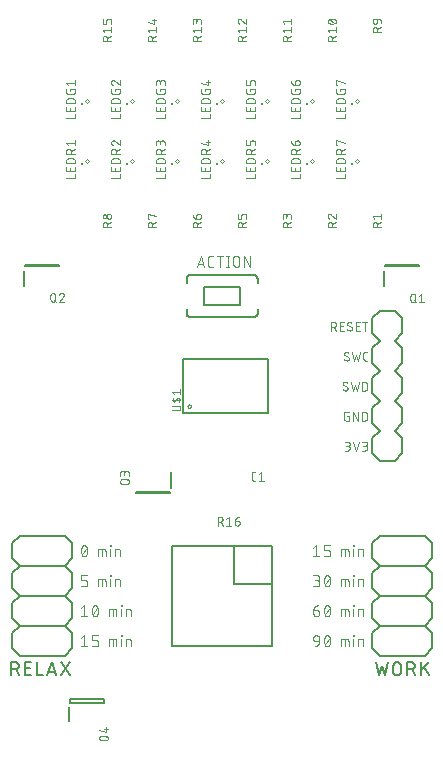
<source format=gbr>
G04 EAGLE Gerber RS-274X export*
G75*
%MOMM*%
%FSLAX34Y34*%
%LPD*%
%INSilkscreen Top*%
%IPPOS*%
%AMOC8*
5,1,8,0,0,1.08239X$1,22.5*%
G01*
%ADD10C,0.076200*%
%ADD11C,0.063400*%
%ADD12C,0.250000*%
%ADD13C,0.200000*%
%ADD14C,0.127000*%
%ADD15C,0.050000*%
%ADD16C,0.203200*%
%ADD17C,0.152400*%


D10*
X71894Y219284D02*
X71815Y219117D01*
X71740Y218948D01*
X71669Y218777D01*
X71602Y218605D01*
X71540Y218431D01*
X71481Y218255D01*
X71427Y218079D01*
X71377Y217901D01*
X71331Y217721D01*
X71289Y217541D01*
X71252Y217360D01*
X71219Y217178D01*
X71190Y216996D01*
X71166Y216812D01*
X71146Y216628D01*
X71131Y216444D01*
X71120Y216260D01*
X71113Y216075D01*
X71111Y215890D01*
X71894Y219284D02*
X71924Y219364D01*
X71957Y219443D01*
X71994Y219520D01*
X72034Y219596D01*
X72077Y219670D01*
X72123Y219742D01*
X72173Y219811D01*
X72225Y219879D01*
X72281Y219944D01*
X72339Y220007D01*
X72401Y220066D01*
X72464Y220124D01*
X72531Y220178D01*
X72599Y220229D01*
X72670Y220277D01*
X72743Y220322D01*
X72817Y220364D01*
X72894Y220402D01*
X72972Y220437D01*
X73051Y220469D01*
X73132Y220497D01*
X73214Y220521D01*
X73298Y220542D01*
X73381Y220559D01*
X73466Y220572D01*
X73551Y220581D01*
X73636Y220587D01*
X73722Y220589D01*
X73808Y220587D01*
X73893Y220581D01*
X73978Y220572D01*
X74063Y220559D01*
X74146Y220542D01*
X74230Y220521D01*
X74312Y220497D01*
X74393Y220469D01*
X74472Y220437D01*
X74550Y220402D01*
X74627Y220364D01*
X74701Y220322D01*
X74774Y220277D01*
X74845Y220229D01*
X74913Y220178D01*
X74980Y220124D01*
X75043Y220066D01*
X75105Y220007D01*
X75163Y219944D01*
X75219Y219879D01*
X75271Y219811D01*
X75321Y219742D01*
X75367Y219670D01*
X75410Y219596D01*
X75450Y219520D01*
X75487Y219443D01*
X75520Y219364D01*
X75550Y219284D01*
X75549Y219284D02*
X75628Y219117D01*
X75703Y218948D01*
X75774Y218777D01*
X75841Y218605D01*
X75903Y218431D01*
X75962Y218255D01*
X76016Y218079D01*
X76066Y217901D01*
X76112Y217721D01*
X76154Y217541D01*
X76191Y217360D01*
X76224Y217178D01*
X76253Y216996D01*
X76277Y216812D01*
X76297Y216628D01*
X76312Y216444D01*
X76323Y216260D01*
X76330Y216075D01*
X76332Y215890D01*
X71111Y215890D02*
X71113Y215705D01*
X71120Y215520D01*
X71131Y215336D01*
X71146Y215152D01*
X71166Y214968D01*
X71190Y214784D01*
X71219Y214602D01*
X71252Y214420D01*
X71289Y214239D01*
X71331Y214059D01*
X71377Y213879D01*
X71427Y213701D01*
X71481Y213525D01*
X71540Y213349D01*
X71602Y213175D01*
X71669Y213003D01*
X71740Y212832D01*
X71815Y212663D01*
X71894Y212496D01*
X71924Y212416D01*
X71957Y212337D01*
X71994Y212260D01*
X72034Y212184D01*
X72077Y212110D01*
X72123Y212038D01*
X72173Y211969D01*
X72226Y211901D01*
X72281Y211836D01*
X72340Y211773D01*
X72401Y211714D01*
X72464Y211656D01*
X72531Y211602D01*
X72599Y211551D01*
X72670Y211503D01*
X72743Y211458D01*
X72817Y211416D01*
X72894Y211378D01*
X72972Y211343D01*
X73051Y211311D01*
X73132Y211283D01*
X73214Y211259D01*
X73298Y211238D01*
X73381Y211221D01*
X73466Y211208D01*
X73551Y211199D01*
X73636Y211193D01*
X73722Y211191D01*
X75549Y212496D02*
X75628Y212663D01*
X75703Y212832D01*
X75774Y213003D01*
X75841Y213175D01*
X75903Y213349D01*
X75962Y213525D01*
X76016Y213701D01*
X76066Y213879D01*
X76112Y214059D01*
X76154Y214239D01*
X76191Y214420D01*
X76224Y214602D01*
X76253Y214784D01*
X76277Y214968D01*
X76297Y215152D01*
X76312Y215336D01*
X76323Y215520D01*
X76330Y215705D01*
X76332Y215890D01*
X75550Y212496D02*
X75520Y212416D01*
X75487Y212337D01*
X75450Y212260D01*
X75410Y212184D01*
X75367Y212110D01*
X75321Y212038D01*
X75271Y211969D01*
X75219Y211901D01*
X75163Y211836D01*
X75105Y211773D01*
X75043Y211714D01*
X74980Y211656D01*
X74913Y211602D01*
X74845Y211551D01*
X74774Y211503D01*
X74701Y211458D01*
X74627Y211416D01*
X74550Y211378D01*
X74472Y211343D01*
X74393Y211311D01*
X74312Y211283D01*
X74230Y211259D01*
X74146Y211238D01*
X74063Y211221D01*
X73978Y211208D01*
X73893Y211199D01*
X73808Y211193D01*
X73722Y211191D01*
X71633Y213279D02*
X75810Y218501D01*
X85524Y217456D02*
X85524Y211191D01*
X85524Y217456D02*
X90223Y217456D01*
X90300Y217454D01*
X90376Y217448D01*
X90453Y217439D01*
X90529Y217426D01*
X90604Y217409D01*
X90678Y217389D01*
X90751Y217364D01*
X90822Y217337D01*
X90893Y217306D01*
X90961Y217271D01*
X91028Y217233D01*
X91093Y217192D01*
X91156Y217148D01*
X91216Y217101D01*
X91275Y217050D01*
X91330Y216997D01*
X91383Y216942D01*
X91434Y216883D01*
X91481Y216823D01*
X91525Y216760D01*
X91566Y216695D01*
X91604Y216628D01*
X91639Y216560D01*
X91670Y216489D01*
X91697Y216418D01*
X91722Y216345D01*
X91742Y216271D01*
X91759Y216196D01*
X91772Y216120D01*
X91781Y216043D01*
X91787Y215967D01*
X91789Y215890D01*
X91789Y211191D01*
X88657Y211191D02*
X88657Y217456D01*
X95972Y217456D02*
X95972Y211191D01*
X95711Y220067D02*
X95711Y220589D01*
X96233Y220589D01*
X96233Y220067D01*
X95711Y220067D01*
X99979Y217456D02*
X99979Y211191D01*
X99979Y217456D02*
X102590Y217456D01*
X102667Y217454D01*
X102743Y217448D01*
X102820Y217439D01*
X102896Y217426D01*
X102971Y217409D01*
X103045Y217389D01*
X103118Y217364D01*
X103189Y217337D01*
X103260Y217306D01*
X103328Y217271D01*
X103395Y217233D01*
X103460Y217192D01*
X103523Y217148D01*
X103583Y217101D01*
X103642Y217050D01*
X103697Y216997D01*
X103750Y216942D01*
X103801Y216883D01*
X103848Y216823D01*
X103892Y216760D01*
X103933Y216695D01*
X103971Y216628D01*
X104006Y216560D01*
X104037Y216489D01*
X104064Y216418D01*
X104089Y216345D01*
X104109Y216271D01*
X104126Y216196D01*
X104139Y216120D01*
X104148Y216044D01*
X104154Y215967D01*
X104156Y215890D01*
X104156Y211191D01*
X74244Y185791D02*
X71111Y185791D01*
X74244Y185791D02*
X74333Y185793D01*
X74421Y185799D01*
X74509Y185808D01*
X74597Y185821D01*
X74684Y185838D01*
X74770Y185858D01*
X74855Y185883D01*
X74940Y185910D01*
X75023Y185942D01*
X75104Y185976D01*
X75184Y186015D01*
X75262Y186056D01*
X75339Y186101D01*
X75413Y186149D01*
X75486Y186200D01*
X75556Y186254D01*
X75623Y186312D01*
X75689Y186372D01*
X75751Y186434D01*
X75811Y186500D01*
X75869Y186567D01*
X75923Y186637D01*
X75974Y186710D01*
X76022Y186784D01*
X76067Y186861D01*
X76108Y186939D01*
X76147Y187019D01*
X76181Y187100D01*
X76213Y187183D01*
X76240Y187268D01*
X76265Y187353D01*
X76285Y187439D01*
X76302Y187526D01*
X76315Y187614D01*
X76324Y187702D01*
X76330Y187790D01*
X76332Y187879D01*
X76332Y188924D01*
X76330Y189013D01*
X76324Y189101D01*
X76315Y189189D01*
X76302Y189277D01*
X76285Y189364D01*
X76265Y189450D01*
X76240Y189535D01*
X76213Y189620D01*
X76181Y189703D01*
X76147Y189784D01*
X76108Y189864D01*
X76067Y189942D01*
X76022Y190019D01*
X75974Y190093D01*
X75923Y190166D01*
X75869Y190236D01*
X75811Y190303D01*
X75751Y190369D01*
X75689Y190431D01*
X75623Y190491D01*
X75556Y190549D01*
X75486Y190603D01*
X75413Y190654D01*
X75339Y190702D01*
X75262Y190747D01*
X75184Y190788D01*
X75104Y190827D01*
X75023Y190861D01*
X74940Y190893D01*
X74855Y190920D01*
X74770Y190945D01*
X74684Y190965D01*
X74597Y190982D01*
X74509Y190995D01*
X74421Y191004D01*
X74333Y191010D01*
X74244Y191012D01*
X71111Y191012D01*
X71111Y195189D01*
X76332Y195189D01*
X85524Y192056D02*
X85524Y185791D01*
X85524Y192056D02*
X90223Y192056D01*
X90300Y192054D01*
X90376Y192048D01*
X90453Y192039D01*
X90529Y192026D01*
X90604Y192009D01*
X90678Y191989D01*
X90751Y191964D01*
X90822Y191937D01*
X90893Y191906D01*
X90961Y191871D01*
X91028Y191833D01*
X91093Y191792D01*
X91156Y191748D01*
X91216Y191701D01*
X91275Y191650D01*
X91330Y191597D01*
X91383Y191542D01*
X91434Y191483D01*
X91481Y191423D01*
X91525Y191360D01*
X91566Y191295D01*
X91604Y191228D01*
X91639Y191160D01*
X91670Y191089D01*
X91697Y191018D01*
X91722Y190945D01*
X91742Y190871D01*
X91759Y190796D01*
X91772Y190720D01*
X91781Y190643D01*
X91787Y190567D01*
X91789Y190490D01*
X91789Y185791D01*
X88657Y185791D02*
X88657Y192056D01*
X95972Y192056D02*
X95972Y185791D01*
X95711Y194667D02*
X95711Y195189D01*
X96233Y195189D01*
X96233Y194667D01*
X95711Y194667D01*
X99979Y192056D02*
X99979Y185791D01*
X99979Y192056D02*
X102590Y192056D01*
X102667Y192054D01*
X102743Y192048D01*
X102820Y192039D01*
X102896Y192026D01*
X102971Y192009D01*
X103045Y191989D01*
X103118Y191964D01*
X103189Y191937D01*
X103260Y191906D01*
X103328Y191871D01*
X103395Y191833D01*
X103460Y191792D01*
X103523Y191748D01*
X103583Y191701D01*
X103642Y191650D01*
X103697Y191597D01*
X103750Y191542D01*
X103801Y191483D01*
X103848Y191423D01*
X103892Y191360D01*
X103933Y191295D01*
X103971Y191228D01*
X104006Y191160D01*
X104037Y191089D01*
X104064Y191018D01*
X104089Y190945D01*
X104109Y190871D01*
X104126Y190796D01*
X104139Y190720D01*
X104148Y190644D01*
X104154Y190567D01*
X104156Y190490D01*
X104156Y185791D01*
X73722Y169789D02*
X71111Y167701D01*
X73722Y169789D02*
X73722Y160391D01*
X76332Y160391D02*
X71111Y160391D01*
X80255Y165090D02*
X80257Y165275D01*
X80264Y165460D01*
X80275Y165644D01*
X80290Y165828D01*
X80310Y166012D01*
X80334Y166196D01*
X80363Y166378D01*
X80396Y166560D01*
X80433Y166741D01*
X80475Y166921D01*
X80521Y167101D01*
X80571Y167279D01*
X80625Y167455D01*
X80684Y167631D01*
X80746Y167805D01*
X80813Y167977D01*
X80884Y168148D01*
X80959Y168317D01*
X81038Y168484D01*
X81068Y168564D01*
X81101Y168643D01*
X81138Y168720D01*
X81178Y168796D01*
X81221Y168870D01*
X81267Y168942D01*
X81317Y169011D01*
X81369Y169079D01*
X81425Y169144D01*
X81483Y169207D01*
X81545Y169266D01*
X81608Y169324D01*
X81675Y169378D01*
X81743Y169429D01*
X81814Y169477D01*
X81887Y169522D01*
X81961Y169564D01*
X82038Y169602D01*
X82116Y169637D01*
X82195Y169669D01*
X82276Y169697D01*
X82358Y169721D01*
X82442Y169742D01*
X82525Y169759D01*
X82610Y169772D01*
X82695Y169781D01*
X82780Y169787D01*
X82866Y169789D01*
X82952Y169787D01*
X83037Y169781D01*
X83122Y169772D01*
X83207Y169759D01*
X83290Y169742D01*
X83374Y169721D01*
X83456Y169697D01*
X83537Y169669D01*
X83616Y169637D01*
X83694Y169602D01*
X83771Y169564D01*
X83845Y169522D01*
X83918Y169477D01*
X83989Y169429D01*
X84057Y169378D01*
X84124Y169324D01*
X84187Y169266D01*
X84249Y169207D01*
X84307Y169144D01*
X84363Y169079D01*
X84415Y169011D01*
X84465Y168942D01*
X84511Y168870D01*
X84554Y168796D01*
X84594Y168720D01*
X84631Y168643D01*
X84664Y168564D01*
X84694Y168484D01*
X84693Y168484D02*
X84772Y168317D01*
X84847Y168148D01*
X84918Y167977D01*
X84985Y167805D01*
X85047Y167631D01*
X85106Y167455D01*
X85160Y167279D01*
X85210Y167101D01*
X85256Y166921D01*
X85298Y166741D01*
X85335Y166560D01*
X85368Y166378D01*
X85397Y166196D01*
X85421Y166012D01*
X85441Y165828D01*
X85456Y165644D01*
X85467Y165460D01*
X85474Y165275D01*
X85476Y165090D01*
X80255Y165090D02*
X80257Y164905D01*
X80264Y164720D01*
X80275Y164536D01*
X80290Y164352D01*
X80310Y164168D01*
X80334Y163984D01*
X80363Y163802D01*
X80396Y163620D01*
X80433Y163439D01*
X80475Y163259D01*
X80521Y163079D01*
X80571Y162901D01*
X80625Y162725D01*
X80684Y162549D01*
X80746Y162375D01*
X80813Y162203D01*
X80884Y162032D01*
X80959Y161863D01*
X81038Y161696D01*
X81068Y161616D01*
X81101Y161537D01*
X81138Y161460D01*
X81178Y161384D01*
X81221Y161310D01*
X81267Y161238D01*
X81317Y161169D01*
X81370Y161101D01*
X81425Y161036D01*
X81484Y160973D01*
X81545Y160914D01*
X81608Y160856D01*
X81675Y160802D01*
X81743Y160751D01*
X81814Y160703D01*
X81887Y160658D01*
X81961Y160616D01*
X82038Y160578D01*
X82116Y160543D01*
X82195Y160511D01*
X82276Y160483D01*
X82358Y160459D01*
X82442Y160438D01*
X82525Y160421D01*
X82610Y160408D01*
X82695Y160399D01*
X82780Y160393D01*
X82866Y160391D01*
X84693Y161696D02*
X84772Y161863D01*
X84847Y162032D01*
X84918Y162203D01*
X84985Y162375D01*
X85047Y162549D01*
X85106Y162725D01*
X85160Y162901D01*
X85210Y163079D01*
X85256Y163259D01*
X85298Y163439D01*
X85335Y163620D01*
X85368Y163802D01*
X85397Y163984D01*
X85421Y164168D01*
X85441Y164352D01*
X85456Y164536D01*
X85467Y164720D01*
X85474Y164905D01*
X85476Y165090D01*
X84694Y161696D02*
X84664Y161616D01*
X84631Y161537D01*
X84594Y161460D01*
X84554Y161384D01*
X84511Y161310D01*
X84465Y161238D01*
X84415Y161169D01*
X84363Y161101D01*
X84307Y161036D01*
X84249Y160973D01*
X84187Y160914D01*
X84124Y160856D01*
X84057Y160802D01*
X83989Y160751D01*
X83918Y160703D01*
X83845Y160658D01*
X83771Y160616D01*
X83694Y160578D01*
X83616Y160543D01*
X83537Y160511D01*
X83456Y160483D01*
X83374Y160459D01*
X83290Y160438D01*
X83207Y160421D01*
X83122Y160408D01*
X83037Y160399D01*
X82952Y160393D01*
X82866Y160391D01*
X80777Y162479D02*
X84954Y167701D01*
X94668Y166656D02*
X94668Y160391D01*
X94668Y166656D02*
X99367Y166656D01*
X99444Y166654D01*
X99520Y166648D01*
X99597Y166639D01*
X99673Y166626D01*
X99748Y166609D01*
X99822Y166589D01*
X99895Y166564D01*
X99966Y166537D01*
X100037Y166506D01*
X100105Y166471D01*
X100172Y166433D01*
X100237Y166392D01*
X100300Y166348D01*
X100360Y166301D01*
X100419Y166250D01*
X100474Y166197D01*
X100527Y166142D01*
X100578Y166083D01*
X100625Y166023D01*
X100669Y165960D01*
X100710Y165895D01*
X100748Y165828D01*
X100783Y165760D01*
X100814Y165689D01*
X100841Y165618D01*
X100866Y165545D01*
X100886Y165471D01*
X100903Y165396D01*
X100916Y165320D01*
X100925Y165243D01*
X100931Y165167D01*
X100933Y165090D01*
X100933Y160391D01*
X97801Y160391D02*
X97801Y166656D01*
X105116Y166656D02*
X105116Y160391D01*
X104855Y169267D02*
X104855Y169789D01*
X105377Y169789D01*
X105377Y169267D01*
X104855Y169267D01*
X109123Y166656D02*
X109123Y160391D01*
X109123Y166656D02*
X111734Y166656D01*
X111811Y166654D01*
X111887Y166648D01*
X111964Y166639D01*
X112040Y166626D01*
X112115Y166609D01*
X112189Y166589D01*
X112262Y166564D01*
X112333Y166537D01*
X112404Y166506D01*
X112472Y166471D01*
X112539Y166433D01*
X112604Y166392D01*
X112667Y166348D01*
X112727Y166301D01*
X112786Y166250D01*
X112841Y166197D01*
X112894Y166142D01*
X112945Y166083D01*
X112992Y166023D01*
X113036Y165960D01*
X113077Y165895D01*
X113115Y165828D01*
X113150Y165760D01*
X113181Y165689D01*
X113208Y165618D01*
X113233Y165545D01*
X113253Y165471D01*
X113270Y165396D01*
X113283Y165320D01*
X113292Y165244D01*
X113298Y165167D01*
X113300Y165090D01*
X113300Y160391D01*
X73722Y144389D02*
X71111Y142301D01*
X73722Y144389D02*
X73722Y134991D01*
X76332Y134991D02*
X71111Y134991D01*
X80255Y134991D02*
X83388Y134991D01*
X83477Y134993D01*
X83565Y134999D01*
X83653Y135008D01*
X83741Y135021D01*
X83828Y135038D01*
X83914Y135058D01*
X83999Y135083D01*
X84084Y135110D01*
X84167Y135142D01*
X84248Y135176D01*
X84328Y135215D01*
X84406Y135256D01*
X84483Y135301D01*
X84557Y135349D01*
X84630Y135400D01*
X84700Y135454D01*
X84767Y135512D01*
X84833Y135572D01*
X84895Y135634D01*
X84955Y135700D01*
X85013Y135767D01*
X85067Y135837D01*
X85118Y135910D01*
X85166Y135984D01*
X85211Y136061D01*
X85252Y136139D01*
X85291Y136219D01*
X85325Y136300D01*
X85357Y136383D01*
X85384Y136468D01*
X85409Y136553D01*
X85429Y136639D01*
X85446Y136726D01*
X85459Y136814D01*
X85468Y136902D01*
X85474Y136990D01*
X85476Y137079D01*
X85476Y138124D01*
X85474Y138213D01*
X85468Y138301D01*
X85459Y138389D01*
X85446Y138477D01*
X85429Y138564D01*
X85409Y138650D01*
X85384Y138735D01*
X85357Y138820D01*
X85325Y138903D01*
X85291Y138984D01*
X85252Y139064D01*
X85211Y139142D01*
X85166Y139219D01*
X85118Y139293D01*
X85067Y139366D01*
X85013Y139436D01*
X84955Y139503D01*
X84895Y139569D01*
X84833Y139631D01*
X84767Y139691D01*
X84700Y139749D01*
X84630Y139803D01*
X84557Y139854D01*
X84483Y139902D01*
X84406Y139947D01*
X84328Y139988D01*
X84248Y140027D01*
X84167Y140061D01*
X84084Y140093D01*
X83999Y140120D01*
X83914Y140145D01*
X83828Y140165D01*
X83741Y140182D01*
X83653Y140195D01*
X83565Y140204D01*
X83477Y140210D01*
X83388Y140212D01*
X80255Y140212D01*
X80255Y144389D01*
X85476Y144389D01*
X94668Y141256D02*
X94668Y134991D01*
X94668Y141256D02*
X99367Y141256D01*
X99444Y141254D01*
X99520Y141248D01*
X99597Y141239D01*
X99673Y141226D01*
X99748Y141209D01*
X99822Y141189D01*
X99895Y141164D01*
X99966Y141137D01*
X100037Y141106D01*
X100105Y141071D01*
X100172Y141033D01*
X100237Y140992D01*
X100300Y140948D01*
X100360Y140901D01*
X100419Y140850D01*
X100474Y140797D01*
X100527Y140742D01*
X100578Y140683D01*
X100625Y140623D01*
X100669Y140560D01*
X100710Y140495D01*
X100748Y140428D01*
X100783Y140360D01*
X100814Y140289D01*
X100841Y140218D01*
X100866Y140145D01*
X100886Y140071D01*
X100903Y139996D01*
X100916Y139920D01*
X100925Y139843D01*
X100931Y139767D01*
X100933Y139690D01*
X100933Y134991D01*
X97801Y134991D02*
X97801Y141256D01*
X105116Y141256D02*
X105116Y134991D01*
X104855Y143867D02*
X104855Y144389D01*
X105377Y144389D01*
X105377Y143867D01*
X104855Y143867D01*
X109123Y141256D02*
X109123Y134991D01*
X109123Y141256D02*
X111734Y141256D01*
X111811Y141254D01*
X111887Y141248D01*
X111964Y141239D01*
X112040Y141226D01*
X112115Y141209D01*
X112189Y141189D01*
X112262Y141164D01*
X112333Y141137D01*
X112404Y141106D01*
X112472Y141071D01*
X112539Y141033D01*
X112604Y140992D01*
X112667Y140948D01*
X112727Y140901D01*
X112786Y140850D01*
X112841Y140797D01*
X112894Y140742D01*
X112945Y140683D01*
X112992Y140623D01*
X113036Y140560D01*
X113077Y140495D01*
X113115Y140428D01*
X113150Y140360D01*
X113181Y140289D01*
X113208Y140218D01*
X113233Y140145D01*
X113253Y140071D01*
X113270Y139996D01*
X113283Y139920D01*
X113292Y139844D01*
X113298Y139767D01*
X113300Y139690D01*
X113300Y134991D01*
X267700Y218521D02*
X270310Y220609D01*
X270310Y211211D01*
X267700Y211211D02*
X272921Y211211D01*
X276844Y211211D02*
X279976Y211211D01*
X280065Y211213D01*
X280153Y211219D01*
X280241Y211228D01*
X280329Y211241D01*
X280416Y211258D01*
X280502Y211278D01*
X280587Y211303D01*
X280672Y211330D01*
X280755Y211362D01*
X280836Y211396D01*
X280916Y211435D01*
X280994Y211476D01*
X281071Y211521D01*
X281145Y211569D01*
X281218Y211620D01*
X281288Y211674D01*
X281355Y211732D01*
X281421Y211792D01*
X281483Y211854D01*
X281543Y211920D01*
X281601Y211987D01*
X281655Y212057D01*
X281706Y212130D01*
X281754Y212204D01*
X281799Y212281D01*
X281840Y212359D01*
X281879Y212439D01*
X281913Y212520D01*
X281945Y212603D01*
X281972Y212688D01*
X281997Y212773D01*
X282017Y212859D01*
X282034Y212946D01*
X282047Y213034D01*
X282056Y213122D01*
X282062Y213210D01*
X282064Y213299D01*
X282065Y213299D02*
X282065Y214344D01*
X282064Y214344D02*
X282062Y214433D01*
X282056Y214521D01*
X282047Y214609D01*
X282034Y214697D01*
X282017Y214784D01*
X281997Y214870D01*
X281972Y214955D01*
X281945Y215040D01*
X281913Y215123D01*
X281879Y215204D01*
X281840Y215284D01*
X281799Y215362D01*
X281754Y215439D01*
X281706Y215513D01*
X281655Y215586D01*
X281601Y215656D01*
X281543Y215723D01*
X281483Y215789D01*
X281421Y215851D01*
X281355Y215911D01*
X281288Y215969D01*
X281218Y216023D01*
X281145Y216074D01*
X281071Y216122D01*
X280994Y216167D01*
X280916Y216208D01*
X280836Y216247D01*
X280755Y216281D01*
X280672Y216313D01*
X280587Y216340D01*
X280502Y216365D01*
X280416Y216385D01*
X280329Y216402D01*
X280241Y216415D01*
X280153Y216424D01*
X280065Y216430D01*
X279976Y216432D01*
X276844Y216432D01*
X276844Y220609D01*
X282065Y220609D01*
X291257Y217476D02*
X291257Y211211D01*
X291257Y217476D02*
X295956Y217476D01*
X296033Y217474D01*
X296109Y217468D01*
X296186Y217459D01*
X296262Y217446D01*
X296337Y217429D01*
X296411Y217409D01*
X296484Y217384D01*
X296555Y217357D01*
X296626Y217326D01*
X296694Y217291D01*
X296761Y217253D01*
X296826Y217212D01*
X296889Y217168D01*
X296949Y217121D01*
X297008Y217070D01*
X297063Y217017D01*
X297116Y216962D01*
X297167Y216903D01*
X297214Y216843D01*
X297258Y216780D01*
X297299Y216715D01*
X297337Y216648D01*
X297372Y216580D01*
X297403Y216509D01*
X297430Y216438D01*
X297455Y216365D01*
X297475Y216291D01*
X297492Y216216D01*
X297505Y216140D01*
X297514Y216063D01*
X297520Y215987D01*
X297522Y215910D01*
X297522Y211211D01*
X294389Y211211D02*
X294389Y217476D01*
X301705Y217476D02*
X301705Y211211D01*
X301444Y220087D02*
X301444Y220609D01*
X301966Y220609D01*
X301966Y220087D01*
X301444Y220087D01*
X305712Y217476D02*
X305712Y211211D01*
X305712Y217476D02*
X308323Y217476D01*
X308400Y217474D01*
X308476Y217468D01*
X308553Y217459D01*
X308629Y217446D01*
X308704Y217429D01*
X308778Y217409D01*
X308851Y217384D01*
X308922Y217357D01*
X308993Y217326D01*
X309061Y217291D01*
X309128Y217253D01*
X309193Y217212D01*
X309256Y217168D01*
X309316Y217121D01*
X309375Y217070D01*
X309430Y217017D01*
X309483Y216962D01*
X309534Y216903D01*
X309581Y216843D01*
X309625Y216780D01*
X309666Y216715D01*
X309704Y216648D01*
X309739Y216580D01*
X309770Y216509D01*
X309797Y216438D01*
X309822Y216365D01*
X309842Y216291D01*
X309859Y216216D01*
X309872Y216140D01*
X309881Y216064D01*
X309887Y215987D01*
X309889Y215910D01*
X309889Y211211D01*
X270310Y185811D02*
X267700Y185811D01*
X270310Y185811D02*
X270411Y185813D01*
X270512Y185819D01*
X270613Y185829D01*
X270713Y185842D01*
X270813Y185860D01*
X270912Y185881D01*
X271010Y185907D01*
X271107Y185936D01*
X271203Y185968D01*
X271297Y186005D01*
X271390Y186045D01*
X271482Y186089D01*
X271571Y186136D01*
X271659Y186187D01*
X271745Y186241D01*
X271828Y186298D01*
X271910Y186358D01*
X271988Y186422D01*
X272065Y186488D01*
X272138Y186558D01*
X272209Y186630D01*
X272277Y186705D01*
X272342Y186783D01*
X272404Y186863D01*
X272463Y186945D01*
X272519Y187030D01*
X272571Y187116D01*
X272620Y187205D01*
X272666Y187296D01*
X272707Y187388D01*
X272746Y187482D01*
X272780Y187577D01*
X272811Y187673D01*
X272838Y187771D01*
X272862Y187869D01*
X272881Y187969D01*
X272897Y188069D01*
X272909Y188169D01*
X272917Y188270D01*
X272921Y188371D01*
X272921Y188473D01*
X272917Y188574D01*
X272909Y188675D01*
X272897Y188775D01*
X272881Y188875D01*
X272862Y188975D01*
X272838Y189073D01*
X272811Y189171D01*
X272780Y189267D01*
X272746Y189362D01*
X272707Y189456D01*
X272666Y189548D01*
X272620Y189639D01*
X272571Y189727D01*
X272519Y189814D01*
X272463Y189899D01*
X272404Y189981D01*
X272342Y190061D01*
X272277Y190139D01*
X272209Y190214D01*
X272138Y190286D01*
X272065Y190356D01*
X271988Y190422D01*
X271910Y190486D01*
X271828Y190546D01*
X271745Y190603D01*
X271659Y190657D01*
X271571Y190708D01*
X271482Y190755D01*
X271390Y190799D01*
X271297Y190839D01*
X271203Y190876D01*
X271107Y190908D01*
X271010Y190937D01*
X270912Y190963D01*
X270813Y190984D01*
X270713Y191002D01*
X270613Y191015D01*
X270512Y191025D01*
X270411Y191031D01*
X270310Y191033D01*
X270832Y195209D02*
X267700Y195209D01*
X270832Y195209D02*
X270922Y195207D01*
X271011Y195201D01*
X271101Y195192D01*
X271190Y195178D01*
X271278Y195161D01*
X271365Y195140D01*
X271452Y195115D01*
X271537Y195086D01*
X271621Y195054D01*
X271703Y195019D01*
X271784Y194979D01*
X271863Y194937D01*
X271940Y194891D01*
X272015Y194841D01*
X272088Y194789D01*
X272159Y194733D01*
X272227Y194675D01*
X272292Y194613D01*
X272355Y194549D01*
X272415Y194482D01*
X272472Y194413D01*
X272526Y194341D01*
X272577Y194267D01*
X272625Y194191D01*
X272669Y194113D01*
X272710Y194033D01*
X272748Y193951D01*
X272782Y193868D01*
X272812Y193783D01*
X272839Y193697D01*
X272862Y193611D01*
X272881Y193523D01*
X272896Y193434D01*
X272908Y193345D01*
X272916Y193256D01*
X272920Y193166D01*
X272920Y193076D01*
X272916Y192986D01*
X272908Y192897D01*
X272896Y192808D01*
X272881Y192719D01*
X272862Y192631D01*
X272839Y192545D01*
X272812Y192459D01*
X272782Y192374D01*
X272748Y192291D01*
X272710Y192209D01*
X272669Y192129D01*
X272625Y192051D01*
X272577Y191975D01*
X272526Y191901D01*
X272472Y191829D01*
X272415Y191760D01*
X272355Y191693D01*
X272292Y191629D01*
X272227Y191567D01*
X272159Y191509D01*
X272088Y191453D01*
X272015Y191401D01*
X271940Y191351D01*
X271863Y191305D01*
X271784Y191263D01*
X271703Y191223D01*
X271621Y191188D01*
X271537Y191156D01*
X271452Y191127D01*
X271365Y191102D01*
X271278Y191081D01*
X271190Y191064D01*
X271101Y191050D01*
X271011Y191041D01*
X270922Y191035D01*
X270832Y191033D01*
X270832Y191032D02*
X268744Y191032D01*
X276843Y190510D02*
X276845Y190695D01*
X276852Y190880D01*
X276863Y191064D01*
X276878Y191248D01*
X276898Y191432D01*
X276922Y191616D01*
X276951Y191798D01*
X276984Y191980D01*
X277021Y192161D01*
X277063Y192341D01*
X277109Y192521D01*
X277159Y192699D01*
X277213Y192875D01*
X277272Y193051D01*
X277334Y193225D01*
X277401Y193397D01*
X277472Y193568D01*
X277547Y193737D01*
X277626Y193904D01*
X277656Y193984D01*
X277689Y194063D01*
X277726Y194140D01*
X277766Y194216D01*
X277809Y194290D01*
X277855Y194362D01*
X277905Y194431D01*
X277957Y194499D01*
X278013Y194564D01*
X278071Y194627D01*
X278133Y194686D01*
X278196Y194744D01*
X278263Y194798D01*
X278331Y194849D01*
X278402Y194897D01*
X278475Y194942D01*
X278549Y194984D01*
X278626Y195022D01*
X278704Y195057D01*
X278783Y195089D01*
X278864Y195117D01*
X278946Y195141D01*
X279030Y195162D01*
X279113Y195179D01*
X279198Y195192D01*
X279283Y195201D01*
X279368Y195207D01*
X279454Y195209D01*
X279540Y195207D01*
X279625Y195201D01*
X279710Y195192D01*
X279795Y195179D01*
X279878Y195162D01*
X279962Y195141D01*
X280044Y195117D01*
X280125Y195089D01*
X280204Y195057D01*
X280282Y195022D01*
X280359Y194984D01*
X280433Y194942D01*
X280506Y194897D01*
X280577Y194849D01*
X280645Y194798D01*
X280712Y194744D01*
X280775Y194686D01*
X280837Y194627D01*
X280895Y194564D01*
X280951Y194499D01*
X281003Y194431D01*
X281053Y194362D01*
X281099Y194290D01*
X281142Y194216D01*
X281182Y194140D01*
X281219Y194063D01*
X281252Y193984D01*
X281282Y193904D01*
X281361Y193737D01*
X281436Y193568D01*
X281507Y193397D01*
X281574Y193225D01*
X281636Y193051D01*
X281695Y192875D01*
X281749Y192699D01*
X281799Y192521D01*
X281845Y192341D01*
X281887Y192161D01*
X281924Y191980D01*
X281957Y191798D01*
X281986Y191616D01*
X282010Y191432D01*
X282030Y191248D01*
X282045Y191064D01*
X282056Y190880D01*
X282063Y190695D01*
X282065Y190510D01*
X276844Y190510D02*
X276846Y190325D01*
X276853Y190140D01*
X276864Y189956D01*
X276879Y189772D01*
X276899Y189588D01*
X276923Y189404D01*
X276952Y189222D01*
X276985Y189040D01*
X277022Y188859D01*
X277064Y188679D01*
X277110Y188499D01*
X277160Y188321D01*
X277214Y188145D01*
X277273Y187969D01*
X277335Y187795D01*
X277402Y187623D01*
X277473Y187452D01*
X277548Y187283D01*
X277627Y187116D01*
X277626Y187116D02*
X277656Y187036D01*
X277689Y186957D01*
X277726Y186880D01*
X277766Y186804D01*
X277809Y186730D01*
X277855Y186658D01*
X277905Y186589D01*
X277958Y186521D01*
X278013Y186456D01*
X278072Y186393D01*
X278133Y186334D01*
X278196Y186276D01*
X278263Y186222D01*
X278331Y186171D01*
X278402Y186123D01*
X278475Y186078D01*
X278549Y186036D01*
X278626Y185998D01*
X278704Y185963D01*
X278783Y185931D01*
X278864Y185903D01*
X278946Y185879D01*
X279030Y185858D01*
X279113Y185841D01*
X279198Y185828D01*
X279283Y185819D01*
X279368Y185813D01*
X279454Y185811D01*
X281282Y187116D02*
X281361Y187283D01*
X281436Y187452D01*
X281507Y187623D01*
X281574Y187795D01*
X281636Y187969D01*
X281695Y188145D01*
X281749Y188321D01*
X281799Y188499D01*
X281845Y188679D01*
X281887Y188859D01*
X281924Y189040D01*
X281957Y189222D01*
X281986Y189404D01*
X282010Y189588D01*
X282030Y189772D01*
X282045Y189956D01*
X282056Y190140D01*
X282063Y190325D01*
X282065Y190510D01*
X281282Y187116D02*
X281252Y187036D01*
X281219Y186957D01*
X281182Y186880D01*
X281142Y186804D01*
X281099Y186730D01*
X281053Y186658D01*
X281003Y186589D01*
X280951Y186521D01*
X280895Y186456D01*
X280837Y186393D01*
X280775Y186334D01*
X280712Y186276D01*
X280645Y186222D01*
X280577Y186171D01*
X280506Y186123D01*
X280433Y186078D01*
X280359Y186036D01*
X280282Y185998D01*
X280204Y185963D01*
X280125Y185931D01*
X280044Y185903D01*
X279962Y185879D01*
X279878Y185858D01*
X279795Y185841D01*
X279710Y185828D01*
X279625Y185819D01*
X279540Y185813D01*
X279454Y185811D01*
X277366Y187899D02*
X281543Y193121D01*
X291257Y192076D02*
X291257Y185811D01*
X291257Y192076D02*
X295956Y192076D01*
X296033Y192074D01*
X296109Y192068D01*
X296186Y192059D01*
X296262Y192046D01*
X296337Y192029D01*
X296411Y192009D01*
X296484Y191984D01*
X296555Y191957D01*
X296626Y191926D01*
X296694Y191891D01*
X296761Y191853D01*
X296826Y191812D01*
X296889Y191768D01*
X296949Y191721D01*
X297008Y191670D01*
X297063Y191617D01*
X297116Y191562D01*
X297167Y191503D01*
X297214Y191443D01*
X297258Y191380D01*
X297299Y191315D01*
X297337Y191248D01*
X297372Y191180D01*
X297403Y191109D01*
X297430Y191038D01*
X297455Y190965D01*
X297475Y190891D01*
X297492Y190816D01*
X297505Y190740D01*
X297514Y190663D01*
X297520Y190587D01*
X297522Y190510D01*
X297522Y185811D01*
X294389Y185811D02*
X294389Y192076D01*
X301705Y192076D02*
X301705Y185811D01*
X301444Y194687D02*
X301444Y195209D01*
X301966Y195209D01*
X301966Y194687D01*
X301444Y194687D01*
X305712Y192076D02*
X305712Y185811D01*
X305712Y192076D02*
X308323Y192076D01*
X308400Y192074D01*
X308476Y192068D01*
X308553Y192059D01*
X308629Y192046D01*
X308704Y192029D01*
X308778Y192009D01*
X308851Y191984D01*
X308922Y191957D01*
X308993Y191926D01*
X309061Y191891D01*
X309128Y191853D01*
X309193Y191812D01*
X309256Y191768D01*
X309316Y191721D01*
X309375Y191670D01*
X309430Y191617D01*
X309483Y191562D01*
X309534Y191503D01*
X309581Y191443D01*
X309625Y191380D01*
X309666Y191315D01*
X309704Y191248D01*
X309739Y191180D01*
X309770Y191109D01*
X309797Y191038D01*
X309822Y190965D01*
X309842Y190891D01*
X309859Y190816D01*
X309872Y190740D01*
X309881Y190664D01*
X309887Y190587D01*
X309889Y190510D01*
X309889Y185811D01*
X270832Y165632D02*
X267700Y165632D01*
X270832Y165632D02*
X270921Y165630D01*
X271009Y165624D01*
X271097Y165615D01*
X271185Y165602D01*
X271272Y165585D01*
X271358Y165565D01*
X271443Y165540D01*
X271528Y165513D01*
X271611Y165481D01*
X271692Y165447D01*
X271772Y165408D01*
X271850Y165367D01*
X271927Y165322D01*
X272001Y165274D01*
X272074Y165223D01*
X272144Y165169D01*
X272211Y165111D01*
X272277Y165051D01*
X272339Y164989D01*
X272399Y164923D01*
X272457Y164856D01*
X272511Y164786D01*
X272562Y164713D01*
X272610Y164639D01*
X272655Y164562D01*
X272696Y164484D01*
X272735Y164404D01*
X272769Y164323D01*
X272801Y164240D01*
X272828Y164155D01*
X272853Y164070D01*
X272873Y163984D01*
X272890Y163897D01*
X272903Y163809D01*
X272912Y163721D01*
X272918Y163633D01*
X272920Y163544D01*
X272921Y163544D02*
X272921Y163022D01*
X272919Y162921D01*
X272913Y162820D01*
X272903Y162719D01*
X272890Y162619D01*
X272872Y162519D01*
X272851Y162420D01*
X272825Y162322D01*
X272796Y162225D01*
X272764Y162129D01*
X272727Y162035D01*
X272687Y161942D01*
X272643Y161850D01*
X272596Y161761D01*
X272545Y161673D01*
X272491Y161587D01*
X272434Y161504D01*
X272374Y161422D01*
X272310Y161344D01*
X272244Y161267D01*
X272174Y161194D01*
X272102Y161123D01*
X272027Y161055D01*
X271949Y160990D01*
X271869Y160928D01*
X271787Y160869D01*
X271702Y160813D01*
X271615Y160761D01*
X271527Y160712D01*
X271436Y160666D01*
X271344Y160625D01*
X271250Y160586D01*
X271155Y160552D01*
X271059Y160521D01*
X270961Y160494D01*
X270863Y160470D01*
X270763Y160451D01*
X270663Y160435D01*
X270563Y160423D01*
X270462Y160415D01*
X270361Y160411D01*
X270259Y160411D01*
X270158Y160415D01*
X270057Y160423D01*
X269957Y160435D01*
X269857Y160451D01*
X269757Y160470D01*
X269659Y160494D01*
X269561Y160521D01*
X269465Y160552D01*
X269370Y160586D01*
X269276Y160625D01*
X269184Y160666D01*
X269093Y160712D01*
X269005Y160761D01*
X268918Y160813D01*
X268833Y160869D01*
X268751Y160928D01*
X268671Y160990D01*
X268593Y161055D01*
X268518Y161123D01*
X268446Y161194D01*
X268376Y161267D01*
X268310Y161344D01*
X268246Y161422D01*
X268186Y161504D01*
X268129Y161587D01*
X268075Y161673D01*
X268024Y161761D01*
X267977Y161850D01*
X267933Y161942D01*
X267893Y162035D01*
X267856Y162129D01*
X267824Y162225D01*
X267795Y162322D01*
X267769Y162420D01*
X267748Y162519D01*
X267730Y162619D01*
X267717Y162719D01*
X267707Y162820D01*
X267701Y162921D01*
X267699Y163022D01*
X267700Y163022D02*
X267700Y165632D01*
X267702Y165761D01*
X267708Y165889D01*
X267718Y166017D01*
X267732Y166145D01*
X267749Y166273D01*
X267771Y166400D01*
X267797Y166526D01*
X267826Y166651D01*
X267859Y166775D01*
X267897Y166898D01*
X267937Y167020D01*
X267982Y167141D01*
X268030Y167260D01*
X268082Y167378D01*
X268138Y167494D01*
X268197Y167608D01*
X268260Y167720D01*
X268326Y167831D01*
X268395Y167939D01*
X268468Y168045D01*
X268544Y168149D01*
X268623Y168251D01*
X268705Y168350D01*
X268790Y168446D01*
X268878Y168540D01*
X268969Y168631D01*
X269063Y168719D01*
X269159Y168804D01*
X269258Y168886D01*
X269360Y168965D01*
X269464Y169041D01*
X269570Y169114D01*
X269678Y169183D01*
X269788Y169249D01*
X269901Y169312D01*
X270015Y169371D01*
X270131Y169427D01*
X270249Y169479D01*
X270368Y169527D01*
X270489Y169572D01*
X270611Y169612D01*
X270734Y169650D01*
X270858Y169683D01*
X270983Y169712D01*
X271109Y169738D01*
X271236Y169760D01*
X271364Y169777D01*
X271492Y169791D01*
X271620Y169801D01*
X271748Y169807D01*
X271877Y169809D01*
X277626Y168504D02*
X277547Y168337D01*
X277472Y168168D01*
X277401Y167997D01*
X277334Y167825D01*
X277272Y167651D01*
X277213Y167475D01*
X277159Y167299D01*
X277109Y167121D01*
X277063Y166941D01*
X277021Y166761D01*
X276984Y166580D01*
X276951Y166398D01*
X276922Y166216D01*
X276898Y166032D01*
X276878Y165848D01*
X276863Y165664D01*
X276852Y165480D01*
X276845Y165295D01*
X276843Y165110D01*
X277626Y168504D02*
X277656Y168584D01*
X277689Y168663D01*
X277726Y168740D01*
X277766Y168816D01*
X277809Y168890D01*
X277855Y168962D01*
X277905Y169031D01*
X277957Y169099D01*
X278013Y169164D01*
X278071Y169227D01*
X278133Y169286D01*
X278196Y169344D01*
X278263Y169398D01*
X278331Y169449D01*
X278402Y169497D01*
X278475Y169542D01*
X278549Y169584D01*
X278626Y169622D01*
X278704Y169657D01*
X278783Y169689D01*
X278864Y169717D01*
X278946Y169741D01*
X279030Y169762D01*
X279113Y169779D01*
X279198Y169792D01*
X279283Y169801D01*
X279368Y169807D01*
X279454Y169809D01*
X279540Y169807D01*
X279625Y169801D01*
X279710Y169792D01*
X279795Y169779D01*
X279878Y169762D01*
X279962Y169741D01*
X280044Y169717D01*
X280125Y169689D01*
X280204Y169657D01*
X280282Y169622D01*
X280359Y169584D01*
X280433Y169542D01*
X280506Y169497D01*
X280577Y169449D01*
X280645Y169398D01*
X280712Y169344D01*
X280775Y169286D01*
X280837Y169227D01*
X280895Y169164D01*
X280951Y169099D01*
X281003Y169031D01*
X281053Y168962D01*
X281099Y168890D01*
X281142Y168816D01*
X281182Y168740D01*
X281219Y168663D01*
X281252Y168584D01*
X281282Y168504D01*
X281361Y168337D01*
X281436Y168168D01*
X281507Y167997D01*
X281574Y167825D01*
X281636Y167651D01*
X281695Y167475D01*
X281749Y167299D01*
X281799Y167121D01*
X281845Y166941D01*
X281887Y166761D01*
X281924Y166580D01*
X281957Y166398D01*
X281986Y166216D01*
X282010Y166032D01*
X282030Y165848D01*
X282045Y165664D01*
X282056Y165480D01*
X282063Y165295D01*
X282065Y165110D01*
X276844Y165110D02*
X276846Y164925D01*
X276853Y164740D01*
X276864Y164556D01*
X276879Y164372D01*
X276899Y164188D01*
X276923Y164004D01*
X276952Y163822D01*
X276985Y163640D01*
X277022Y163459D01*
X277064Y163279D01*
X277110Y163099D01*
X277160Y162921D01*
X277214Y162745D01*
X277273Y162569D01*
X277335Y162395D01*
X277402Y162223D01*
X277473Y162052D01*
X277548Y161883D01*
X277627Y161716D01*
X277626Y161716D02*
X277656Y161636D01*
X277689Y161557D01*
X277726Y161480D01*
X277766Y161404D01*
X277809Y161330D01*
X277855Y161258D01*
X277905Y161189D01*
X277958Y161121D01*
X278013Y161056D01*
X278072Y160993D01*
X278133Y160934D01*
X278196Y160876D01*
X278263Y160822D01*
X278331Y160771D01*
X278402Y160723D01*
X278475Y160678D01*
X278549Y160636D01*
X278626Y160598D01*
X278704Y160563D01*
X278783Y160531D01*
X278864Y160503D01*
X278946Y160479D01*
X279030Y160458D01*
X279113Y160441D01*
X279198Y160428D01*
X279283Y160419D01*
X279368Y160413D01*
X279454Y160411D01*
X281282Y161716D02*
X281361Y161883D01*
X281436Y162052D01*
X281507Y162223D01*
X281574Y162395D01*
X281636Y162569D01*
X281695Y162745D01*
X281749Y162921D01*
X281799Y163099D01*
X281845Y163279D01*
X281887Y163459D01*
X281924Y163640D01*
X281957Y163822D01*
X281986Y164004D01*
X282010Y164188D01*
X282030Y164372D01*
X282045Y164556D01*
X282056Y164740D01*
X282063Y164925D01*
X282065Y165110D01*
X281282Y161716D02*
X281252Y161636D01*
X281219Y161557D01*
X281182Y161480D01*
X281142Y161404D01*
X281099Y161330D01*
X281053Y161258D01*
X281003Y161189D01*
X280951Y161121D01*
X280895Y161056D01*
X280837Y160993D01*
X280775Y160934D01*
X280712Y160876D01*
X280645Y160822D01*
X280577Y160771D01*
X280506Y160723D01*
X280433Y160678D01*
X280359Y160636D01*
X280282Y160598D01*
X280204Y160563D01*
X280125Y160531D01*
X280044Y160503D01*
X279962Y160479D01*
X279878Y160458D01*
X279795Y160441D01*
X279710Y160428D01*
X279625Y160419D01*
X279540Y160413D01*
X279454Y160411D01*
X277366Y162499D02*
X281543Y167721D01*
X291257Y166676D02*
X291257Y160411D01*
X291257Y166676D02*
X295956Y166676D01*
X296033Y166674D01*
X296109Y166668D01*
X296186Y166659D01*
X296262Y166646D01*
X296337Y166629D01*
X296411Y166609D01*
X296484Y166584D01*
X296555Y166557D01*
X296626Y166526D01*
X296694Y166491D01*
X296761Y166453D01*
X296826Y166412D01*
X296889Y166368D01*
X296949Y166321D01*
X297008Y166270D01*
X297063Y166217D01*
X297116Y166162D01*
X297167Y166103D01*
X297214Y166043D01*
X297258Y165980D01*
X297299Y165915D01*
X297337Y165848D01*
X297372Y165780D01*
X297403Y165709D01*
X297430Y165638D01*
X297455Y165565D01*
X297475Y165491D01*
X297492Y165416D01*
X297505Y165340D01*
X297514Y165263D01*
X297520Y165187D01*
X297522Y165110D01*
X297522Y160411D01*
X294389Y160411D02*
X294389Y166676D01*
X301705Y166676D02*
X301705Y160411D01*
X301444Y169287D02*
X301444Y169809D01*
X301966Y169809D01*
X301966Y169287D01*
X301444Y169287D01*
X305712Y166676D02*
X305712Y160411D01*
X305712Y166676D02*
X308323Y166676D01*
X308400Y166674D01*
X308476Y166668D01*
X308553Y166659D01*
X308629Y166646D01*
X308704Y166629D01*
X308778Y166609D01*
X308851Y166584D01*
X308922Y166557D01*
X308993Y166526D01*
X309061Y166491D01*
X309128Y166453D01*
X309193Y166412D01*
X309256Y166368D01*
X309316Y166321D01*
X309375Y166270D01*
X309430Y166217D01*
X309483Y166162D01*
X309534Y166103D01*
X309581Y166043D01*
X309625Y165980D01*
X309666Y165915D01*
X309704Y165848D01*
X309739Y165780D01*
X309770Y165709D01*
X309797Y165638D01*
X309822Y165565D01*
X309842Y165491D01*
X309859Y165416D01*
X309872Y165340D01*
X309881Y165264D01*
X309887Y165187D01*
X309889Y165110D01*
X309889Y160411D01*
X272921Y139188D02*
X269788Y139188D01*
X269699Y139190D01*
X269611Y139196D01*
X269523Y139205D01*
X269435Y139218D01*
X269348Y139235D01*
X269262Y139255D01*
X269177Y139280D01*
X269092Y139307D01*
X269009Y139339D01*
X268928Y139373D01*
X268848Y139412D01*
X268770Y139453D01*
X268693Y139498D01*
X268619Y139546D01*
X268546Y139597D01*
X268476Y139651D01*
X268409Y139709D01*
X268343Y139769D01*
X268281Y139831D01*
X268221Y139897D01*
X268163Y139964D01*
X268109Y140034D01*
X268058Y140107D01*
X268010Y140181D01*
X267965Y140258D01*
X267924Y140336D01*
X267885Y140416D01*
X267851Y140497D01*
X267819Y140580D01*
X267792Y140665D01*
X267767Y140750D01*
X267747Y140836D01*
X267730Y140923D01*
X267717Y141011D01*
X267708Y141099D01*
X267702Y141187D01*
X267700Y141276D01*
X267700Y141798D01*
X267699Y141798D02*
X267701Y141899D01*
X267707Y142000D01*
X267717Y142101D01*
X267730Y142201D01*
X267748Y142301D01*
X267769Y142400D01*
X267795Y142498D01*
X267824Y142595D01*
X267856Y142691D01*
X267893Y142785D01*
X267933Y142878D01*
X267977Y142970D01*
X268024Y143059D01*
X268075Y143147D01*
X268129Y143233D01*
X268186Y143316D01*
X268246Y143398D01*
X268310Y143476D01*
X268376Y143553D01*
X268446Y143626D01*
X268518Y143697D01*
X268593Y143765D01*
X268671Y143830D01*
X268751Y143892D01*
X268833Y143951D01*
X268918Y144007D01*
X269005Y144059D01*
X269093Y144108D01*
X269184Y144154D01*
X269276Y144195D01*
X269370Y144234D01*
X269465Y144268D01*
X269561Y144299D01*
X269659Y144326D01*
X269757Y144350D01*
X269857Y144369D01*
X269957Y144385D01*
X270057Y144397D01*
X270158Y144405D01*
X270259Y144409D01*
X270361Y144409D01*
X270462Y144405D01*
X270563Y144397D01*
X270663Y144385D01*
X270763Y144369D01*
X270863Y144350D01*
X270961Y144326D01*
X271059Y144299D01*
X271155Y144268D01*
X271250Y144234D01*
X271344Y144195D01*
X271436Y144154D01*
X271527Y144108D01*
X271616Y144059D01*
X271702Y144007D01*
X271787Y143951D01*
X271869Y143892D01*
X271949Y143830D01*
X272027Y143765D01*
X272102Y143697D01*
X272174Y143626D01*
X272244Y143553D01*
X272310Y143476D01*
X272374Y143398D01*
X272434Y143316D01*
X272491Y143233D01*
X272545Y143147D01*
X272596Y143059D01*
X272643Y142970D01*
X272687Y142878D01*
X272727Y142785D01*
X272764Y142691D01*
X272796Y142595D01*
X272825Y142498D01*
X272851Y142400D01*
X272872Y142301D01*
X272890Y142201D01*
X272903Y142101D01*
X272913Y142000D01*
X272919Y141899D01*
X272921Y141798D01*
X272921Y139188D01*
X272919Y139062D01*
X272913Y138936D01*
X272904Y138810D01*
X272891Y138685D01*
X272873Y138560D01*
X272853Y138435D01*
X272828Y138311D01*
X272800Y138188D01*
X272768Y138066D01*
X272732Y137945D01*
X272693Y137825D01*
X272650Y137707D01*
X272603Y137590D01*
X272553Y137474D01*
X272499Y137359D01*
X272443Y137247D01*
X272382Y137136D01*
X272319Y137027D01*
X272252Y136920D01*
X272182Y136815D01*
X272108Y136712D01*
X272032Y136612D01*
X271953Y136514D01*
X271871Y136418D01*
X271785Y136325D01*
X271698Y136234D01*
X271607Y136147D01*
X271514Y136061D01*
X271418Y135979D01*
X271320Y135900D01*
X271220Y135824D01*
X271117Y135750D01*
X271012Y135680D01*
X270905Y135613D01*
X270796Y135550D01*
X270685Y135489D01*
X270573Y135433D01*
X270458Y135379D01*
X270342Y135329D01*
X270225Y135282D01*
X270107Y135239D01*
X269987Y135200D01*
X269866Y135164D01*
X269744Y135132D01*
X269621Y135104D01*
X269497Y135079D01*
X269372Y135059D01*
X269247Y135041D01*
X269122Y135028D01*
X268996Y135019D01*
X268870Y135013D01*
X268744Y135011D01*
X276843Y139710D02*
X276845Y139895D01*
X276852Y140080D01*
X276863Y140264D01*
X276878Y140448D01*
X276898Y140632D01*
X276922Y140816D01*
X276951Y140998D01*
X276984Y141180D01*
X277021Y141361D01*
X277063Y141541D01*
X277109Y141721D01*
X277159Y141899D01*
X277213Y142075D01*
X277272Y142251D01*
X277334Y142425D01*
X277401Y142597D01*
X277472Y142768D01*
X277547Y142937D01*
X277626Y143104D01*
X277656Y143184D01*
X277689Y143263D01*
X277726Y143340D01*
X277766Y143416D01*
X277809Y143490D01*
X277855Y143562D01*
X277905Y143631D01*
X277957Y143699D01*
X278013Y143764D01*
X278071Y143827D01*
X278133Y143886D01*
X278196Y143944D01*
X278263Y143998D01*
X278331Y144049D01*
X278402Y144097D01*
X278475Y144142D01*
X278549Y144184D01*
X278626Y144222D01*
X278704Y144257D01*
X278783Y144289D01*
X278864Y144317D01*
X278946Y144341D01*
X279030Y144362D01*
X279113Y144379D01*
X279198Y144392D01*
X279283Y144401D01*
X279368Y144407D01*
X279454Y144409D01*
X279540Y144407D01*
X279625Y144401D01*
X279710Y144392D01*
X279795Y144379D01*
X279878Y144362D01*
X279962Y144341D01*
X280044Y144317D01*
X280125Y144289D01*
X280204Y144257D01*
X280282Y144222D01*
X280359Y144184D01*
X280433Y144142D01*
X280506Y144097D01*
X280577Y144049D01*
X280645Y143998D01*
X280712Y143944D01*
X280775Y143886D01*
X280837Y143827D01*
X280895Y143764D01*
X280951Y143699D01*
X281003Y143631D01*
X281053Y143562D01*
X281099Y143490D01*
X281142Y143416D01*
X281182Y143340D01*
X281219Y143263D01*
X281252Y143184D01*
X281282Y143104D01*
X281361Y142937D01*
X281436Y142768D01*
X281507Y142597D01*
X281574Y142425D01*
X281636Y142251D01*
X281695Y142075D01*
X281749Y141899D01*
X281799Y141721D01*
X281845Y141541D01*
X281887Y141361D01*
X281924Y141180D01*
X281957Y140998D01*
X281986Y140816D01*
X282010Y140632D01*
X282030Y140448D01*
X282045Y140264D01*
X282056Y140080D01*
X282063Y139895D01*
X282065Y139710D01*
X276844Y139710D02*
X276846Y139525D01*
X276853Y139340D01*
X276864Y139156D01*
X276879Y138972D01*
X276899Y138788D01*
X276923Y138604D01*
X276952Y138422D01*
X276985Y138240D01*
X277022Y138059D01*
X277064Y137879D01*
X277110Y137699D01*
X277160Y137521D01*
X277214Y137345D01*
X277273Y137169D01*
X277335Y136995D01*
X277402Y136823D01*
X277473Y136652D01*
X277548Y136483D01*
X277627Y136316D01*
X277626Y136316D02*
X277656Y136236D01*
X277689Y136157D01*
X277726Y136080D01*
X277766Y136004D01*
X277809Y135930D01*
X277855Y135858D01*
X277905Y135789D01*
X277958Y135721D01*
X278013Y135656D01*
X278072Y135593D01*
X278133Y135534D01*
X278196Y135476D01*
X278263Y135422D01*
X278331Y135371D01*
X278402Y135323D01*
X278475Y135278D01*
X278549Y135236D01*
X278626Y135198D01*
X278704Y135163D01*
X278783Y135131D01*
X278864Y135103D01*
X278946Y135079D01*
X279030Y135058D01*
X279113Y135041D01*
X279198Y135028D01*
X279283Y135019D01*
X279368Y135013D01*
X279454Y135011D01*
X281282Y136316D02*
X281361Y136483D01*
X281436Y136652D01*
X281507Y136823D01*
X281574Y136995D01*
X281636Y137169D01*
X281695Y137345D01*
X281749Y137521D01*
X281799Y137699D01*
X281845Y137879D01*
X281887Y138059D01*
X281924Y138240D01*
X281957Y138422D01*
X281986Y138604D01*
X282010Y138788D01*
X282030Y138972D01*
X282045Y139156D01*
X282056Y139340D01*
X282063Y139525D01*
X282065Y139710D01*
X281282Y136316D02*
X281252Y136236D01*
X281219Y136157D01*
X281182Y136080D01*
X281142Y136004D01*
X281099Y135930D01*
X281053Y135858D01*
X281003Y135789D01*
X280951Y135721D01*
X280895Y135656D01*
X280837Y135593D01*
X280775Y135534D01*
X280712Y135476D01*
X280645Y135422D01*
X280577Y135371D01*
X280506Y135323D01*
X280433Y135278D01*
X280359Y135236D01*
X280282Y135198D01*
X280204Y135163D01*
X280125Y135131D01*
X280044Y135103D01*
X279962Y135079D01*
X279878Y135058D01*
X279795Y135041D01*
X279710Y135028D01*
X279625Y135019D01*
X279540Y135013D01*
X279454Y135011D01*
X277366Y137099D02*
X281543Y142321D01*
X291257Y141276D02*
X291257Y135011D01*
X291257Y141276D02*
X295956Y141276D01*
X296033Y141274D01*
X296109Y141268D01*
X296186Y141259D01*
X296262Y141246D01*
X296337Y141229D01*
X296411Y141209D01*
X296484Y141184D01*
X296555Y141157D01*
X296626Y141126D01*
X296694Y141091D01*
X296761Y141053D01*
X296826Y141012D01*
X296889Y140968D01*
X296949Y140921D01*
X297008Y140870D01*
X297063Y140817D01*
X297116Y140762D01*
X297167Y140703D01*
X297214Y140643D01*
X297258Y140580D01*
X297299Y140515D01*
X297337Y140448D01*
X297372Y140380D01*
X297403Y140309D01*
X297430Y140238D01*
X297455Y140165D01*
X297475Y140091D01*
X297492Y140016D01*
X297505Y139940D01*
X297514Y139863D01*
X297520Y139787D01*
X297522Y139710D01*
X297522Y135011D01*
X294389Y135011D02*
X294389Y141276D01*
X301705Y141276D02*
X301705Y135011D01*
X301444Y143887D02*
X301444Y144409D01*
X301966Y144409D01*
X301966Y143887D01*
X301444Y143887D01*
X305712Y141276D02*
X305712Y135011D01*
X305712Y141276D02*
X308323Y141276D01*
X308400Y141274D01*
X308476Y141268D01*
X308553Y141259D01*
X308629Y141246D01*
X308704Y141229D01*
X308778Y141209D01*
X308851Y141184D01*
X308922Y141157D01*
X308993Y141126D01*
X309061Y141091D01*
X309128Y141053D01*
X309193Y141012D01*
X309256Y140968D01*
X309316Y140921D01*
X309375Y140870D01*
X309430Y140817D01*
X309483Y140762D01*
X309534Y140703D01*
X309581Y140643D01*
X309625Y140580D01*
X309666Y140515D01*
X309704Y140448D01*
X309739Y140380D01*
X309770Y140309D01*
X309797Y140238D01*
X309822Y140165D01*
X309842Y140091D01*
X309859Y140016D01*
X309872Y139940D01*
X309881Y139864D01*
X309887Y139787D01*
X309889Y139710D01*
X309889Y135011D01*
X282933Y402463D02*
X282933Y409829D01*
X284979Y409829D01*
X285068Y409827D01*
X285157Y409821D01*
X285246Y409811D01*
X285334Y409798D01*
X285422Y409781D01*
X285509Y409759D01*
X285594Y409734D01*
X285679Y409706D01*
X285762Y409673D01*
X285844Y409637D01*
X285924Y409598D01*
X286002Y409555D01*
X286078Y409509D01*
X286153Y409459D01*
X286225Y409406D01*
X286294Y409350D01*
X286361Y409291D01*
X286426Y409230D01*
X286487Y409165D01*
X286546Y409098D01*
X286602Y409029D01*
X286655Y408957D01*
X286705Y408882D01*
X286751Y408806D01*
X286794Y408728D01*
X286833Y408648D01*
X286869Y408566D01*
X286902Y408483D01*
X286930Y408398D01*
X286955Y408313D01*
X286977Y408226D01*
X286994Y408138D01*
X287007Y408050D01*
X287017Y407961D01*
X287023Y407872D01*
X287025Y407783D01*
X287023Y407694D01*
X287017Y407605D01*
X287007Y407516D01*
X286994Y407428D01*
X286977Y407340D01*
X286955Y407253D01*
X286930Y407168D01*
X286902Y407083D01*
X286869Y407000D01*
X286833Y406918D01*
X286794Y406838D01*
X286751Y406760D01*
X286705Y406684D01*
X286655Y406609D01*
X286602Y406537D01*
X286546Y406468D01*
X286487Y406401D01*
X286426Y406336D01*
X286361Y406275D01*
X286294Y406216D01*
X286225Y406160D01*
X286153Y406107D01*
X286078Y406057D01*
X286002Y406011D01*
X285924Y405968D01*
X285844Y405929D01*
X285762Y405893D01*
X285679Y405860D01*
X285594Y405832D01*
X285509Y405807D01*
X285422Y405785D01*
X285334Y405768D01*
X285246Y405755D01*
X285157Y405745D01*
X285068Y405739D01*
X284979Y405737D01*
X282933Y405737D01*
X285389Y405737D02*
X287026Y402463D01*
X290457Y402463D02*
X293731Y402463D01*
X290457Y402463D02*
X290457Y409829D01*
X293731Y409829D01*
X292912Y406555D02*
X290457Y406555D01*
X298749Y402463D02*
X298827Y402465D01*
X298905Y402470D01*
X298982Y402480D01*
X299059Y402493D01*
X299135Y402509D01*
X299210Y402529D01*
X299284Y402553D01*
X299357Y402580D01*
X299429Y402611D01*
X299499Y402645D01*
X299568Y402682D01*
X299634Y402723D01*
X299699Y402767D01*
X299761Y402813D01*
X299821Y402863D01*
X299879Y402915D01*
X299934Y402970D01*
X299986Y403028D01*
X300036Y403088D01*
X300082Y403150D01*
X300126Y403215D01*
X300167Y403282D01*
X300204Y403350D01*
X300238Y403420D01*
X300269Y403492D01*
X300296Y403565D01*
X300320Y403639D01*
X300340Y403714D01*
X300356Y403790D01*
X300369Y403867D01*
X300379Y403944D01*
X300384Y404022D01*
X300386Y404100D01*
X298749Y402463D02*
X298635Y402465D01*
X298522Y402470D01*
X298408Y402480D01*
X298295Y402493D01*
X298183Y402510D01*
X298071Y402530D01*
X297960Y402554D01*
X297849Y402582D01*
X297740Y402613D01*
X297632Y402648D01*
X297525Y402687D01*
X297419Y402729D01*
X297315Y402774D01*
X297212Y402823D01*
X297111Y402876D01*
X297012Y402931D01*
X296914Y402990D01*
X296819Y403052D01*
X296726Y403117D01*
X296634Y403185D01*
X296546Y403256D01*
X296459Y403330D01*
X296375Y403407D01*
X296294Y403486D01*
X296498Y408192D02*
X296500Y408270D01*
X296505Y408348D01*
X296515Y408425D01*
X296528Y408502D01*
X296544Y408578D01*
X296564Y408653D01*
X296588Y408727D01*
X296615Y408800D01*
X296646Y408872D01*
X296680Y408942D01*
X296717Y409011D01*
X296758Y409077D01*
X296802Y409142D01*
X296848Y409204D01*
X296898Y409264D01*
X296950Y409322D01*
X297005Y409377D01*
X297063Y409429D01*
X297123Y409479D01*
X297185Y409525D01*
X297250Y409569D01*
X297317Y409610D01*
X297385Y409647D01*
X297455Y409681D01*
X297527Y409712D01*
X297600Y409739D01*
X297674Y409763D01*
X297749Y409783D01*
X297825Y409799D01*
X297902Y409812D01*
X297979Y409822D01*
X298057Y409827D01*
X298135Y409829D01*
X298245Y409827D01*
X298354Y409821D01*
X298464Y409811D01*
X298572Y409798D01*
X298681Y409780D01*
X298788Y409759D01*
X298895Y409733D01*
X299001Y409704D01*
X299106Y409672D01*
X299209Y409635D01*
X299311Y409595D01*
X299412Y409551D01*
X299511Y409503D01*
X299608Y409453D01*
X299703Y409398D01*
X299796Y409340D01*
X299887Y409279D01*
X299976Y409215D01*
X297316Y406759D02*
X297249Y406801D01*
X297184Y406845D01*
X297122Y406893D01*
X297062Y406943D01*
X297004Y406996D01*
X296949Y407052D01*
X296897Y407111D01*
X296847Y407171D01*
X296800Y407235D01*
X296757Y407300D01*
X296716Y407367D01*
X296679Y407436D01*
X296645Y407507D01*
X296614Y407579D01*
X296587Y407653D01*
X296563Y407727D01*
X296543Y407803D01*
X296527Y407880D01*
X296514Y407957D01*
X296504Y408035D01*
X296499Y408114D01*
X296497Y408192D01*
X299567Y405532D02*
X299633Y405490D01*
X299698Y405446D01*
X299760Y405399D01*
X299820Y405348D01*
X299878Y405295D01*
X299933Y405239D01*
X299986Y405181D01*
X300035Y405120D01*
X300082Y405057D01*
X300125Y404992D01*
X300166Y404925D01*
X300203Y404856D01*
X300237Y404785D01*
X300268Y404713D01*
X300295Y404639D01*
X300319Y404564D01*
X300339Y404489D01*
X300355Y404412D01*
X300368Y404335D01*
X300378Y404257D01*
X300383Y404178D01*
X300385Y404100D01*
X299567Y405532D02*
X297316Y406760D01*
X303624Y402463D02*
X306898Y402463D01*
X303624Y402463D02*
X303624Y409829D01*
X306898Y409829D01*
X306080Y406555D02*
X303624Y406555D01*
X311263Y409829D02*
X311263Y402463D01*
X309217Y409829D02*
X313309Y409829D01*
X297813Y378700D02*
X297811Y378622D01*
X297806Y378544D01*
X297796Y378467D01*
X297783Y378390D01*
X297767Y378314D01*
X297747Y378239D01*
X297723Y378165D01*
X297696Y378092D01*
X297665Y378020D01*
X297631Y377950D01*
X297594Y377882D01*
X297553Y377815D01*
X297509Y377750D01*
X297463Y377688D01*
X297413Y377628D01*
X297361Y377570D01*
X297306Y377515D01*
X297248Y377463D01*
X297188Y377413D01*
X297126Y377367D01*
X297061Y377323D01*
X296995Y377282D01*
X296926Y377245D01*
X296856Y377211D01*
X296784Y377180D01*
X296711Y377153D01*
X296637Y377129D01*
X296562Y377109D01*
X296486Y377093D01*
X296409Y377080D01*
X296332Y377070D01*
X296254Y377065D01*
X296176Y377063D01*
X296062Y377065D01*
X295949Y377070D01*
X295835Y377080D01*
X295722Y377093D01*
X295610Y377110D01*
X295498Y377130D01*
X295387Y377154D01*
X295276Y377182D01*
X295167Y377213D01*
X295059Y377248D01*
X294952Y377287D01*
X294846Y377329D01*
X294742Y377374D01*
X294639Y377423D01*
X294538Y377476D01*
X294439Y377531D01*
X294341Y377590D01*
X294246Y377652D01*
X294153Y377717D01*
X294061Y377785D01*
X293973Y377856D01*
X293886Y377930D01*
X293802Y378007D01*
X293721Y378086D01*
X293926Y382792D02*
X293928Y382870D01*
X293933Y382948D01*
X293943Y383025D01*
X293956Y383102D01*
X293972Y383178D01*
X293992Y383253D01*
X294016Y383327D01*
X294043Y383400D01*
X294074Y383472D01*
X294108Y383542D01*
X294145Y383611D01*
X294186Y383677D01*
X294230Y383742D01*
X294276Y383804D01*
X294326Y383864D01*
X294378Y383922D01*
X294433Y383977D01*
X294491Y384029D01*
X294551Y384079D01*
X294613Y384125D01*
X294678Y384169D01*
X294745Y384210D01*
X294813Y384247D01*
X294883Y384281D01*
X294955Y384312D01*
X295028Y384339D01*
X295102Y384363D01*
X295177Y384383D01*
X295253Y384399D01*
X295330Y384412D01*
X295407Y384422D01*
X295485Y384427D01*
X295563Y384429D01*
X295673Y384427D01*
X295782Y384421D01*
X295892Y384411D01*
X296000Y384398D01*
X296109Y384380D01*
X296216Y384359D01*
X296323Y384333D01*
X296429Y384304D01*
X296534Y384272D01*
X296637Y384235D01*
X296739Y384195D01*
X296840Y384151D01*
X296939Y384103D01*
X297036Y384053D01*
X297131Y383998D01*
X297224Y383940D01*
X297315Y383879D01*
X297404Y383815D01*
X294744Y381359D02*
X294677Y381401D01*
X294612Y381445D01*
X294550Y381493D01*
X294490Y381543D01*
X294432Y381596D01*
X294377Y381652D01*
X294325Y381711D01*
X294275Y381771D01*
X294228Y381835D01*
X294185Y381900D01*
X294144Y381967D01*
X294107Y382036D01*
X294073Y382107D01*
X294042Y382179D01*
X294015Y382253D01*
X293991Y382327D01*
X293971Y382403D01*
X293955Y382480D01*
X293942Y382557D01*
X293932Y382635D01*
X293927Y382714D01*
X293925Y382792D01*
X296995Y380132D02*
X297061Y380090D01*
X297126Y380046D01*
X297188Y379999D01*
X297248Y379948D01*
X297306Y379895D01*
X297361Y379839D01*
X297414Y379781D01*
X297463Y379720D01*
X297510Y379657D01*
X297553Y379592D01*
X297594Y379525D01*
X297631Y379456D01*
X297665Y379385D01*
X297696Y379313D01*
X297723Y379239D01*
X297747Y379164D01*
X297767Y379089D01*
X297783Y379012D01*
X297796Y378935D01*
X297806Y378857D01*
X297811Y378778D01*
X297813Y378700D01*
X296995Y380132D02*
X294744Y381360D01*
X300540Y384429D02*
X302177Y377063D01*
X303814Y381974D01*
X305451Y377063D01*
X307088Y384429D01*
X311672Y377063D02*
X313309Y377063D01*
X311672Y377063D02*
X311594Y377065D01*
X311516Y377070D01*
X311439Y377080D01*
X311362Y377093D01*
X311286Y377109D01*
X311211Y377129D01*
X311137Y377153D01*
X311064Y377180D01*
X310992Y377211D01*
X310922Y377245D01*
X310854Y377282D01*
X310787Y377323D01*
X310722Y377367D01*
X310660Y377413D01*
X310600Y377463D01*
X310542Y377515D01*
X310487Y377570D01*
X310435Y377628D01*
X310385Y377688D01*
X310339Y377750D01*
X310295Y377815D01*
X310254Y377882D01*
X310217Y377950D01*
X310183Y378020D01*
X310152Y378092D01*
X310125Y378165D01*
X310101Y378239D01*
X310081Y378314D01*
X310065Y378390D01*
X310052Y378467D01*
X310042Y378544D01*
X310037Y378622D01*
X310035Y378700D01*
X310035Y382792D01*
X310037Y382872D01*
X310043Y382952D01*
X310053Y383032D01*
X310066Y383111D01*
X310084Y383190D01*
X310105Y383267D01*
X310131Y383343D01*
X310160Y383418D01*
X310192Y383492D01*
X310228Y383564D01*
X310268Y383634D01*
X310311Y383701D01*
X310357Y383767D01*
X310407Y383830D01*
X310459Y383891D01*
X310514Y383950D01*
X310573Y384005D01*
X310633Y384057D01*
X310697Y384107D01*
X310763Y384153D01*
X310830Y384196D01*
X310900Y384236D01*
X310972Y384272D01*
X311046Y384304D01*
X311120Y384333D01*
X311197Y384359D01*
X311274Y384380D01*
X311353Y384398D01*
X311432Y384411D01*
X311512Y384421D01*
X311592Y384427D01*
X311672Y384429D01*
X313309Y384429D01*
X296728Y353300D02*
X296726Y353222D01*
X296721Y353144D01*
X296711Y353067D01*
X296698Y352990D01*
X296682Y352914D01*
X296662Y352839D01*
X296638Y352765D01*
X296611Y352692D01*
X296580Y352620D01*
X296546Y352550D01*
X296509Y352482D01*
X296468Y352415D01*
X296424Y352350D01*
X296378Y352288D01*
X296328Y352228D01*
X296276Y352170D01*
X296221Y352115D01*
X296163Y352063D01*
X296103Y352013D01*
X296041Y351967D01*
X295976Y351923D01*
X295910Y351882D01*
X295841Y351845D01*
X295771Y351811D01*
X295699Y351780D01*
X295626Y351753D01*
X295552Y351729D01*
X295477Y351709D01*
X295401Y351693D01*
X295324Y351680D01*
X295247Y351670D01*
X295169Y351665D01*
X295091Y351663D01*
X294977Y351665D01*
X294864Y351670D01*
X294750Y351680D01*
X294637Y351693D01*
X294525Y351710D01*
X294413Y351730D01*
X294302Y351754D01*
X294191Y351782D01*
X294082Y351813D01*
X293974Y351848D01*
X293867Y351887D01*
X293761Y351929D01*
X293657Y351974D01*
X293554Y352023D01*
X293453Y352076D01*
X293354Y352131D01*
X293256Y352190D01*
X293161Y352252D01*
X293068Y352317D01*
X292976Y352385D01*
X292888Y352456D01*
X292801Y352530D01*
X292717Y352607D01*
X292636Y352686D01*
X292840Y357392D02*
X292842Y357470D01*
X292847Y357548D01*
X292857Y357625D01*
X292870Y357702D01*
X292886Y357778D01*
X292906Y357853D01*
X292930Y357927D01*
X292957Y358000D01*
X292988Y358072D01*
X293022Y358142D01*
X293059Y358211D01*
X293100Y358277D01*
X293144Y358342D01*
X293190Y358404D01*
X293240Y358464D01*
X293292Y358522D01*
X293347Y358577D01*
X293405Y358629D01*
X293465Y358679D01*
X293527Y358725D01*
X293592Y358769D01*
X293659Y358810D01*
X293727Y358847D01*
X293797Y358881D01*
X293869Y358912D01*
X293942Y358939D01*
X294016Y358963D01*
X294091Y358983D01*
X294167Y358999D01*
X294244Y359012D01*
X294321Y359022D01*
X294399Y359027D01*
X294477Y359029D01*
X294587Y359027D01*
X294696Y359021D01*
X294806Y359011D01*
X294914Y358998D01*
X295023Y358980D01*
X295130Y358959D01*
X295237Y358933D01*
X295343Y358904D01*
X295448Y358872D01*
X295551Y358835D01*
X295653Y358795D01*
X295754Y358751D01*
X295853Y358703D01*
X295950Y358653D01*
X296045Y358598D01*
X296138Y358540D01*
X296229Y358479D01*
X296318Y358415D01*
X293659Y355959D02*
X293592Y356001D01*
X293527Y356045D01*
X293465Y356093D01*
X293405Y356143D01*
X293347Y356196D01*
X293292Y356252D01*
X293240Y356311D01*
X293190Y356371D01*
X293143Y356435D01*
X293100Y356500D01*
X293059Y356567D01*
X293022Y356636D01*
X292988Y356707D01*
X292957Y356779D01*
X292930Y356853D01*
X292906Y356927D01*
X292886Y357003D01*
X292870Y357080D01*
X292857Y357157D01*
X292847Y357235D01*
X292842Y357314D01*
X292840Y357392D01*
X295909Y354732D02*
X295975Y354690D01*
X296040Y354646D01*
X296102Y354599D01*
X296162Y354548D01*
X296220Y354495D01*
X296275Y354439D01*
X296328Y354381D01*
X296377Y354320D01*
X296424Y354257D01*
X296467Y354192D01*
X296508Y354125D01*
X296545Y354056D01*
X296579Y353985D01*
X296610Y353913D01*
X296637Y353839D01*
X296661Y353764D01*
X296681Y353689D01*
X296697Y353612D01*
X296710Y353535D01*
X296720Y353457D01*
X296725Y353378D01*
X296727Y353300D01*
X295909Y354732D02*
X293659Y355960D01*
X299455Y359029D02*
X301092Y351663D01*
X302729Y356574D01*
X304365Y351663D01*
X306002Y359029D01*
X309217Y359029D02*
X309217Y351663D01*
X309217Y359029D02*
X311263Y359029D01*
X311352Y359027D01*
X311441Y359021D01*
X311530Y359011D01*
X311618Y358998D01*
X311706Y358981D01*
X311793Y358959D01*
X311878Y358934D01*
X311963Y358906D01*
X312046Y358873D01*
X312128Y358837D01*
X312208Y358798D01*
X312286Y358755D01*
X312362Y358709D01*
X312437Y358659D01*
X312509Y358606D01*
X312578Y358550D01*
X312645Y358491D01*
X312710Y358430D01*
X312771Y358365D01*
X312830Y358298D01*
X312886Y358229D01*
X312939Y358157D01*
X312989Y358082D01*
X313035Y358006D01*
X313078Y357928D01*
X313117Y357848D01*
X313153Y357766D01*
X313186Y357683D01*
X313214Y357598D01*
X313239Y357513D01*
X313261Y357426D01*
X313278Y357338D01*
X313291Y357250D01*
X313301Y357161D01*
X313307Y357072D01*
X313309Y356983D01*
X313309Y353709D01*
X313307Y353620D01*
X313301Y353531D01*
X313291Y353442D01*
X313278Y353354D01*
X313261Y353266D01*
X313239Y353179D01*
X313214Y353094D01*
X313186Y353009D01*
X313153Y352926D01*
X313117Y352844D01*
X313078Y352764D01*
X313035Y352686D01*
X312989Y352610D01*
X312939Y352535D01*
X312886Y352463D01*
X312830Y352394D01*
X312771Y352327D01*
X312710Y352262D01*
X312645Y352201D01*
X312578Y352142D01*
X312509Y352086D01*
X312437Y352033D01*
X312362Y351983D01*
X312286Y351937D01*
X312208Y351894D01*
X312128Y351855D01*
X312046Y351819D01*
X311963Y351786D01*
X311878Y351758D01*
X311793Y351733D01*
X311706Y351711D01*
X311618Y351694D01*
X311530Y351681D01*
X311441Y351671D01*
X311352Y351665D01*
X311263Y351663D01*
X309217Y351663D01*
X297703Y330355D02*
X296476Y330355D01*
X297703Y330355D02*
X297703Y326263D01*
X295248Y326263D01*
X295170Y326265D01*
X295092Y326270D01*
X295015Y326280D01*
X294938Y326293D01*
X294862Y326309D01*
X294787Y326329D01*
X294713Y326353D01*
X294640Y326380D01*
X294568Y326411D01*
X294498Y326445D01*
X294430Y326482D01*
X294363Y326523D01*
X294298Y326567D01*
X294236Y326613D01*
X294176Y326663D01*
X294118Y326715D01*
X294063Y326770D01*
X294011Y326828D01*
X293961Y326888D01*
X293915Y326950D01*
X293871Y327015D01*
X293830Y327082D01*
X293793Y327150D01*
X293759Y327220D01*
X293728Y327292D01*
X293701Y327365D01*
X293677Y327439D01*
X293657Y327514D01*
X293641Y327590D01*
X293628Y327667D01*
X293618Y327744D01*
X293613Y327822D01*
X293611Y327900D01*
X293611Y331992D01*
X293613Y332072D01*
X293619Y332152D01*
X293629Y332232D01*
X293642Y332311D01*
X293660Y332390D01*
X293681Y332467D01*
X293707Y332543D01*
X293736Y332618D01*
X293768Y332692D01*
X293804Y332764D01*
X293844Y332834D01*
X293887Y332901D01*
X293933Y332967D01*
X293983Y333030D01*
X294035Y333091D01*
X294090Y333150D01*
X294149Y333205D01*
X294209Y333257D01*
X294273Y333307D01*
X294339Y333353D01*
X294406Y333396D01*
X294476Y333436D01*
X294548Y333472D01*
X294622Y333504D01*
X294696Y333533D01*
X294773Y333559D01*
X294850Y333580D01*
X294929Y333598D01*
X295008Y333611D01*
X295088Y333621D01*
X295168Y333627D01*
X295248Y333629D01*
X297703Y333629D01*
X301414Y333629D02*
X301414Y326263D01*
X305506Y326263D02*
X301414Y333629D01*
X305506Y333629D02*
X305506Y326263D01*
X309217Y326263D02*
X309217Y333629D01*
X311263Y333629D01*
X311352Y333627D01*
X311441Y333621D01*
X311530Y333611D01*
X311618Y333598D01*
X311706Y333581D01*
X311793Y333559D01*
X311878Y333534D01*
X311963Y333506D01*
X312046Y333473D01*
X312128Y333437D01*
X312208Y333398D01*
X312286Y333355D01*
X312362Y333309D01*
X312437Y333259D01*
X312509Y333206D01*
X312578Y333150D01*
X312645Y333091D01*
X312710Y333030D01*
X312771Y332965D01*
X312830Y332898D01*
X312886Y332829D01*
X312939Y332757D01*
X312989Y332682D01*
X313035Y332606D01*
X313078Y332528D01*
X313117Y332448D01*
X313153Y332366D01*
X313186Y332283D01*
X313214Y332198D01*
X313239Y332113D01*
X313261Y332026D01*
X313278Y331938D01*
X313291Y331850D01*
X313301Y331761D01*
X313307Y331672D01*
X313309Y331583D01*
X313309Y328309D01*
X313307Y328220D01*
X313301Y328131D01*
X313291Y328042D01*
X313278Y327954D01*
X313261Y327866D01*
X313239Y327779D01*
X313214Y327694D01*
X313186Y327609D01*
X313153Y327526D01*
X313117Y327444D01*
X313078Y327364D01*
X313035Y327286D01*
X312989Y327210D01*
X312939Y327135D01*
X312886Y327063D01*
X312830Y326994D01*
X312771Y326927D01*
X312710Y326862D01*
X312645Y326801D01*
X312578Y326742D01*
X312509Y326686D01*
X312437Y326633D01*
X312362Y326583D01*
X312286Y326537D01*
X312208Y326494D01*
X312128Y326455D01*
X312046Y326419D01*
X311963Y326386D01*
X311878Y326358D01*
X311793Y326333D01*
X311706Y326311D01*
X311618Y326294D01*
X311530Y326281D01*
X311441Y326271D01*
X311352Y326265D01*
X311263Y326263D01*
X309217Y326263D01*
X296633Y300863D02*
X294586Y300863D01*
X296633Y300863D02*
X296722Y300865D01*
X296811Y300871D01*
X296900Y300881D01*
X296988Y300894D01*
X297076Y300911D01*
X297163Y300933D01*
X297248Y300958D01*
X297333Y300986D01*
X297416Y301019D01*
X297498Y301055D01*
X297578Y301094D01*
X297656Y301137D01*
X297732Y301183D01*
X297807Y301233D01*
X297879Y301286D01*
X297948Y301342D01*
X298015Y301401D01*
X298080Y301462D01*
X298141Y301527D01*
X298200Y301594D01*
X298256Y301663D01*
X298309Y301735D01*
X298359Y301810D01*
X298405Y301886D01*
X298448Y301964D01*
X298487Y302044D01*
X298523Y302126D01*
X298556Y302209D01*
X298584Y302294D01*
X298609Y302379D01*
X298631Y302466D01*
X298648Y302554D01*
X298661Y302642D01*
X298671Y302731D01*
X298677Y302820D01*
X298679Y302909D01*
X298677Y302998D01*
X298671Y303087D01*
X298661Y303176D01*
X298648Y303264D01*
X298631Y303352D01*
X298609Y303439D01*
X298584Y303524D01*
X298556Y303609D01*
X298523Y303692D01*
X298487Y303774D01*
X298448Y303854D01*
X298405Y303932D01*
X298359Y304008D01*
X298309Y304083D01*
X298256Y304155D01*
X298200Y304224D01*
X298141Y304291D01*
X298080Y304356D01*
X298015Y304417D01*
X297948Y304476D01*
X297879Y304532D01*
X297807Y304585D01*
X297732Y304635D01*
X297656Y304681D01*
X297578Y304724D01*
X297498Y304763D01*
X297416Y304799D01*
X297333Y304832D01*
X297248Y304860D01*
X297163Y304885D01*
X297076Y304907D01*
X296988Y304924D01*
X296900Y304937D01*
X296811Y304947D01*
X296722Y304953D01*
X296633Y304955D01*
X297042Y308229D02*
X294586Y308229D01*
X297042Y308229D02*
X297121Y308227D01*
X297200Y308221D01*
X297279Y308212D01*
X297357Y308199D01*
X297434Y308181D01*
X297510Y308161D01*
X297585Y308136D01*
X297659Y308108D01*
X297732Y308077D01*
X297803Y308041D01*
X297872Y308003D01*
X297939Y307961D01*
X298004Y307916D01*
X298067Y307868D01*
X298128Y307817D01*
X298185Y307763D01*
X298241Y307707D01*
X298293Y307648D01*
X298343Y307586D01*
X298389Y307522D01*
X298433Y307456D01*
X298473Y307388D01*
X298509Y307318D01*
X298543Y307246D01*
X298573Y307172D01*
X298599Y307098D01*
X298622Y307022D01*
X298640Y306945D01*
X298656Y306868D01*
X298667Y306789D01*
X298675Y306711D01*
X298679Y306632D01*
X298679Y306552D01*
X298675Y306473D01*
X298667Y306395D01*
X298656Y306316D01*
X298640Y306239D01*
X298622Y306162D01*
X298599Y306086D01*
X298573Y306012D01*
X298543Y305938D01*
X298509Y305866D01*
X298473Y305796D01*
X298433Y305728D01*
X298389Y305662D01*
X298343Y305598D01*
X298293Y305536D01*
X298241Y305477D01*
X298185Y305421D01*
X298128Y305367D01*
X298067Y305316D01*
X298004Y305268D01*
X297939Y305223D01*
X297872Y305181D01*
X297803Y305143D01*
X297732Y305107D01*
X297659Y305076D01*
X297585Y305048D01*
X297510Y305023D01*
X297434Y305003D01*
X297357Y304985D01*
X297279Y304972D01*
X297200Y304963D01*
X297121Y304957D01*
X297042Y304955D01*
X295405Y304955D01*
X301492Y308229D02*
X303948Y300863D01*
X306403Y308229D01*
X309217Y300863D02*
X311263Y300863D01*
X311352Y300865D01*
X311441Y300871D01*
X311530Y300881D01*
X311618Y300894D01*
X311706Y300911D01*
X311793Y300933D01*
X311878Y300958D01*
X311963Y300986D01*
X312046Y301019D01*
X312128Y301055D01*
X312208Y301094D01*
X312286Y301137D01*
X312362Y301183D01*
X312437Y301233D01*
X312509Y301286D01*
X312578Y301342D01*
X312645Y301401D01*
X312710Y301462D01*
X312771Y301527D01*
X312830Y301594D01*
X312886Y301663D01*
X312939Y301735D01*
X312989Y301810D01*
X313035Y301886D01*
X313078Y301964D01*
X313117Y302044D01*
X313153Y302126D01*
X313186Y302209D01*
X313214Y302294D01*
X313239Y302379D01*
X313261Y302466D01*
X313278Y302554D01*
X313291Y302642D01*
X313301Y302731D01*
X313307Y302820D01*
X313309Y302909D01*
X313307Y302998D01*
X313301Y303087D01*
X313291Y303176D01*
X313278Y303264D01*
X313261Y303352D01*
X313239Y303439D01*
X313214Y303524D01*
X313186Y303609D01*
X313153Y303692D01*
X313117Y303774D01*
X313078Y303854D01*
X313035Y303932D01*
X312989Y304008D01*
X312939Y304083D01*
X312886Y304155D01*
X312830Y304224D01*
X312771Y304291D01*
X312710Y304356D01*
X312645Y304417D01*
X312578Y304476D01*
X312509Y304532D01*
X312437Y304585D01*
X312362Y304635D01*
X312286Y304681D01*
X312208Y304724D01*
X312128Y304763D01*
X312046Y304799D01*
X311963Y304832D01*
X311878Y304860D01*
X311793Y304885D01*
X311706Y304907D01*
X311618Y304924D01*
X311530Y304937D01*
X311441Y304947D01*
X311352Y304953D01*
X311263Y304955D01*
X311672Y308229D02*
X309217Y308229D01*
X311672Y308229D02*
X311751Y308227D01*
X311830Y308221D01*
X311909Y308212D01*
X311987Y308199D01*
X312064Y308181D01*
X312140Y308161D01*
X312215Y308136D01*
X312289Y308108D01*
X312362Y308077D01*
X312433Y308041D01*
X312502Y308003D01*
X312569Y307961D01*
X312634Y307916D01*
X312697Y307868D01*
X312758Y307817D01*
X312815Y307763D01*
X312871Y307707D01*
X312923Y307648D01*
X312973Y307586D01*
X313019Y307522D01*
X313063Y307456D01*
X313103Y307388D01*
X313139Y307318D01*
X313173Y307246D01*
X313203Y307172D01*
X313229Y307098D01*
X313252Y307022D01*
X313270Y306945D01*
X313286Y306868D01*
X313297Y306789D01*
X313305Y306711D01*
X313309Y306632D01*
X313309Y306552D01*
X313305Y306473D01*
X313297Y306395D01*
X313286Y306316D01*
X313270Y306239D01*
X313252Y306162D01*
X313229Y306086D01*
X313203Y306012D01*
X313173Y305938D01*
X313139Y305866D01*
X313103Y305796D01*
X313063Y305728D01*
X313019Y305662D01*
X312973Y305598D01*
X312923Y305536D01*
X312871Y305477D01*
X312815Y305421D01*
X312758Y305367D01*
X312697Y305316D01*
X312634Y305268D01*
X312569Y305223D01*
X312502Y305181D01*
X312433Y305143D01*
X312362Y305107D01*
X312289Y305076D01*
X312215Y305048D01*
X312140Y305023D01*
X312064Y305003D01*
X311987Y304985D01*
X311909Y304972D01*
X311830Y304963D01*
X311751Y304957D01*
X311672Y304955D01*
X310035Y304955D01*
D11*
X305050Y544350D02*
X303300Y546100D01*
X304800Y547600D01*
X306550Y545850D01*
X305050Y544350D01*
D12*
X300800Y543350D03*
D10*
X294419Y531481D02*
X287053Y531481D01*
X294419Y531481D02*
X294419Y534755D01*
X294419Y537821D02*
X294419Y541095D01*
X294419Y537821D02*
X287053Y537821D01*
X287053Y541095D01*
X290327Y540276D02*
X290327Y537821D01*
X287053Y544145D02*
X294419Y544145D01*
X287053Y544145D02*
X287053Y546191D01*
X287055Y546280D01*
X287061Y546369D01*
X287071Y546458D01*
X287084Y546546D01*
X287101Y546634D01*
X287123Y546721D01*
X287148Y546806D01*
X287176Y546891D01*
X287209Y546974D01*
X287245Y547056D01*
X287284Y547136D01*
X287327Y547214D01*
X287373Y547290D01*
X287423Y547365D01*
X287476Y547437D01*
X287532Y547506D01*
X287591Y547573D01*
X287652Y547638D01*
X287717Y547699D01*
X287784Y547758D01*
X287853Y547814D01*
X287925Y547867D01*
X288000Y547917D01*
X288076Y547963D01*
X288154Y548006D01*
X288234Y548045D01*
X288316Y548081D01*
X288399Y548114D01*
X288484Y548142D01*
X288569Y548167D01*
X288656Y548189D01*
X288744Y548206D01*
X288832Y548219D01*
X288921Y548229D01*
X289010Y548235D01*
X289099Y548237D01*
X292373Y548237D01*
X292462Y548235D01*
X292551Y548229D01*
X292640Y548219D01*
X292728Y548206D01*
X292816Y548189D01*
X292903Y548167D01*
X292988Y548142D01*
X293073Y548114D01*
X293156Y548081D01*
X293238Y548045D01*
X293318Y548006D01*
X293396Y547963D01*
X293472Y547917D01*
X293547Y547867D01*
X293619Y547814D01*
X293688Y547758D01*
X293755Y547699D01*
X293820Y547638D01*
X293881Y547573D01*
X293940Y547506D01*
X293996Y547437D01*
X294049Y547365D01*
X294099Y547290D01*
X294145Y547214D01*
X294188Y547136D01*
X294227Y547056D01*
X294263Y546974D01*
X294296Y546891D01*
X294324Y546806D01*
X294349Y546721D01*
X294371Y546634D01*
X294388Y546546D01*
X294401Y546458D01*
X294411Y546369D01*
X294417Y546280D01*
X294419Y546191D01*
X294419Y544145D01*
X294419Y551999D02*
X287053Y551999D01*
X287053Y554045D01*
X287055Y554134D01*
X287061Y554223D01*
X287071Y554312D01*
X287084Y554400D01*
X287101Y554488D01*
X287123Y554575D01*
X287148Y554660D01*
X287176Y554745D01*
X287209Y554828D01*
X287245Y554910D01*
X287284Y554990D01*
X287327Y555068D01*
X287373Y555144D01*
X287423Y555219D01*
X287476Y555291D01*
X287532Y555360D01*
X287591Y555427D01*
X287652Y555492D01*
X287717Y555553D01*
X287784Y555612D01*
X287853Y555668D01*
X287925Y555721D01*
X288000Y555771D01*
X288076Y555817D01*
X288154Y555860D01*
X288234Y555899D01*
X288316Y555935D01*
X288399Y555968D01*
X288484Y555996D01*
X288569Y556021D01*
X288656Y556043D01*
X288744Y556060D01*
X288832Y556073D01*
X288921Y556083D01*
X289010Y556089D01*
X289099Y556091D01*
X289188Y556089D01*
X289277Y556083D01*
X289366Y556073D01*
X289454Y556060D01*
X289542Y556043D01*
X289629Y556021D01*
X289714Y555996D01*
X289799Y555968D01*
X289882Y555935D01*
X289964Y555899D01*
X290044Y555860D01*
X290122Y555817D01*
X290198Y555771D01*
X290273Y555721D01*
X290345Y555668D01*
X290414Y555612D01*
X290481Y555553D01*
X290546Y555492D01*
X290607Y555427D01*
X290666Y555360D01*
X290722Y555291D01*
X290775Y555219D01*
X290825Y555144D01*
X290871Y555068D01*
X290914Y554990D01*
X290953Y554910D01*
X290989Y554828D01*
X291022Y554745D01*
X291050Y554660D01*
X291075Y554575D01*
X291097Y554488D01*
X291114Y554400D01*
X291127Y554312D01*
X291137Y554223D01*
X291143Y554134D01*
X291145Y554045D01*
X291145Y551999D01*
X291145Y554454D02*
X294419Y556091D01*
X287871Y559263D02*
X287053Y559263D01*
X287053Y563355D01*
X294419Y561309D01*
D11*
X305050Y595150D02*
X303300Y596900D01*
X304800Y598400D01*
X306550Y596650D01*
X305050Y595150D01*
D12*
X300800Y594150D03*
D10*
X294419Y582281D02*
X287053Y582281D01*
X294419Y582281D02*
X294419Y585555D01*
X294419Y588621D02*
X294419Y591895D01*
X294419Y588621D02*
X287053Y588621D01*
X287053Y591895D01*
X290327Y591076D02*
X290327Y588621D01*
X287053Y594945D02*
X294419Y594945D01*
X287053Y594945D02*
X287053Y596991D01*
X287055Y597080D01*
X287061Y597169D01*
X287071Y597258D01*
X287084Y597346D01*
X287101Y597434D01*
X287123Y597521D01*
X287148Y597606D01*
X287176Y597691D01*
X287209Y597774D01*
X287245Y597856D01*
X287284Y597936D01*
X287327Y598014D01*
X287373Y598090D01*
X287423Y598165D01*
X287476Y598237D01*
X287532Y598306D01*
X287591Y598373D01*
X287652Y598438D01*
X287717Y598499D01*
X287784Y598558D01*
X287853Y598614D01*
X287925Y598667D01*
X288000Y598717D01*
X288076Y598763D01*
X288154Y598806D01*
X288234Y598845D01*
X288316Y598881D01*
X288399Y598914D01*
X288484Y598942D01*
X288569Y598967D01*
X288656Y598989D01*
X288744Y599006D01*
X288832Y599019D01*
X288921Y599029D01*
X289010Y599035D01*
X289099Y599037D01*
X292373Y599037D01*
X292462Y599035D01*
X292551Y599029D01*
X292640Y599019D01*
X292728Y599006D01*
X292816Y598989D01*
X292903Y598967D01*
X292988Y598942D01*
X293073Y598914D01*
X293156Y598881D01*
X293238Y598845D01*
X293318Y598806D01*
X293396Y598763D01*
X293472Y598717D01*
X293547Y598667D01*
X293619Y598614D01*
X293688Y598558D01*
X293755Y598499D01*
X293820Y598438D01*
X293881Y598373D01*
X293940Y598306D01*
X293996Y598237D01*
X294049Y598165D01*
X294099Y598090D01*
X294145Y598014D01*
X294188Y597936D01*
X294227Y597856D01*
X294263Y597774D01*
X294296Y597691D01*
X294324Y597606D01*
X294349Y597521D01*
X294371Y597434D01*
X294388Y597346D01*
X294401Y597258D01*
X294411Y597169D01*
X294417Y597080D01*
X294419Y596991D01*
X294419Y594945D01*
X290327Y605612D02*
X290327Y606840D01*
X294419Y606840D01*
X294419Y604385D01*
X294417Y604307D01*
X294412Y604229D01*
X294402Y604152D01*
X294389Y604075D01*
X294373Y603999D01*
X294353Y603924D01*
X294329Y603850D01*
X294302Y603777D01*
X294271Y603705D01*
X294237Y603635D01*
X294200Y603567D01*
X294159Y603500D01*
X294115Y603435D01*
X294069Y603373D01*
X294019Y603313D01*
X293967Y603255D01*
X293912Y603200D01*
X293854Y603148D01*
X293794Y603098D01*
X293732Y603052D01*
X293667Y603008D01*
X293601Y602967D01*
X293532Y602930D01*
X293462Y602896D01*
X293390Y602865D01*
X293317Y602838D01*
X293243Y602814D01*
X293168Y602794D01*
X293092Y602778D01*
X293015Y602765D01*
X292938Y602755D01*
X292860Y602750D01*
X292782Y602748D01*
X288690Y602748D01*
X288610Y602750D01*
X288530Y602756D01*
X288450Y602766D01*
X288371Y602779D01*
X288292Y602797D01*
X288215Y602818D01*
X288139Y602844D01*
X288064Y602873D01*
X287990Y602905D01*
X287918Y602941D01*
X287848Y602981D01*
X287781Y603024D01*
X287715Y603070D01*
X287652Y603120D01*
X287591Y603172D01*
X287532Y603227D01*
X287477Y603286D01*
X287425Y603346D01*
X287375Y603410D01*
X287329Y603475D01*
X287286Y603543D01*
X287246Y603613D01*
X287210Y603685D01*
X287178Y603759D01*
X287149Y603833D01*
X287124Y603910D01*
X287102Y603987D01*
X287084Y604066D01*
X287071Y604145D01*
X287061Y604224D01*
X287055Y604305D01*
X287053Y604385D01*
X287053Y606840D01*
X287053Y610307D02*
X287871Y610307D01*
X287053Y610307D02*
X287053Y614399D01*
X294419Y612353D01*
D11*
X190750Y595150D02*
X189000Y596900D01*
X190500Y598400D01*
X192250Y596650D01*
X190750Y595150D01*
D12*
X186500Y594150D03*
D10*
X180119Y582281D02*
X172753Y582281D01*
X180119Y582281D02*
X180119Y585555D01*
X180119Y588621D02*
X180119Y591895D01*
X180119Y588621D02*
X172753Y588621D01*
X172753Y591895D01*
X176027Y591076D02*
X176027Y588621D01*
X172753Y594945D02*
X180119Y594945D01*
X172753Y594945D02*
X172753Y596991D01*
X172755Y597080D01*
X172761Y597169D01*
X172771Y597258D01*
X172784Y597346D01*
X172801Y597434D01*
X172823Y597521D01*
X172848Y597606D01*
X172876Y597691D01*
X172909Y597774D01*
X172945Y597856D01*
X172984Y597936D01*
X173027Y598014D01*
X173073Y598090D01*
X173123Y598165D01*
X173176Y598237D01*
X173232Y598306D01*
X173291Y598373D01*
X173352Y598438D01*
X173417Y598499D01*
X173484Y598558D01*
X173553Y598614D01*
X173625Y598667D01*
X173700Y598717D01*
X173776Y598763D01*
X173854Y598806D01*
X173934Y598845D01*
X174016Y598881D01*
X174099Y598914D01*
X174184Y598942D01*
X174269Y598967D01*
X174356Y598989D01*
X174444Y599006D01*
X174532Y599019D01*
X174621Y599029D01*
X174710Y599035D01*
X174799Y599037D01*
X178073Y599037D01*
X178162Y599035D01*
X178251Y599029D01*
X178340Y599019D01*
X178428Y599006D01*
X178516Y598989D01*
X178603Y598967D01*
X178688Y598942D01*
X178773Y598914D01*
X178856Y598881D01*
X178938Y598845D01*
X179018Y598806D01*
X179096Y598763D01*
X179172Y598717D01*
X179247Y598667D01*
X179319Y598614D01*
X179388Y598558D01*
X179455Y598499D01*
X179520Y598438D01*
X179581Y598373D01*
X179640Y598306D01*
X179696Y598237D01*
X179749Y598165D01*
X179799Y598090D01*
X179845Y598014D01*
X179888Y597936D01*
X179927Y597856D01*
X179963Y597774D01*
X179996Y597691D01*
X180024Y597606D01*
X180049Y597521D01*
X180071Y597434D01*
X180088Y597346D01*
X180101Y597258D01*
X180111Y597169D01*
X180117Y597080D01*
X180119Y596991D01*
X180119Y594945D01*
X176027Y605612D02*
X176027Y606840D01*
X180119Y606840D01*
X180119Y604385D01*
X180117Y604307D01*
X180112Y604229D01*
X180102Y604152D01*
X180089Y604075D01*
X180073Y603999D01*
X180053Y603924D01*
X180029Y603850D01*
X180002Y603777D01*
X179971Y603705D01*
X179937Y603635D01*
X179900Y603567D01*
X179859Y603500D01*
X179815Y603435D01*
X179769Y603373D01*
X179719Y603313D01*
X179667Y603255D01*
X179612Y603200D01*
X179554Y603148D01*
X179494Y603098D01*
X179432Y603052D01*
X179367Y603008D01*
X179301Y602967D01*
X179232Y602930D01*
X179162Y602896D01*
X179090Y602865D01*
X179017Y602838D01*
X178943Y602814D01*
X178868Y602794D01*
X178792Y602778D01*
X178715Y602765D01*
X178638Y602755D01*
X178560Y602750D01*
X178482Y602748D01*
X174390Y602748D01*
X174310Y602750D01*
X174230Y602756D01*
X174150Y602766D01*
X174071Y602779D01*
X173992Y602797D01*
X173915Y602818D01*
X173839Y602844D01*
X173764Y602873D01*
X173690Y602905D01*
X173618Y602941D01*
X173548Y602981D01*
X173481Y603024D01*
X173415Y603070D01*
X173352Y603120D01*
X173291Y603172D01*
X173232Y603227D01*
X173177Y603286D01*
X173125Y603346D01*
X173075Y603410D01*
X173029Y603475D01*
X172986Y603543D01*
X172946Y603613D01*
X172910Y603685D01*
X172878Y603759D01*
X172849Y603833D01*
X172824Y603910D01*
X172802Y603987D01*
X172784Y604066D01*
X172771Y604145D01*
X172761Y604224D01*
X172755Y604305D01*
X172753Y604385D01*
X172753Y606840D01*
X172753Y611944D02*
X178482Y610307D01*
X178482Y614399D01*
X176845Y613171D02*
X180119Y613171D01*
D11*
X152650Y595150D02*
X150900Y596900D01*
X152400Y598400D01*
X154150Y596650D01*
X152650Y595150D01*
D12*
X148400Y594150D03*
D10*
X142019Y582281D02*
X134653Y582281D01*
X142019Y582281D02*
X142019Y585555D01*
X142019Y588621D02*
X142019Y591895D01*
X142019Y588621D02*
X134653Y588621D01*
X134653Y591895D01*
X137927Y591076D02*
X137927Y588621D01*
X134653Y594945D02*
X142019Y594945D01*
X134653Y594945D02*
X134653Y596991D01*
X134655Y597080D01*
X134661Y597169D01*
X134671Y597258D01*
X134684Y597346D01*
X134701Y597434D01*
X134723Y597521D01*
X134748Y597606D01*
X134776Y597691D01*
X134809Y597774D01*
X134845Y597856D01*
X134884Y597936D01*
X134927Y598014D01*
X134973Y598090D01*
X135023Y598165D01*
X135076Y598237D01*
X135132Y598306D01*
X135191Y598373D01*
X135252Y598438D01*
X135317Y598499D01*
X135384Y598558D01*
X135453Y598614D01*
X135525Y598667D01*
X135600Y598717D01*
X135676Y598763D01*
X135754Y598806D01*
X135834Y598845D01*
X135916Y598881D01*
X135999Y598914D01*
X136084Y598942D01*
X136169Y598967D01*
X136256Y598989D01*
X136344Y599006D01*
X136432Y599019D01*
X136521Y599029D01*
X136610Y599035D01*
X136699Y599037D01*
X139973Y599037D01*
X140062Y599035D01*
X140151Y599029D01*
X140240Y599019D01*
X140328Y599006D01*
X140416Y598989D01*
X140503Y598967D01*
X140588Y598942D01*
X140673Y598914D01*
X140756Y598881D01*
X140838Y598845D01*
X140918Y598806D01*
X140996Y598763D01*
X141072Y598717D01*
X141147Y598667D01*
X141219Y598614D01*
X141288Y598558D01*
X141355Y598499D01*
X141420Y598438D01*
X141481Y598373D01*
X141540Y598306D01*
X141596Y598237D01*
X141649Y598165D01*
X141699Y598090D01*
X141745Y598014D01*
X141788Y597936D01*
X141827Y597856D01*
X141863Y597774D01*
X141896Y597691D01*
X141924Y597606D01*
X141949Y597521D01*
X141971Y597434D01*
X141988Y597346D01*
X142001Y597258D01*
X142011Y597169D01*
X142017Y597080D01*
X142019Y596991D01*
X142019Y594945D01*
X137927Y605612D02*
X137927Y606840D01*
X142019Y606840D01*
X142019Y604385D01*
X142017Y604307D01*
X142012Y604229D01*
X142002Y604152D01*
X141989Y604075D01*
X141973Y603999D01*
X141953Y603924D01*
X141929Y603850D01*
X141902Y603777D01*
X141871Y603705D01*
X141837Y603635D01*
X141800Y603567D01*
X141759Y603500D01*
X141715Y603435D01*
X141669Y603373D01*
X141619Y603313D01*
X141567Y603255D01*
X141512Y603200D01*
X141454Y603148D01*
X141394Y603098D01*
X141332Y603052D01*
X141267Y603008D01*
X141201Y602967D01*
X141132Y602930D01*
X141062Y602896D01*
X140990Y602865D01*
X140917Y602838D01*
X140843Y602814D01*
X140768Y602794D01*
X140692Y602778D01*
X140615Y602765D01*
X140538Y602755D01*
X140460Y602750D01*
X140382Y602748D01*
X136290Y602748D01*
X136210Y602750D01*
X136130Y602756D01*
X136050Y602766D01*
X135971Y602779D01*
X135892Y602797D01*
X135815Y602818D01*
X135739Y602844D01*
X135664Y602873D01*
X135590Y602905D01*
X135518Y602941D01*
X135448Y602981D01*
X135381Y603024D01*
X135315Y603070D01*
X135252Y603120D01*
X135191Y603172D01*
X135132Y603227D01*
X135077Y603286D01*
X135025Y603346D01*
X134975Y603410D01*
X134929Y603475D01*
X134886Y603543D01*
X134846Y603613D01*
X134810Y603685D01*
X134778Y603759D01*
X134749Y603833D01*
X134724Y603910D01*
X134702Y603987D01*
X134684Y604066D01*
X134671Y604145D01*
X134661Y604224D01*
X134655Y604305D01*
X134653Y604385D01*
X134653Y606840D01*
X142019Y610307D02*
X142019Y612353D01*
X142017Y612442D01*
X142011Y612531D01*
X142001Y612620D01*
X141988Y612708D01*
X141971Y612796D01*
X141949Y612883D01*
X141924Y612968D01*
X141896Y613053D01*
X141863Y613136D01*
X141827Y613218D01*
X141788Y613298D01*
X141745Y613376D01*
X141699Y613452D01*
X141649Y613527D01*
X141596Y613599D01*
X141540Y613668D01*
X141481Y613735D01*
X141420Y613800D01*
X141355Y613861D01*
X141288Y613920D01*
X141219Y613976D01*
X141147Y614029D01*
X141072Y614079D01*
X140996Y614125D01*
X140918Y614168D01*
X140838Y614207D01*
X140756Y614243D01*
X140673Y614276D01*
X140588Y614304D01*
X140503Y614329D01*
X140416Y614351D01*
X140328Y614368D01*
X140240Y614381D01*
X140151Y614391D01*
X140062Y614397D01*
X139973Y614399D01*
X139884Y614397D01*
X139795Y614391D01*
X139706Y614381D01*
X139618Y614368D01*
X139530Y614351D01*
X139443Y614329D01*
X139358Y614304D01*
X139273Y614276D01*
X139190Y614243D01*
X139108Y614207D01*
X139028Y614168D01*
X138950Y614125D01*
X138874Y614079D01*
X138799Y614029D01*
X138727Y613976D01*
X138658Y613920D01*
X138591Y613861D01*
X138526Y613800D01*
X138465Y613735D01*
X138406Y613668D01*
X138350Y613599D01*
X138297Y613527D01*
X138247Y613452D01*
X138201Y613376D01*
X138158Y613298D01*
X138119Y613218D01*
X138083Y613136D01*
X138050Y613053D01*
X138022Y612968D01*
X137997Y612883D01*
X137975Y612796D01*
X137958Y612708D01*
X137945Y612620D01*
X137935Y612531D01*
X137929Y612442D01*
X137927Y612353D01*
X134653Y612762D02*
X134653Y610307D01*
X134653Y612762D02*
X134655Y612841D01*
X134661Y612920D01*
X134670Y612999D01*
X134683Y613077D01*
X134701Y613154D01*
X134721Y613230D01*
X134746Y613305D01*
X134774Y613379D01*
X134805Y613452D01*
X134841Y613523D01*
X134879Y613592D01*
X134921Y613659D01*
X134966Y613724D01*
X135014Y613787D01*
X135065Y613848D01*
X135119Y613905D01*
X135175Y613961D01*
X135234Y614013D01*
X135296Y614063D01*
X135360Y614109D01*
X135426Y614153D01*
X135494Y614193D01*
X135564Y614229D01*
X135636Y614263D01*
X135710Y614293D01*
X135784Y614319D01*
X135860Y614342D01*
X135937Y614360D01*
X136014Y614376D01*
X136093Y614387D01*
X136171Y614395D01*
X136250Y614399D01*
X136330Y614399D01*
X136409Y614395D01*
X136487Y614387D01*
X136566Y614376D01*
X136643Y614360D01*
X136720Y614342D01*
X136796Y614319D01*
X136870Y614293D01*
X136944Y614263D01*
X137016Y614229D01*
X137086Y614193D01*
X137154Y614153D01*
X137220Y614109D01*
X137284Y614063D01*
X137346Y614013D01*
X137405Y613961D01*
X137461Y613905D01*
X137515Y613848D01*
X137566Y613787D01*
X137614Y613724D01*
X137659Y613659D01*
X137701Y613592D01*
X137739Y613523D01*
X137775Y613452D01*
X137806Y613379D01*
X137834Y613305D01*
X137859Y613230D01*
X137879Y613154D01*
X137897Y613077D01*
X137910Y612999D01*
X137919Y612920D01*
X137925Y612841D01*
X137927Y612762D01*
X137927Y611125D01*
D11*
X114550Y595150D02*
X112800Y596900D01*
X114300Y598400D01*
X116050Y596650D01*
X114550Y595150D01*
D12*
X110300Y594150D03*
D10*
X103919Y582281D02*
X96553Y582281D01*
X103919Y582281D02*
X103919Y585555D01*
X103919Y588621D02*
X103919Y591895D01*
X103919Y588621D02*
X96553Y588621D01*
X96553Y591895D01*
X99827Y591076D02*
X99827Y588621D01*
X96553Y594945D02*
X103919Y594945D01*
X96553Y594945D02*
X96553Y596991D01*
X96555Y597080D01*
X96561Y597169D01*
X96571Y597258D01*
X96584Y597346D01*
X96601Y597434D01*
X96623Y597521D01*
X96648Y597606D01*
X96676Y597691D01*
X96709Y597774D01*
X96745Y597856D01*
X96784Y597936D01*
X96827Y598014D01*
X96873Y598090D01*
X96923Y598165D01*
X96976Y598237D01*
X97032Y598306D01*
X97091Y598373D01*
X97152Y598438D01*
X97217Y598499D01*
X97284Y598558D01*
X97353Y598614D01*
X97425Y598667D01*
X97500Y598717D01*
X97576Y598763D01*
X97654Y598806D01*
X97734Y598845D01*
X97816Y598881D01*
X97899Y598914D01*
X97984Y598942D01*
X98069Y598967D01*
X98156Y598989D01*
X98244Y599006D01*
X98332Y599019D01*
X98421Y599029D01*
X98510Y599035D01*
X98599Y599037D01*
X101873Y599037D01*
X101962Y599035D01*
X102051Y599029D01*
X102140Y599019D01*
X102228Y599006D01*
X102316Y598989D01*
X102403Y598967D01*
X102488Y598942D01*
X102573Y598914D01*
X102656Y598881D01*
X102738Y598845D01*
X102818Y598806D01*
X102896Y598763D01*
X102972Y598717D01*
X103047Y598667D01*
X103119Y598614D01*
X103188Y598558D01*
X103255Y598499D01*
X103320Y598438D01*
X103381Y598373D01*
X103440Y598306D01*
X103496Y598237D01*
X103549Y598165D01*
X103599Y598090D01*
X103645Y598014D01*
X103688Y597936D01*
X103727Y597856D01*
X103763Y597774D01*
X103796Y597691D01*
X103824Y597606D01*
X103849Y597521D01*
X103871Y597434D01*
X103888Y597346D01*
X103901Y597258D01*
X103911Y597169D01*
X103917Y597080D01*
X103919Y596991D01*
X103919Y594945D01*
X99827Y605612D02*
X99827Y606840D01*
X103919Y606840D01*
X103919Y604385D01*
X103917Y604307D01*
X103912Y604229D01*
X103902Y604152D01*
X103889Y604075D01*
X103873Y603999D01*
X103853Y603924D01*
X103829Y603850D01*
X103802Y603777D01*
X103771Y603705D01*
X103737Y603635D01*
X103700Y603567D01*
X103659Y603500D01*
X103615Y603435D01*
X103569Y603373D01*
X103519Y603313D01*
X103467Y603255D01*
X103412Y603200D01*
X103354Y603148D01*
X103294Y603098D01*
X103232Y603052D01*
X103167Y603008D01*
X103101Y602967D01*
X103032Y602930D01*
X102962Y602896D01*
X102890Y602865D01*
X102817Y602838D01*
X102743Y602814D01*
X102668Y602794D01*
X102592Y602778D01*
X102515Y602765D01*
X102438Y602755D01*
X102360Y602750D01*
X102282Y602748D01*
X98190Y602748D01*
X98110Y602750D01*
X98030Y602756D01*
X97950Y602766D01*
X97871Y602779D01*
X97792Y602797D01*
X97715Y602818D01*
X97639Y602844D01*
X97564Y602873D01*
X97490Y602905D01*
X97418Y602941D01*
X97348Y602981D01*
X97281Y603024D01*
X97215Y603070D01*
X97152Y603120D01*
X97091Y603172D01*
X97032Y603227D01*
X96977Y603286D01*
X96925Y603346D01*
X96875Y603410D01*
X96829Y603475D01*
X96786Y603543D01*
X96746Y603613D01*
X96710Y603685D01*
X96678Y603759D01*
X96649Y603833D01*
X96624Y603910D01*
X96602Y603987D01*
X96584Y604066D01*
X96571Y604145D01*
X96561Y604224D01*
X96555Y604305D01*
X96553Y604385D01*
X96553Y606840D01*
X96553Y612558D02*
X96555Y612643D01*
X96561Y612728D01*
X96571Y612812D01*
X96584Y612896D01*
X96602Y612980D01*
X96623Y613062D01*
X96648Y613143D01*
X96677Y613223D01*
X96710Y613302D01*
X96746Y613379D01*
X96786Y613454D01*
X96829Y613528D01*
X96875Y613599D01*
X96925Y613668D01*
X96978Y613735D01*
X97034Y613799D01*
X97093Y613860D01*
X97154Y613919D01*
X97218Y613975D01*
X97285Y614028D01*
X97354Y614078D01*
X97425Y614124D01*
X97499Y614167D01*
X97574Y614207D01*
X97651Y614243D01*
X97730Y614276D01*
X97810Y614305D01*
X97891Y614330D01*
X97973Y614351D01*
X98057Y614369D01*
X98141Y614382D01*
X98225Y614392D01*
X98310Y614398D01*
X98395Y614400D01*
X96553Y612558D02*
X96555Y612462D01*
X96561Y612366D01*
X96571Y612271D01*
X96584Y612176D01*
X96602Y612081D01*
X96623Y611988D01*
X96648Y611895D01*
X96677Y611804D01*
X96709Y611713D01*
X96745Y611624D01*
X96785Y611537D01*
X96828Y611451D01*
X96874Y611367D01*
X96924Y611285D01*
X96978Y611205D01*
X97034Y611128D01*
X97094Y611053D01*
X97156Y610980D01*
X97222Y610910D01*
X97290Y610842D01*
X97361Y610777D01*
X97434Y610716D01*
X97510Y610657D01*
X97589Y610601D01*
X97669Y610549D01*
X97752Y610500D01*
X97836Y610454D01*
X97922Y610412D01*
X98010Y610374D01*
X98099Y610339D01*
X98190Y610307D01*
X99827Y613785D02*
X99768Y613845D01*
X99706Y613902D01*
X99642Y613957D01*
X99575Y614008D01*
X99506Y614057D01*
X99436Y614103D01*
X99363Y614146D01*
X99289Y614186D01*
X99213Y614222D01*
X99135Y614255D01*
X99056Y614285D01*
X98976Y614312D01*
X98895Y614335D01*
X98813Y614354D01*
X98731Y614370D01*
X98647Y614383D01*
X98563Y614392D01*
X98479Y614397D01*
X98395Y614399D01*
X99827Y613785D02*
X103919Y610307D01*
X103919Y614399D01*
D11*
X76450Y595150D02*
X74700Y596900D01*
X76200Y598400D01*
X77950Y596650D01*
X76450Y595150D01*
D12*
X72200Y594150D03*
D10*
X65819Y582281D02*
X58453Y582281D01*
X65819Y582281D02*
X65819Y585555D01*
X65819Y588621D02*
X65819Y591895D01*
X65819Y588621D02*
X58453Y588621D01*
X58453Y591895D01*
X61727Y591076D02*
X61727Y588621D01*
X58453Y594945D02*
X65819Y594945D01*
X58453Y594945D02*
X58453Y596991D01*
X58455Y597080D01*
X58461Y597169D01*
X58471Y597258D01*
X58484Y597346D01*
X58501Y597434D01*
X58523Y597521D01*
X58548Y597606D01*
X58576Y597691D01*
X58609Y597774D01*
X58645Y597856D01*
X58684Y597936D01*
X58727Y598014D01*
X58773Y598090D01*
X58823Y598165D01*
X58876Y598237D01*
X58932Y598306D01*
X58991Y598373D01*
X59052Y598438D01*
X59117Y598499D01*
X59184Y598558D01*
X59253Y598614D01*
X59325Y598667D01*
X59400Y598717D01*
X59476Y598763D01*
X59554Y598806D01*
X59634Y598845D01*
X59716Y598881D01*
X59799Y598914D01*
X59884Y598942D01*
X59969Y598967D01*
X60056Y598989D01*
X60144Y599006D01*
X60232Y599019D01*
X60321Y599029D01*
X60410Y599035D01*
X60499Y599037D01*
X63773Y599037D01*
X63862Y599035D01*
X63951Y599029D01*
X64040Y599019D01*
X64128Y599006D01*
X64216Y598989D01*
X64303Y598967D01*
X64388Y598942D01*
X64473Y598914D01*
X64556Y598881D01*
X64638Y598845D01*
X64718Y598806D01*
X64796Y598763D01*
X64872Y598717D01*
X64947Y598667D01*
X65019Y598614D01*
X65088Y598558D01*
X65155Y598499D01*
X65220Y598438D01*
X65281Y598373D01*
X65340Y598306D01*
X65396Y598237D01*
X65449Y598165D01*
X65499Y598090D01*
X65545Y598014D01*
X65588Y597936D01*
X65627Y597856D01*
X65663Y597774D01*
X65696Y597691D01*
X65724Y597606D01*
X65749Y597521D01*
X65771Y597434D01*
X65788Y597346D01*
X65801Y597258D01*
X65811Y597169D01*
X65817Y597080D01*
X65819Y596991D01*
X65819Y594945D01*
X61727Y605612D02*
X61727Y606840D01*
X65819Y606840D01*
X65819Y604385D01*
X65817Y604307D01*
X65812Y604229D01*
X65802Y604152D01*
X65789Y604075D01*
X65773Y603999D01*
X65753Y603924D01*
X65729Y603850D01*
X65702Y603777D01*
X65671Y603705D01*
X65637Y603635D01*
X65600Y603567D01*
X65559Y603500D01*
X65515Y603435D01*
X65469Y603373D01*
X65419Y603313D01*
X65367Y603255D01*
X65312Y603200D01*
X65254Y603148D01*
X65194Y603098D01*
X65132Y603052D01*
X65067Y603008D01*
X65001Y602967D01*
X64932Y602930D01*
X64862Y602896D01*
X64790Y602865D01*
X64717Y602838D01*
X64643Y602814D01*
X64568Y602794D01*
X64492Y602778D01*
X64415Y602765D01*
X64338Y602755D01*
X64260Y602750D01*
X64182Y602748D01*
X60090Y602748D01*
X60010Y602750D01*
X59930Y602756D01*
X59850Y602766D01*
X59771Y602779D01*
X59692Y602797D01*
X59615Y602818D01*
X59539Y602844D01*
X59464Y602873D01*
X59390Y602905D01*
X59318Y602941D01*
X59248Y602981D01*
X59181Y603024D01*
X59115Y603070D01*
X59052Y603120D01*
X58991Y603172D01*
X58932Y603227D01*
X58877Y603286D01*
X58825Y603346D01*
X58775Y603410D01*
X58729Y603475D01*
X58686Y603543D01*
X58646Y603613D01*
X58610Y603685D01*
X58578Y603759D01*
X58549Y603833D01*
X58524Y603910D01*
X58502Y603987D01*
X58484Y604066D01*
X58471Y604145D01*
X58461Y604224D01*
X58455Y604305D01*
X58453Y604385D01*
X58453Y606840D01*
X60090Y610307D02*
X58453Y612353D01*
X65819Y612353D01*
X65819Y610307D02*
X65819Y614399D01*
D11*
X265200Y546100D02*
X266950Y544350D01*
X265200Y546100D02*
X266700Y547600D01*
X268450Y545850D01*
X266950Y544350D01*
D12*
X262700Y543350D03*
D10*
X256319Y531481D02*
X248953Y531481D01*
X256319Y531481D02*
X256319Y534755D01*
X256319Y537821D02*
X256319Y541095D01*
X256319Y537821D02*
X248953Y537821D01*
X248953Y541095D01*
X252227Y540276D02*
X252227Y537821D01*
X248953Y544145D02*
X256319Y544145D01*
X248953Y544145D02*
X248953Y546191D01*
X248955Y546280D01*
X248961Y546369D01*
X248971Y546458D01*
X248984Y546546D01*
X249001Y546634D01*
X249023Y546721D01*
X249048Y546806D01*
X249076Y546891D01*
X249109Y546974D01*
X249145Y547056D01*
X249184Y547136D01*
X249227Y547214D01*
X249273Y547290D01*
X249323Y547365D01*
X249376Y547437D01*
X249432Y547506D01*
X249491Y547573D01*
X249552Y547638D01*
X249617Y547699D01*
X249684Y547758D01*
X249753Y547814D01*
X249825Y547867D01*
X249900Y547917D01*
X249976Y547963D01*
X250054Y548006D01*
X250134Y548045D01*
X250216Y548081D01*
X250299Y548114D01*
X250384Y548142D01*
X250469Y548167D01*
X250556Y548189D01*
X250644Y548206D01*
X250732Y548219D01*
X250821Y548229D01*
X250910Y548235D01*
X250999Y548237D01*
X254273Y548237D01*
X254362Y548235D01*
X254451Y548229D01*
X254540Y548219D01*
X254628Y548206D01*
X254716Y548189D01*
X254803Y548167D01*
X254888Y548142D01*
X254973Y548114D01*
X255056Y548081D01*
X255138Y548045D01*
X255218Y548006D01*
X255296Y547963D01*
X255372Y547917D01*
X255447Y547867D01*
X255519Y547814D01*
X255588Y547758D01*
X255655Y547699D01*
X255720Y547638D01*
X255781Y547573D01*
X255840Y547506D01*
X255896Y547437D01*
X255949Y547365D01*
X255999Y547290D01*
X256045Y547214D01*
X256088Y547136D01*
X256127Y547056D01*
X256163Y546974D01*
X256196Y546891D01*
X256224Y546806D01*
X256249Y546721D01*
X256271Y546634D01*
X256288Y546546D01*
X256301Y546458D01*
X256311Y546369D01*
X256317Y546280D01*
X256319Y546191D01*
X256319Y544145D01*
X256319Y551999D02*
X248953Y551999D01*
X248953Y554045D01*
X248955Y554134D01*
X248961Y554223D01*
X248971Y554312D01*
X248984Y554400D01*
X249001Y554488D01*
X249023Y554575D01*
X249048Y554660D01*
X249076Y554745D01*
X249109Y554828D01*
X249145Y554910D01*
X249184Y554990D01*
X249227Y555068D01*
X249273Y555144D01*
X249323Y555219D01*
X249376Y555291D01*
X249432Y555360D01*
X249491Y555427D01*
X249552Y555492D01*
X249617Y555553D01*
X249684Y555612D01*
X249753Y555668D01*
X249825Y555721D01*
X249900Y555771D01*
X249976Y555817D01*
X250054Y555860D01*
X250134Y555899D01*
X250216Y555935D01*
X250299Y555968D01*
X250384Y555996D01*
X250469Y556021D01*
X250556Y556043D01*
X250644Y556060D01*
X250732Y556073D01*
X250821Y556083D01*
X250910Y556089D01*
X250999Y556091D01*
X251088Y556089D01*
X251177Y556083D01*
X251266Y556073D01*
X251354Y556060D01*
X251442Y556043D01*
X251529Y556021D01*
X251614Y555996D01*
X251699Y555968D01*
X251782Y555935D01*
X251864Y555899D01*
X251944Y555860D01*
X252022Y555817D01*
X252098Y555771D01*
X252173Y555721D01*
X252245Y555668D01*
X252314Y555612D01*
X252381Y555553D01*
X252446Y555492D01*
X252507Y555427D01*
X252566Y555360D01*
X252622Y555291D01*
X252675Y555219D01*
X252725Y555144D01*
X252771Y555068D01*
X252814Y554990D01*
X252853Y554910D01*
X252889Y554828D01*
X252922Y554745D01*
X252950Y554660D01*
X252975Y554575D01*
X252997Y554488D01*
X253014Y554400D01*
X253027Y554312D01*
X253037Y554223D01*
X253043Y554134D01*
X253045Y554045D01*
X253045Y551999D01*
X253045Y554454D02*
X256319Y556091D01*
X252227Y559263D02*
X252227Y561718D01*
X252229Y561796D01*
X252234Y561874D01*
X252244Y561951D01*
X252257Y562028D01*
X252273Y562104D01*
X252293Y562179D01*
X252317Y562253D01*
X252344Y562326D01*
X252375Y562398D01*
X252409Y562468D01*
X252446Y562537D01*
X252487Y562603D01*
X252531Y562668D01*
X252577Y562730D01*
X252627Y562790D01*
X252679Y562848D01*
X252734Y562903D01*
X252792Y562955D01*
X252852Y563005D01*
X252914Y563051D01*
X252979Y563095D01*
X253046Y563136D01*
X253114Y563173D01*
X253184Y563207D01*
X253256Y563238D01*
X253329Y563265D01*
X253403Y563289D01*
X253478Y563309D01*
X253554Y563325D01*
X253631Y563338D01*
X253708Y563348D01*
X253786Y563353D01*
X253864Y563355D01*
X254273Y563355D01*
X254362Y563353D01*
X254451Y563347D01*
X254540Y563337D01*
X254628Y563324D01*
X254716Y563307D01*
X254803Y563285D01*
X254888Y563260D01*
X254973Y563232D01*
X255056Y563199D01*
X255138Y563163D01*
X255218Y563124D01*
X255296Y563081D01*
X255372Y563035D01*
X255447Y562985D01*
X255519Y562932D01*
X255588Y562876D01*
X255655Y562817D01*
X255720Y562756D01*
X255781Y562691D01*
X255840Y562624D01*
X255896Y562555D01*
X255949Y562483D01*
X255999Y562408D01*
X256045Y562332D01*
X256088Y562254D01*
X256127Y562174D01*
X256163Y562092D01*
X256196Y562009D01*
X256224Y561924D01*
X256249Y561839D01*
X256271Y561752D01*
X256288Y561664D01*
X256301Y561576D01*
X256311Y561487D01*
X256317Y561398D01*
X256319Y561309D01*
X256317Y561220D01*
X256311Y561131D01*
X256301Y561042D01*
X256288Y560954D01*
X256271Y560866D01*
X256249Y560779D01*
X256224Y560694D01*
X256196Y560609D01*
X256163Y560526D01*
X256127Y560444D01*
X256088Y560364D01*
X256045Y560286D01*
X255999Y560210D01*
X255949Y560135D01*
X255896Y560063D01*
X255840Y559994D01*
X255781Y559927D01*
X255720Y559862D01*
X255655Y559801D01*
X255588Y559742D01*
X255519Y559686D01*
X255447Y559633D01*
X255372Y559583D01*
X255296Y559537D01*
X255218Y559494D01*
X255138Y559455D01*
X255056Y559419D01*
X254973Y559386D01*
X254888Y559358D01*
X254803Y559333D01*
X254716Y559311D01*
X254628Y559294D01*
X254540Y559281D01*
X254451Y559271D01*
X254362Y559265D01*
X254273Y559263D01*
X252227Y559263D01*
X252113Y559265D01*
X251999Y559271D01*
X251885Y559281D01*
X251771Y559295D01*
X251658Y559313D01*
X251546Y559335D01*
X251435Y559360D01*
X251325Y559390D01*
X251215Y559423D01*
X251107Y559460D01*
X251001Y559501D01*
X250895Y559546D01*
X250792Y559594D01*
X250690Y559646D01*
X250590Y559702D01*
X250492Y559760D01*
X250396Y559823D01*
X250303Y559888D01*
X250211Y559957D01*
X250123Y560029D01*
X250036Y560104D01*
X249953Y560182D01*
X249872Y560263D01*
X249794Y560346D01*
X249719Y560432D01*
X249647Y560521D01*
X249578Y560613D01*
X249513Y560706D01*
X249451Y560802D01*
X249392Y560900D01*
X249336Y561000D01*
X249284Y561102D01*
X249236Y561205D01*
X249191Y561310D01*
X249150Y561417D01*
X249113Y561525D01*
X249080Y561635D01*
X249050Y561745D01*
X249025Y561856D01*
X249003Y561968D01*
X248985Y562081D01*
X248971Y562195D01*
X248961Y562309D01*
X248955Y562423D01*
X248953Y562537D01*
D11*
X228850Y544350D02*
X227100Y546100D01*
X228600Y547600D01*
X230350Y545850D01*
X228850Y544350D01*
D12*
X224600Y543350D03*
D10*
X218219Y531481D02*
X210853Y531481D01*
X218219Y531481D02*
X218219Y534755D01*
X218219Y537821D02*
X218219Y541095D01*
X218219Y537821D02*
X210853Y537821D01*
X210853Y541095D01*
X214127Y540276D02*
X214127Y537821D01*
X210853Y544145D02*
X218219Y544145D01*
X210853Y544145D02*
X210853Y546191D01*
X210855Y546280D01*
X210861Y546369D01*
X210871Y546458D01*
X210884Y546546D01*
X210901Y546634D01*
X210923Y546721D01*
X210948Y546806D01*
X210976Y546891D01*
X211009Y546974D01*
X211045Y547056D01*
X211084Y547136D01*
X211127Y547214D01*
X211173Y547290D01*
X211223Y547365D01*
X211276Y547437D01*
X211332Y547506D01*
X211391Y547573D01*
X211452Y547638D01*
X211517Y547699D01*
X211584Y547758D01*
X211653Y547814D01*
X211725Y547867D01*
X211800Y547917D01*
X211876Y547963D01*
X211954Y548006D01*
X212034Y548045D01*
X212116Y548081D01*
X212199Y548114D01*
X212284Y548142D01*
X212369Y548167D01*
X212456Y548189D01*
X212544Y548206D01*
X212632Y548219D01*
X212721Y548229D01*
X212810Y548235D01*
X212899Y548237D01*
X216173Y548237D01*
X216262Y548235D01*
X216351Y548229D01*
X216440Y548219D01*
X216528Y548206D01*
X216616Y548189D01*
X216703Y548167D01*
X216788Y548142D01*
X216873Y548114D01*
X216956Y548081D01*
X217038Y548045D01*
X217118Y548006D01*
X217196Y547963D01*
X217272Y547917D01*
X217347Y547867D01*
X217419Y547814D01*
X217488Y547758D01*
X217555Y547699D01*
X217620Y547638D01*
X217681Y547573D01*
X217740Y547506D01*
X217796Y547437D01*
X217849Y547365D01*
X217899Y547290D01*
X217945Y547214D01*
X217988Y547136D01*
X218027Y547056D01*
X218063Y546974D01*
X218096Y546891D01*
X218124Y546806D01*
X218149Y546721D01*
X218171Y546634D01*
X218188Y546546D01*
X218201Y546458D01*
X218211Y546369D01*
X218217Y546280D01*
X218219Y546191D01*
X218219Y544145D01*
X218219Y551999D02*
X210853Y551999D01*
X210853Y554045D01*
X210855Y554134D01*
X210861Y554223D01*
X210871Y554312D01*
X210884Y554400D01*
X210901Y554488D01*
X210923Y554575D01*
X210948Y554660D01*
X210976Y554745D01*
X211009Y554828D01*
X211045Y554910D01*
X211084Y554990D01*
X211127Y555068D01*
X211173Y555144D01*
X211223Y555219D01*
X211276Y555291D01*
X211332Y555360D01*
X211391Y555427D01*
X211452Y555492D01*
X211517Y555553D01*
X211584Y555612D01*
X211653Y555668D01*
X211725Y555721D01*
X211800Y555771D01*
X211876Y555817D01*
X211954Y555860D01*
X212034Y555899D01*
X212116Y555935D01*
X212199Y555968D01*
X212284Y555996D01*
X212369Y556021D01*
X212456Y556043D01*
X212544Y556060D01*
X212632Y556073D01*
X212721Y556083D01*
X212810Y556089D01*
X212899Y556091D01*
X212988Y556089D01*
X213077Y556083D01*
X213166Y556073D01*
X213254Y556060D01*
X213342Y556043D01*
X213429Y556021D01*
X213514Y555996D01*
X213599Y555968D01*
X213682Y555935D01*
X213764Y555899D01*
X213844Y555860D01*
X213922Y555817D01*
X213998Y555771D01*
X214073Y555721D01*
X214145Y555668D01*
X214214Y555612D01*
X214281Y555553D01*
X214346Y555492D01*
X214407Y555427D01*
X214466Y555360D01*
X214522Y555291D01*
X214575Y555219D01*
X214625Y555144D01*
X214671Y555068D01*
X214714Y554990D01*
X214753Y554910D01*
X214789Y554828D01*
X214822Y554745D01*
X214850Y554660D01*
X214875Y554575D01*
X214897Y554488D01*
X214914Y554400D01*
X214927Y554312D01*
X214937Y554223D01*
X214943Y554134D01*
X214945Y554045D01*
X214945Y551999D01*
X214945Y554454D02*
X218219Y556091D01*
X218219Y559263D02*
X218219Y561718D01*
X218217Y561796D01*
X218212Y561874D01*
X218202Y561951D01*
X218189Y562028D01*
X218173Y562104D01*
X218153Y562179D01*
X218129Y562253D01*
X218102Y562326D01*
X218071Y562398D01*
X218037Y562468D01*
X218000Y562537D01*
X217959Y562603D01*
X217915Y562668D01*
X217869Y562730D01*
X217819Y562790D01*
X217767Y562848D01*
X217712Y562903D01*
X217654Y562955D01*
X217594Y563005D01*
X217532Y563051D01*
X217467Y563095D01*
X217401Y563136D01*
X217332Y563173D01*
X217262Y563207D01*
X217190Y563238D01*
X217117Y563265D01*
X217043Y563289D01*
X216968Y563309D01*
X216892Y563325D01*
X216815Y563338D01*
X216738Y563348D01*
X216660Y563353D01*
X216582Y563355D01*
X215764Y563355D01*
X215684Y563353D01*
X215604Y563347D01*
X215524Y563337D01*
X215445Y563324D01*
X215366Y563306D01*
X215289Y563285D01*
X215213Y563259D01*
X215138Y563230D01*
X215064Y563198D01*
X214992Y563162D01*
X214922Y563122D01*
X214855Y563079D01*
X214789Y563033D01*
X214726Y562983D01*
X214665Y562931D01*
X214606Y562876D01*
X214551Y562817D01*
X214499Y562757D01*
X214449Y562693D01*
X214403Y562627D01*
X214360Y562560D01*
X214320Y562490D01*
X214284Y562418D01*
X214252Y562344D01*
X214223Y562270D01*
X214197Y562193D01*
X214176Y562116D01*
X214158Y562037D01*
X214145Y561958D01*
X214135Y561878D01*
X214129Y561798D01*
X214127Y561718D01*
X214127Y559263D01*
X210853Y559263D01*
X210853Y563355D01*
D11*
X190750Y544350D02*
X189000Y546100D01*
X190500Y547600D01*
X192250Y545850D01*
X190750Y544350D01*
D12*
X186500Y543350D03*
D10*
X180119Y531481D02*
X172753Y531481D01*
X180119Y531481D02*
X180119Y534755D01*
X180119Y537821D02*
X180119Y541095D01*
X180119Y537821D02*
X172753Y537821D01*
X172753Y541095D01*
X176027Y540276D02*
X176027Y537821D01*
X172753Y544145D02*
X180119Y544145D01*
X172753Y544145D02*
X172753Y546191D01*
X172755Y546280D01*
X172761Y546369D01*
X172771Y546458D01*
X172784Y546546D01*
X172801Y546634D01*
X172823Y546721D01*
X172848Y546806D01*
X172876Y546891D01*
X172909Y546974D01*
X172945Y547056D01*
X172984Y547136D01*
X173027Y547214D01*
X173073Y547290D01*
X173123Y547365D01*
X173176Y547437D01*
X173232Y547506D01*
X173291Y547573D01*
X173352Y547638D01*
X173417Y547699D01*
X173484Y547758D01*
X173553Y547814D01*
X173625Y547867D01*
X173700Y547917D01*
X173776Y547963D01*
X173854Y548006D01*
X173934Y548045D01*
X174016Y548081D01*
X174099Y548114D01*
X174184Y548142D01*
X174269Y548167D01*
X174356Y548189D01*
X174444Y548206D01*
X174532Y548219D01*
X174621Y548229D01*
X174710Y548235D01*
X174799Y548237D01*
X178073Y548237D01*
X178162Y548235D01*
X178251Y548229D01*
X178340Y548219D01*
X178428Y548206D01*
X178516Y548189D01*
X178603Y548167D01*
X178688Y548142D01*
X178773Y548114D01*
X178856Y548081D01*
X178938Y548045D01*
X179018Y548006D01*
X179096Y547963D01*
X179172Y547917D01*
X179247Y547867D01*
X179319Y547814D01*
X179388Y547758D01*
X179455Y547699D01*
X179520Y547638D01*
X179581Y547573D01*
X179640Y547506D01*
X179696Y547437D01*
X179749Y547365D01*
X179799Y547290D01*
X179845Y547214D01*
X179888Y547136D01*
X179927Y547056D01*
X179963Y546974D01*
X179996Y546891D01*
X180024Y546806D01*
X180049Y546721D01*
X180071Y546634D01*
X180088Y546546D01*
X180101Y546458D01*
X180111Y546369D01*
X180117Y546280D01*
X180119Y546191D01*
X180119Y544145D01*
X180119Y551999D02*
X172753Y551999D01*
X172753Y554045D01*
X172755Y554134D01*
X172761Y554223D01*
X172771Y554312D01*
X172784Y554400D01*
X172801Y554488D01*
X172823Y554575D01*
X172848Y554660D01*
X172876Y554745D01*
X172909Y554828D01*
X172945Y554910D01*
X172984Y554990D01*
X173027Y555068D01*
X173073Y555144D01*
X173123Y555219D01*
X173176Y555291D01*
X173232Y555360D01*
X173291Y555427D01*
X173352Y555492D01*
X173417Y555553D01*
X173484Y555612D01*
X173553Y555668D01*
X173625Y555721D01*
X173700Y555771D01*
X173776Y555817D01*
X173854Y555860D01*
X173934Y555899D01*
X174016Y555935D01*
X174099Y555968D01*
X174184Y555996D01*
X174269Y556021D01*
X174356Y556043D01*
X174444Y556060D01*
X174532Y556073D01*
X174621Y556083D01*
X174710Y556089D01*
X174799Y556091D01*
X174888Y556089D01*
X174977Y556083D01*
X175066Y556073D01*
X175154Y556060D01*
X175242Y556043D01*
X175329Y556021D01*
X175414Y555996D01*
X175499Y555968D01*
X175582Y555935D01*
X175664Y555899D01*
X175744Y555860D01*
X175822Y555817D01*
X175898Y555771D01*
X175973Y555721D01*
X176045Y555668D01*
X176114Y555612D01*
X176181Y555553D01*
X176246Y555492D01*
X176307Y555427D01*
X176366Y555360D01*
X176422Y555291D01*
X176475Y555219D01*
X176525Y555144D01*
X176571Y555068D01*
X176614Y554990D01*
X176653Y554910D01*
X176689Y554828D01*
X176722Y554745D01*
X176750Y554660D01*
X176775Y554575D01*
X176797Y554488D01*
X176814Y554400D01*
X176827Y554312D01*
X176837Y554223D01*
X176843Y554134D01*
X176845Y554045D01*
X176845Y551999D01*
X176845Y554454D02*
X180119Y556091D01*
X178482Y559263D02*
X172753Y560900D01*
X178482Y559263D02*
X178482Y563355D01*
X176845Y562128D02*
X180119Y562128D01*
D11*
X152650Y544350D02*
X150900Y546100D01*
X152400Y547600D01*
X154150Y545850D01*
X152650Y544350D01*
D12*
X148400Y543350D03*
D10*
X142019Y531481D02*
X134653Y531481D01*
X142019Y531481D02*
X142019Y534755D01*
X142019Y537821D02*
X142019Y541095D01*
X142019Y537821D02*
X134653Y537821D01*
X134653Y541095D01*
X137927Y540276D02*
X137927Y537821D01*
X134653Y544145D02*
X142019Y544145D01*
X134653Y544145D02*
X134653Y546191D01*
X134655Y546280D01*
X134661Y546369D01*
X134671Y546458D01*
X134684Y546546D01*
X134701Y546634D01*
X134723Y546721D01*
X134748Y546806D01*
X134776Y546891D01*
X134809Y546974D01*
X134845Y547056D01*
X134884Y547136D01*
X134927Y547214D01*
X134973Y547290D01*
X135023Y547365D01*
X135076Y547437D01*
X135132Y547506D01*
X135191Y547573D01*
X135252Y547638D01*
X135317Y547699D01*
X135384Y547758D01*
X135453Y547814D01*
X135525Y547867D01*
X135600Y547917D01*
X135676Y547963D01*
X135754Y548006D01*
X135834Y548045D01*
X135916Y548081D01*
X135999Y548114D01*
X136084Y548142D01*
X136169Y548167D01*
X136256Y548189D01*
X136344Y548206D01*
X136432Y548219D01*
X136521Y548229D01*
X136610Y548235D01*
X136699Y548237D01*
X139973Y548237D01*
X140062Y548235D01*
X140151Y548229D01*
X140240Y548219D01*
X140328Y548206D01*
X140416Y548189D01*
X140503Y548167D01*
X140588Y548142D01*
X140673Y548114D01*
X140756Y548081D01*
X140838Y548045D01*
X140918Y548006D01*
X140996Y547963D01*
X141072Y547917D01*
X141147Y547867D01*
X141219Y547814D01*
X141288Y547758D01*
X141355Y547699D01*
X141420Y547638D01*
X141481Y547573D01*
X141540Y547506D01*
X141596Y547437D01*
X141649Y547365D01*
X141699Y547290D01*
X141745Y547214D01*
X141788Y547136D01*
X141827Y547056D01*
X141863Y546974D01*
X141896Y546891D01*
X141924Y546806D01*
X141949Y546721D01*
X141971Y546634D01*
X141988Y546546D01*
X142001Y546458D01*
X142011Y546369D01*
X142017Y546280D01*
X142019Y546191D01*
X142019Y544145D01*
X142019Y551999D02*
X134653Y551999D01*
X134653Y554045D01*
X134655Y554134D01*
X134661Y554223D01*
X134671Y554312D01*
X134684Y554400D01*
X134701Y554488D01*
X134723Y554575D01*
X134748Y554660D01*
X134776Y554745D01*
X134809Y554828D01*
X134845Y554910D01*
X134884Y554990D01*
X134927Y555068D01*
X134973Y555144D01*
X135023Y555219D01*
X135076Y555291D01*
X135132Y555360D01*
X135191Y555427D01*
X135252Y555492D01*
X135317Y555553D01*
X135384Y555612D01*
X135453Y555668D01*
X135525Y555721D01*
X135600Y555771D01*
X135676Y555817D01*
X135754Y555860D01*
X135834Y555899D01*
X135916Y555935D01*
X135999Y555968D01*
X136084Y555996D01*
X136169Y556021D01*
X136256Y556043D01*
X136344Y556060D01*
X136432Y556073D01*
X136521Y556083D01*
X136610Y556089D01*
X136699Y556091D01*
X136788Y556089D01*
X136877Y556083D01*
X136966Y556073D01*
X137054Y556060D01*
X137142Y556043D01*
X137229Y556021D01*
X137314Y555996D01*
X137399Y555968D01*
X137482Y555935D01*
X137564Y555899D01*
X137644Y555860D01*
X137722Y555817D01*
X137798Y555771D01*
X137873Y555721D01*
X137945Y555668D01*
X138014Y555612D01*
X138081Y555553D01*
X138146Y555492D01*
X138207Y555427D01*
X138266Y555360D01*
X138322Y555291D01*
X138375Y555219D01*
X138425Y555144D01*
X138471Y555068D01*
X138514Y554990D01*
X138553Y554910D01*
X138589Y554828D01*
X138622Y554745D01*
X138650Y554660D01*
X138675Y554575D01*
X138697Y554488D01*
X138714Y554400D01*
X138727Y554312D01*
X138737Y554223D01*
X138743Y554134D01*
X138745Y554045D01*
X138745Y551999D01*
X138745Y554454D02*
X142019Y556091D01*
X142019Y559263D02*
X142019Y561309D01*
X142017Y561398D01*
X142011Y561487D01*
X142001Y561576D01*
X141988Y561664D01*
X141971Y561752D01*
X141949Y561839D01*
X141924Y561924D01*
X141896Y562009D01*
X141863Y562092D01*
X141827Y562174D01*
X141788Y562254D01*
X141745Y562332D01*
X141699Y562408D01*
X141649Y562483D01*
X141596Y562555D01*
X141540Y562624D01*
X141481Y562691D01*
X141420Y562756D01*
X141355Y562817D01*
X141288Y562876D01*
X141219Y562932D01*
X141147Y562985D01*
X141072Y563035D01*
X140996Y563081D01*
X140918Y563124D01*
X140838Y563163D01*
X140756Y563199D01*
X140673Y563232D01*
X140588Y563260D01*
X140503Y563285D01*
X140416Y563307D01*
X140328Y563324D01*
X140240Y563337D01*
X140151Y563347D01*
X140062Y563353D01*
X139973Y563355D01*
X139884Y563353D01*
X139795Y563347D01*
X139706Y563337D01*
X139618Y563324D01*
X139530Y563307D01*
X139443Y563285D01*
X139358Y563260D01*
X139273Y563232D01*
X139190Y563199D01*
X139108Y563163D01*
X139028Y563124D01*
X138950Y563081D01*
X138874Y563035D01*
X138799Y562985D01*
X138727Y562932D01*
X138658Y562876D01*
X138591Y562817D01*
X138526Y562756D01*
X138465Y562691D01*
X138406Y562624D01*
X138350Y562555D01*
X138297Y562483D01*
X138247Y562408D01*
X138201Y562332D01*
X138158Y562254D01*
X138119Y562174D01*
X138083Y562092D01*
X138050Y562009D01*
X138022Y561924D01*
X137997Y561839D01*
X137975Y561752D01*
X137958Y561664D01*
X137945Y561576D01*
X137935Y561487D01*
X137929Y561398D01*
X137927Y561309D01*
X134653Y561718D02*
X134653Y559263D01*
X134653Y561718D02*
X134655Y561797D01*
X134661Y561876D01*
X134670Y561955D01*
X134683Y562033D01*
X134701Y562110D01*
X134721Y562186D01*
X134746Y562261D01*
X134774Y562335D01*
X134805Y562408D01*
X134841Y562479D01*
X134879Y562548D01*
X134921Y562615D01*
X134966Y562680D01*
X135014Y562743D01*
X135065Y562804D01*
X135119Y562861D01*
X135175Y562917D01*
X135234Y562969D01*
X135296Y563019D01*
X135360Y563065D01*
X135426Y563109D01*
X135494Y563149D01*
X135564Y563185D01*
X135636Y563219D01*
X135710Y563249D01*
X135784Y563275D01*
X135860Y563298D01*
X135937Y563316D01*
X136014Y563332D01*
X136093Y563343D01*
X136171Y563351D01*
X136250Y563355D01*
X136330Y563355D01*
X136409Y563351D01*
X136487Y563343D01*
X136566Y563332D01*
X136643Y563316D01*
X136720Y563298D01*
X136796Y563275D01*
X136870Y563249D01*
X136944Y563219D01*
X137016Y563185D01*
X137086Y563149D01*
X137154Y563109D01*
X137220Y563065D01*
X137284Y563019D01*
X137346Y562969D01*
X137405Y562917D01*
X137461Y562861D01*
X137515Y562804D01*
X137566Y562743D01*
X137614Y562680D01*
X137659Y562615D01*
X137701Y562548D01*
X137739Y562479D01*
X137775Y562408D01*
X137806Y562335D01*
X137834Y562261D01*
X137859Y562186D01*
X137879Y562110D01*
X137897Y562033D01*
X137910Y561955D01*
X137919Y561876D01*
X137925Y561797D01*
X137927Y561718D01*
X137927Y560081D01*
D11*
X114550Y544350D02*
X112800Y546100D01*
X114300Y547600D01*
X116050Y545850D01*
X114550Y544350D01*
D12*
X110300Y543350D03*
D10*
X103919Y531481D02*
X96553Y531481D01*
X103919Y531481D02*
X103919Y534755D01*
X103919Y537821D02*
X103919Y541095D01*
X103919Y537821D02*
X96553Y537821D01*
X96553Y541095D01*
X99827Y540276D02*
X99827Y537821D01*
X96553Y544145D02*
X103919Y544145D01*
X96553Y544145D02*
X96553Y546191D01*
X96555Y546280D01*
X96561Y546369D01*
X96571Y546458D01*
X96584Y546546D01*
X96601Y546634D01*
X96623Y546721D01*
X96648Y546806D01*
X96676Y546891D01*
X96709Y546974D01*
X96745Y547056D01*
X96784Y547136D01*
X96827Y547214D01*
X96873Y547290D01*
X96923Y547365D01*
X96976Y547437D01*
X97032Y547506D01*
X97091Y547573D01*
X97152Y547638D01*
X97217Y547699D01*
X97284Y547758D01*
X97353Y547814D01*
X97425Y547867D01*
X97500Y547917D01*
X97576Y547963D01*
X97654Y548006D01*
X97734Y548045D01*
X97816Y548081D01*
X97899Y548114D01*
X97984Y548142D01*
X98069Y548167D01*
X98156Y548189D01*
X98244Y548206D01*
X98332Y548219D01*
X98421Y548229D01*
X98510Y548235D01*
X98599Y548237D01*
X101873Y548237D01*
X101962Y548235D01*
X102051Y548229D01*
X102140Y548219D01*
X102228Y548206D01*
X102316Y548189D01*
X102403Y548167D01*
X102488Y548142D01*
X102573Y548114D01*
X102656Y548081D01*
X102738Y548045D01*
X102818Y548006D01*
X102896Y547963D01*
X102972Y547917D01*
X103047Y547867D01*
X103119Y547814D01*
X103188Y547758D01*
X103255Y547699D01*
X103320Y547638D01*
X103381Y547573D01*
X103440Y547506D01*
X103496Y547437D01*
X103549Y547365D01*
X103599Y547290D01*
X103645Y547214D01*
X103688Y547136D01*
X103727Y547056D01*
X103763Y546974D01*
X103796Y546891D01*
X103824Y546806D01*
X103849Y546721D01*
X103871Y546634D01*
X103888Y546546D01*
X103901Y546458D01*
X103911Y546369D01*
X103917Y546280D01*
X103919Y546191D01*
X103919Y544145D01*
X103919Y551999D02*
X96553Y551999D01*
X96553Y554045D01*
X96555Y554134D01*
X96561Y554223D01*
X96571Y554312D01*
X96584Y554400D01*
X96601Y554488D01*
X96623Y554575D01*
X96648Y554660D01*
X96676Y554745D01*
X96709Y554828D01*
X96745Y554910D01*
X96784Y554990D01*
X96827Y555068D01*
X96873Y555144D01*
X96923Y555219D01*
X96976Y555291D01*
X97032Y555360D01*
X97091Y555427D01*
X97152Y555492D01*
X97217Y555553D01*
X97284Y555612D01*
X97353Y555668D01*
X97425Y555721D01*
X97500Y555771D01*
X97576Y555817D01*
X97654Y555860D01*
X97734Y555899D01*
X97816Y555935D01*
X97899Y555968D01*
X97984Y555996D01*
X98069Y556021D01*
X98156Y556043D01*
X98244Y556060D01*
X98332Y556073D01*
X98421Y556083D01*
X98510Y556089D01*
X98599Y556091D01*
X98688Y556089D01*
X98777Y556083D01*
X98866Y556073D01*
X98954Y556060D01*
X99042Y556043D01*
X99129Y556021D01*
X99214Y555996D01*
X99299Y555968D01*
X99382Y555935D01*
X99464Y555899D01*
X99544Y555860D01*
X99622Y555817D01*
X99698Y555771D01*
X99773Y555721D01*
X99845Y555668D01*
X99914Y555612D01*
X99981Y555553D01*
X100046Y555492D01*
X100107Y555427D01*
X100166Y555360D01*
X100222Y555291D01*
X100275Y555219D01*
X100325Y555144D01*
X100371Y555068D01*
X100414Y554990D01*
X100453Y554910D01*
X100489Y554828D01*
X100522Y554745D01*
X100550Y554660D01*
X100575Y554575D01*
X100597Y554488D01*
X100614Y554400D01*
X100627Y554312D01*
X100637Y554223D01*
X100643Y554134D01*
X100645Y554045D01*
X100645Y551999D01*
X100645Y554454D02*
X103919Y556091D01*
X98395Y563356D02*
X98310Y563354D01*
X98225Y563348D01*
X98141Y563338D01*
X98057Y563325D01*
X97973Y563307D01*
X97891Y563286D01*
X97810Y563261D01*
X97730Y563232D01*
X97651Y563199D01*
X97574Y563163D01*
X97499Y563123D01*
X97425Y563080D01*
X97354Y563034D01*
X97285Y562984D01*
X97218Y562931D01*
X97154Y562875D01*
X97093Y562816D01*
X97034Y562755D01*
X96978Y562691D01*
X96925Y562624D01*
X96875Y562555D01*
X96829Y562484D01*
X96786Y562410D01*
X96746Y562335D01*
X96710Y562258D01*
X96677Y562179D01*
X96648Y562099D01*
X96623Y562018D01*
X96602Y561936D01*
X96584Y561852D01*
X96571Y561768D01*
X96561Y561684D01*
X96555Y561599D01*
X96553Y561514D01*
X96555Y561418D01*
X96561Y561322D01*
X96571Y561227D01*
X96584Y561132D01*
X96602Y561037D01*
X96623Y560944D01*
X96648Y560851D01*
X96677Y560760D01*
X96709Y560669D01*
X96745Y560580D01*
X96785Y560493D01*
X96828Y560407D01*
X96874Y560323D01*
X96924Y560241D01*
X96978Y560161D01*
X97034Y560084D01*
X97094Y560009D01*
X97156Y559936D01*
X97222Y559866D01*
X97290Y559798D01*
X97361Y559733D01*
X97434Y559672D01*
X97510Y559613D01*
X97589Y559557D01*
X97669Y559505D01*
X97752Y559456D01*
X97836Y559410D01*
X97922Y559368D01*
X98010Y559330D01*
X98099Y559295D01*
X98190Y559263D01*
X99827Y562741D02*
X99768Y562801D01*
X99706Y562858D01*
X99642Y562913D01*
X99575Y562964D01*
X99506Y563013D01*
X99436Y563059D01*
X99363Y563102D01*
X99289Y563142D01*
X99213Y563178D01*
X99135Y563211D01*
X99056Y563241D01*
X98976Y563268D01*
X98895Y563291D01*
X98813Y563310D01*
X98731Y563326D01*
X98647Y563339D01*
X98563Y563348D01*
X98479Y563353D01*
X98395Y563355D01*
X99827Y562741D02*
X103919Y559263D01*
X103919Y563355D01*
D11*
X76450Y544350D02*
X74700Y546100D01*
X76200Y547600D01*
X77950Y545850D01*
X76450Y544350D01*
D12*
X72200Y543350D03*
D10*
X65819Y531481D02*
X58453Y531481D01*
X65819Y531481D02*
X65819Y534755D01*
X65819Y537821D02*
X65819Y541095D01*
X65819Y537821D02*
X58453Y537821D01*
X58453Y541095D01*
X61727Y540276D02*
X61727Y537821D01*
X58453Y544145D02*
X65819Y544145D01*
X58453Y544145D02*
X58453Y546191D01*
X58455Y546280D01*
X58461Y546369D01*
X58471Y546458D01*
X58484Y546546D01*
X58501Y546634D01*
X58523Y546721D01*
X58548Y546806D01*
X58576Y546891D01*
X58609Y546974D01*
X58645Y547056D01*
X58684Y547136D01*
X58727Y547214D01*
X58773Y547290D01*
X58823Y547365D01*
X58876Y547437D01*
X58932Y547506D01*
X58991Y547573D01*
X59052Y547638D01*
X59117Y547699D01*
X59184Y547758D01*
X59253Y547814D01*
X59325Y547867D01*
X59400Y547917D01*
X59476Y547963D01*
X59554Y548006D01*
X59634Y548045D01*
X59716Y548081D01*
X59799Y548114D01*
X59884Y548142D01*
X59969Y548167D01*
X60056Y548189D01*
X60144Y548206D01*
X60232Y548219D01*
X60321Y548229D01*
X60410Y548235D01*
X60499Y548237D01*
X63773Y548237D01*
X63862Y548235D01*
X63951Y548229D01*
X64040Y548219D01*
X64128Y548206D01*
X64216Y548189D01*
X64303Y548167D01*
X64388Y548142D01*
X64473Y548114D01*
X64556Y548081D01*
X64638Y548045D01*
X64718Y548006D01*
X64796Y547963D01*
X64872Y547917D01*
X64947Y547867D01*
X65019Y547814D01*
X65088Y547758D01*
X65155Y547699D01*
X65220Y547638D01*
X65281Y547573D01*
X65340Y547506D01*
X65396Y547437D01*
X65449Y547365D01*
X65499Y547290D01*
X65545Y547214D01*
X65588Y547136D01*
X65627Y547056D01*
X65663Y546974D01*
X65696Y546891D01*
X65724Y546806D01*
X65749Y546721D01*
X65771Y546634D01*
X65788Y546546D01*
X65801Y546458D01*
X65811Y546369D01*
X65817Y546280D01*
X65819Y546191D01*
X65819Y544145D01*
X65819Y551999D02*
X58453Y551999D01*
X58453Y554045D01*
X58455Y554134D01*
X58461Y554223D01*
X58471Y554312D01*
X58484Y554400D01*
X58501Y554488D01*
X58523Y554575D01*
X58548Y554660D01*
X58576Y554745D01*
X58609Y554828D01*
X58645Y554910D01*
X58684Y554990D01*
X58727Y555068D01*
X58773Y555144D01*
X58823Y555219D01*
X58876Y555291D01*
X58932Y555360D01*
X58991Y555427D01*
X59052Y555492D01*
X59117Y555553D01*
X59184Y555612D01*
X59253Y555668D01*
X59325Y555721D01*
X59400Y555771D01*
X59476Y555817D01*
X59554Y555860D01*
X59634Y555899D01*
X59716Y555935D01*
X59799Y555968D01*
X59884Y555996D01*
X59969Y556021D01*
X60056Y556043D01*
X60144Y556060D01*
X60232Y556073D01*
X60321Y556083D01*
X60410Y556089D01*
X60499Y556091D01*
X60588Y556089D01*
X60677Y556083D01*
X60766Y556073D01*
X60854Y556060D01*
X60942Y556043D01*
X61029Y556021D01*
X61114Y555996D01*
X61199Y555968D01*
X61282Y555935D01*
X61364Y555899D01*
X61444Y555860D01*
X61522Y555817D01*
X61598Y555771D01*
X61673Y555721D01*
X61745Y555668D01*
X61814Y555612D01*
X61881Y555553D01*
X61946Y555492D01*
X62007Y555427D01*
X62066Y555360D01*
X62122Y555291D01*
X62175Y555219D01*
X62225Y555144D01*
X62271Y555068D01*
X62314Y554990D01*
X62353Y554910D01*
X62389Y554828D01*
X62422Y554745D01*
X62450Y554660D01*
X62475Y554575D01*
X62497Y554488D01*
X62514Y554400D01*
X62527Y554312D01*
X62537Y554223D01*
X62543Y554134D01*
X62545Y554045D01*
X62545Y551999D01*
X62545Y554454D02*
X65819Y556091D01*
X60090Y559263D02*
X58453Y561309D01*
X65819Y561309D01*
X65819Y559263D02*
X65819Y563355D01*
D11*
X265200Y596900D02*
X266950Y595150D01*
X265200Y596900D02*
X266700Y598400D01*
X268450Y596650D01*
X266950Y595150D01*
D12*
X262700Y594150D03*
D10*
X256319Y582281D02*
X248953Y582281D01*
X256319Y582281D02*
X256319Y585555D01*
X256319Y588621D02*
X256319Y591895D01*
X256319Y588621D02*
X248953Y588621D01*
X248953Y591895D01*
X252227Y591076D02*
X252227Y588621D01*
X248953Y594945D02*
X256319Y594945D01*
X248953Y594945D02*
X248953Y596991D01*
X248955Y597080D01*
X248961Y597169D01*
X248971Y597258D01*
X248984Y597346D01*
X249001Y597434D01*
X249023Y597521D01*
X249048Y597606D01*
X249076Y597691D01*
X249109Y597774D01*
X249145Y597856D01*
X249184Y597936D01*
X249227Y598014D01*
X249273Y598090D01*
X249323Y598165D01*
X249376Y598237D01*
X249432Y598306D01*
X249491Y598373D01*
X249552Y598438D01*
X249617Y598499D01*
X249684Y598558D01*
X249753Y598614D01*
X249825Y598667D01*
X249900Y598717D01*
X249976Y598763D01*
X250054Y598806D01*
X250134Y598845D01*
X250216Y598881D01*
X250299Y598914D01*
X250384Y598942D01*
X250469Y598967D01*
X250556Y598989D01*
X250644Y599006D01*
X250732Y599019D01*
X250821Y599029D01*
X250910Y599035D01*
X250999Y599037D01*
X254273Y599037D01*
X254362Y599035D01*
X254451Y599029D01*
X254540Y599019D01*
X254628Y599006D01*
X254716Y598989D01*
X254803Y598967D01*
X254888Y598942D01*
X254973Y598914D01*
X255056Y598881D01*
X255138Y598845D01*
X255218Y598806D01*
X255296Y598763D01*
X255372Y598717D01*
X255447Y598667D01*
X255519Y598614D01*
X255588Y598558D01*
X255655Y598499D01*
X255720Y598438D01*
X255781Y598373D01*
X255840Y598306D01*
X255896Y598237D01*
X255949Y598165D01*
X255999Y598090D01*
X256045Y598014D01*
X256088Y597936D01*
X256127Y597856D01*
X256163Y597774D01*
X256196Y597691D01*
X256224Y597606D01*
X256249Y597521D01*
X256271Y597434D01*
X256288Y597346D01*
X256301Y597258D01*
X256311Y597169D01*
X256317Y597080D01*
X256319Y596991D01*
X256319Y594945D01*
X252227Y605612D02*
X252227Y606840D01*
X256319Y606840D01*
X256319Y604385D01*
X256317Y604307D01*
X256312Y604229D01*
X256302Y604152D01*
X256289Y604075D01*
X256273Y603999D01*
X256253Y603924D01*
X256229Y603850D01*
X256202Y603777D01*
X256171Y603705D01*
X256137Y603635D01*
X256100Y603567D01*
X256059Y603500D01*
X256015Y603435D01*
X255969Y603373D01*
X255919Y603313D01*
X255867Y603255D01*
X255812Y603200D01*
X255754Y603148D01*
X255694Y603098D01*
X255632Y603052D01*
X255567Y603008D01*
X255501Y602967D01*
X255432Y602930D01*
X255362Y602896D01*
X255290Y602865D01*
X255217Y602838D01*
X255143Y602814D01*
X255068Y602794D01*
X254992Y602778D01*
X254915Y602765D01*
X254838Y602755D01*
X254760Y602750D01*
X254682Y602748D01*
X250590Y602748D01*
X250510Y602750D01*
X250430Y602756D01*
X250350Y602766D01*
X250271Y602779D01*
X250192Y602797D01*
X250115Y602818D01*
X250039Y602844D01*
X249964Y602873D01*
X249890Y602905D01*
X249818Y602941D01*
X249748Y602981D01*
X249681Y603024D01*
X249615Y603070D01*
X249552Y603120D01*
X249491Y603172D01*
X249432Y603227D01*
X249377Y603286D01*
X249325Y603346D01*
X249275Y603410D01*
X249229Y603475D01*
X249186Y603543D01*
X249146Y603613D01*
X249110Y603685D01*
X249078Y603759D01*
X249049Y603833D01*
X249024Y603910D01*
X249002Y603987D01*
X248984Y604066D01*
X248971Y604145D01*
X248961Y604224D01*
X248955Y604305D01*
X248953Y604385D01*
X248953Y606840D01*
X252227Y610307D02*
X252227Y612762D01*
X252229Y612840D01*
X252234Y612918D01*
X252244Y612995D01*
X252257Y613072D01*
X252273Y613148D01*
X252293Y613223D01*
X252317Y613297D01*
X252344Y613370D01*
X252375Y613442D01*
X252409Y613512D01*
X252446Y613581D01*
X252487Y613647D01*
X252531Y613712D01*
X252577Y613774D01*
X252627Y613834D01*
X252679Y613892D01*
X252734Y613947D01*
X252792Y613999D01*
X252852Y614049D01*
X252914Y614095D01*
X252979Y614139D01*
X253046Y614180D01*
X253114Y614217D01*
X253184Y614251D01*
X253256Y614282D01*
X253329Y614309D01*
X253403Y614333D01*
X253478Y614353D01*
X253554Y614369D01*
X253631Y614382D01*
X253708Y614392D01*
X253786Y614397D01*
X253864Y614399D01*
X254273Y614399D01*
X254362Y614397D01*
X254451Y614391D01*
X254540Y614381D01*
X254628Y614368D01*
X254716Y614351D01*
X254803Y614329D01*
X254888Y614304D01*
X254973Y614276D01*
X255056Y614243D01*
X255138Y614207D01*
X255218Y614168D01*
X255296Y614125D01*
X255372Y614079D01*
X255447Y614029D01*
X255519Y613976D01*
X255588Y613920D01*
X255655Y613861D01*
X255720Y613800D01*
X255781Y613735D01*
X255840Y613668D01*
X255896Y613599D01*
X255949Y613527D01*
X255999Y613452D01*
X256045Y613376D01*
X256088Y613298D01*
X256127Y613218D01*
X256163Y613136D01*
X256196Y613053D01*
X256224Y612968D01*
X256249Y612883D01*
X256271Y612796D01*
X256288Y612708D01*
X256301Y612620D01*
X256311Y612531D01*
X256317Y612442D01*
X256319Y612353D01*
X256317Y612264D01*
X256311Y612175D01*
X256301Y612086D01*
X256288Y611998D01*
X256271Y611910D01*
X256249Y611823D01*
X256224Y611738D01*
X256196Y611653D01*
X256163Y611570D01*
X256127Y611488D01*
X256088Y611408D01*
X256045Y611330D01*
X255999Y611254D01*
X255949Y611179D01*
X255896Y611107D01*
X255840Y611038D01*
X255781Y610971D01*
X255720Y610906D01*
X255655Y610845D01*
X255588Y610786D01*
X255519Y610730D01*
X255447Y610677D01*
X255372Y610627D01*
X255296Y610581D01*
X255218Y610538D01*
X255138Y610499D01*
X255056Y610463D01*
X254973Y610430D01*
X254888Y610402D01*
X254803Y610377D01*
X254716Y610355D01*
X254628Y610338D01*
X254540Y610325D01*
X254451Y610315D01*
X254362Y610309D01*
X254273Y610307D01*
X252227Y610307D01*
X252113Y610309D01*
X251999Y610315D01*
X251885Y610325D01*
X251771Y610339D01*
X251658Y610357D01*
X251546Y610379D01*
X251435Y610404D01*
X251325Y610434D01*
X251215Y610467D01*
X251107Y610504D01*
X251001Y610545D01*
X250895Y610590D01*
X250792Y610638D01*
X250690Y610690D01*
X250590Y610746D01*
X250492Y610804D01*
X250396Y610867D01*
X250303Y610932D01*
X250211Y611001D01*
X250123Y611073D01*
X250036Y611148D01*
X249953Y611226D01*
X249872Y611307D01*
X249794Y611390D01*
X249719Y611476D01*
X249647Y611565D01*
X249578Y611657D01*
X249513Y611750D01*
X249451Y611846D01*
X249392Y611944D01*
X249336Y612044D01*
X249284Y612146D01*
X249236Y612249D01*
X249191Y612354D01*
X249150Y612461D01*
X249113Y612569D01*
X249080Y612679D01*
X249050Y612789D01*
X249025Y612900D01*
X249003Y613012D01*
X248985Y613125D01*
X248971Y613239D01*
X248961Y613353D01*
X248955Y613467D01*
X248953Y613581D01*
D11*
X228850Y595150D02*
X227100Y596900D01*
X228600Y598400D01*
X230350Y596650D01*
X228850Y595150D01*
D12*
X224600Y594150D03*
D10*
X218219Y582281D02*
X210853Y582281D01*
X218219Y582281D02*
X218219Y585555D01*
X218219Y588621D02*
X218219Y591895D01*
X218219Y588621D02*
X210853Y588621D01*
X210853Y591895D01*
X214127Y591076D02*
X214127Y588621D01*
X210853Y594945D02*
X218219Y594945D01*
X210853Y594945D02*
X210853Y596991D01*
X210855Y597080D01*
X210861Y597169D01*
X210871Y597258D01*
X210884Y597346D01*
X210901Y597434D01*
X210923Y597521D01*
X210948Y597606D01*
X210976Y597691D01*
X211009Y597774D01*
X211045Y597856D01*
X211084Y597936D01*
X211127Y598014D01*
X211173Y598090D01*
X211223Y598165D01*
X211276Y598237D01*
X211332Y598306D01*
X211391Y598373D01*
X211452Y598438D01*
X211517Y598499D01*
X211584Y598558D01*
X211653Y598614D01*
X211725Y598667D01*
X211800Y598717D01*
X211876Y598763D01*
X211954Y598806D01*
X212034Y598845D01*
X212116Y598881D01*
X212199Y598914D01*
X212284Y598942D01*
X212369Y598967D01*
X212456Y598989D01*
X212544Y599006D01*
X212632Y599019D01*
X212721Y599029D01*
X212810Y599035D01*
X212899Y599037D01*
X216173Y599037D01*
X216262Y599035D01*
X216351Y599029D01*
X216440Y599019D01*
X216528Y599006D01*
X216616Y598989D01*
X216703Y598967D01*
X216788Y598942D01*
X216873Y598914D01*
X216956Y598881D01*
X217038Y598845D01*
X217118Y598806D01*
X217196Y598763D01*
X217272Y598717D01*
X217347Y598667D01*
X217419Y598614D01*
X217488Y598558D01*
X217555Y598499D01*
X217620Y598438D01*
X217681Y598373D01*
X217740Y598306D01*
X217796Y598237D01*
X217849Y598165D01*
X217899Y598090D01*
X217945Y598014D01*
X217988Y597936D01*
X218027Y597856D01*
X218063Y597774D01*
X218096Y597691D01*
X218124Y597606D01*
X218149Y597521D01*
X218171Y597434D01*
X218188Y597346D01*
X218201Y597258D01*
X218211Y597169D01*
X218217Y597080D01*
X218219Y596991D01*
X218219Y594945D01*
X214127Y605612D02*
X214127Y606840D01*
X218219Y606840D01*
X218219Y604385D01*
X218217Y604307D01*
X218212Y604229D01*
X218202Y604152D01*
X218189Y604075D01*
X218173Y603999D01*
X218153Y603924D01*
X218129Y603850D01*
X218102Y603777D01*
X218071Y603705D01*
X218037Y603635D01*
X218000Y603567D01*
X217959Y603500D01*
X217915Y603435D01*
X217869Y603373D01*
X217819Y603313D01*
X217767Y603255D01*
X217712Y603200D01*
X217654Y603148D01*
X217594Y603098D01*
X217532Y603052D01*
X217467Y603008D01*
X217401Y602967D01*
X217332Y602930D01*
X217262Y602896D01*
X217190Y602865D01*
X217117Y602838D01*
X217043Y602814D01*
X216968Y602794D01*
X216892Y602778D01*
X216815Y602765D01*
X216738Y602755D01*
X216660Y602750D01*
X216582Y602748D01*
X212490Y602748D01*
X212410Y602750D01*
X212330Y602756D01*
X212250Y602766D01*
X212171Y602779D01*
X212092Y602797D01*
X212015Y602818D01*
X211939Y602844D01*
X211864Y602873D01*
X211790Y602905D01*
X211718Y602941D01*
X211648Y602981D01*
X211581Y603024D01*
X211515Y603070D01*
X211452Y603120D01*
X211391Y603172D01*
X211332Y603227D01*
X211277Y603286D01*
X211225Y603346D01*
X211175Y603410D01*
X211129Y603475D01*
X211086Y603543D01*
X211046Y603613D01*
X211010Y603685D01*
X210978Y603759D01*
X210949Y603833D01*
X210924Y603910D01*
X210902Y603987D01*
X210884Y604066D01*
X210871Y604145D01*
X210861Y604224D01*
X210855Y604305D01*
X210853Y604385D01*
X210853Y606840D01*
X218219Y610307D02*
X218219Y612762D01*
X218217Y612840D01*
X218212Y612918D01*
X218202Y612995D01*
X218189Y613072D01*
X218173Y613148D01*
X218153Y613223D01*
X218129Y613297D01*
X218102Y613370D01*
X218071Y613442D01*
X218037Y613512D01*
X218000Y613581D01*
X217959Y613647D01*
X217915Y613712D01*
X217869Y613774D01*
X217819Y613834D01*
X217767Y613892D01*
X217712Y613947D01*
X217654Y613999D01*
X217594Y614049D01*
X217532Y614095D01*
X217467Y614139D01*
X217401Y614180D01*
X217332Y614217D01*
X217262Y614251D01*
X217190Y614282D01*
X217117Y614309D01*
X217043Y614333D01*
X216968Y614353D01*
X216892Y614369D01*
X216815Y614382D01*
X216738Y614392D01*
X216660Y614397D01*
X216582Y614399D01*
X215764Y614399D01*
X215684Y614397D01*
X215604Y614391D01*
X215524Y614381D01*
X215445Y614368D01*
X215366Y614350D01*
X215289Y614329D01*
X215213Y614303D01*
X215138Y614274D01*
X215064Y614242D01*
X214992Y614206D01*
X214922Y614166D01*
X214855Y614123D01*
X214789Y614077D01*
X214726Y614027D01*
X214665Y613975D01*
X214606Y613920D01*
X214551Y613861D01*
X214499Y613801D01*
X214449Y613737D01*
X214403Y613671D01*
X214360Y613604D01*
X214320Y613534D01*
X214284Y613462D01*
X214252Y613388D01*
X214223Y613314D01*
X214197Y613237D01*
X214176Y613160D01*
X214158Y613081D01*
X214145Y613002D01*
X214135Y612922D01*
X214129Y612842D01*
X214127Y612762D01*
X214127Y610307D01*
X210853Y610307D01*
X210853Y614399D01*
D13*
X328300Y457700D02*
X328300Y456700D01*
X328300Y457700D02*
X357500Y457700D01*
X357500Y456700D01*
X328300Y456700D01*
X327900Y453200D02*
X327900Y440200D01*
D10*
X350006Y431697D02*
X350006Y428423D01*
X350006Y431697D02*
X350008Y431786D01*
X350014Y431875D01*
X350024Y431964D01*
X350037Y432052D01*
X350054Y432140D01*
X350076Y432227D01*
X350101Y432312D01*
X350129Y432397D01*
X350162Y432480D01*
X350198Y432562D01*
X350237Y432642D01*
X350280Y432720D01*
X350326Y432796D01*
X350376Y432871D01*
X350429Y432943D01*
X350485Y433012D01*
X350544Y433079D01*
X350605Y433144D01*
X350670Y433205D01*
X350737Y433264D01*
X350806Y433320D01*
X350878Y433373D01*
X350953Y433423D01*
X351029Y433469D01*
X351107Y433512D01*
X351187Y433551D01*
X351269Y433587D01*
X351352Y433620D01*
X351437Y433648D01*
X351522Y433673D01*
X351609Y433695D01*
X351697Y433712D01*
X351785Y433725D01*
X351874Y433735D01*
X351963Y433741D01*
X352052Y433743D01*
X352141Y433741D01*
X352230Y433735D01*
X352319Y433725D01*
X352407Y433712D01*
X352495Y433695D01*
X352582Y433673D01*
X352667Y433648D01*
X352752Y433620D01*
X352835Y433587D01*
X352917Y433551D01*
X352997Y433512D01*
X353075Y433469D01*
X353151Y433423D01*
X353226Y433373D01*
X353298Y433320D01*
X353367Y433264D01*
X353434Y433205D01*
X353499Y433144D01*
X353560Y433079D01*
X353619Y433012D01*
X353675Y432943D01*
X353728Y432871D01*
X353778Y432796D01*
X353824Y432720D01*
X353867Y432642D01*
X353906Y432562D01*
X353942Y432480D01*
X353975Y432397D01*
X354003Y432312D01*
X354028Y432227D01*
X354050Y432140D01*
X354067Y432052D01*
X354080Y431964D01*
X354090Y431875D01*
X354096Y431786D01*
X354098Y431697D01*
X354098Y428423D01*
X354096Y428334D01*
X354090Y428245D01*
X354080Y428156D01*
X354067Y428068D01*
X354050Y427980D01*
X354028Y427893D01*
X354003Y427808D01*
X353975Y427723D01*
X353942Y427640D01*
X353906Y427558D01*
X353867Y427478D01*
X353824Y427400D01*
X353778Y427324D01*
X353728Y427249D01*
X353675Y427177D01*
X353619Y427108D01*
X353560Y427041D01*
X353499Y426976D01*
X353434Y426915D01*
X353367Y426856D01*
X353298Y426800D01*
X353226Y426747D01*
X353151Y426697D01*
X353075Y426651D01*
X352997Y426608D01*
X352917Y426569D01*
X352835Y426533D01*
X352752Y426500D01*
X352667Y426472D01*
X352582Y426447D01*
X352495Y426425D01*
X352407Y426408D01*
X352319Y426395D01*
X352230Y426385D01*
X352141Y426379D01*
X352052Y426377D01*
X351963Y426379D01*
X351874Y426385D01*
X351785Y426395D01*
X351697Y426408D01*
X351609Y426425D01*
X351522Y426447D01*
X351437Y426472D01*
X351352Y426500D01*
X351269Y426533D01*
X351187Y426569D01*
X351107Y426608D01*
X351029Y426651D01*
X350953Y426697D01*
X350878Y426747D01*
X350806Y426800D01*
X350737Y426856D01*
X350670Y426915D01*
X350605Y426976D01*
X350544Y427041D01*
X350485Y427108D01*
X350429Y427177D01*
X350376Y427249D01*
X350326Y427324D01*
X350280Y427400D01*
X350237Y427478D01*
X350198Y427558D01*
X350162Y427640D01*
X350129Y427723D01*
X350101Y427808D01*
X350076Y427893D01*
X350054Y427980D01*
X350037Y428068D01*
X350024Y428156D01*
X350014Y428245D01*
X350008Y428334D01*
X350006Y428423D01*
X353280Y428014D02*
X354917Y426377D01*
X357102Y432106D02*
X359148Y433743D01*
X359148Y426377D01*
X357102Y426377D02*
X361194Y426377D01*
D13*
X23500Y456700D02*
X23500Y457700D01*
X52700Y457700D01*
X52700Y456700D01*
X23500Y456700D01*
X23100Y453200D02*
X23100Y440200D01*
D10*
X45206Y432167D02*
X45206Y428893D01*
X45206Y432167D02*
X45208Y432256D01*
X45214Y432345D01*
X45224Y432434D01*
X45237Y432522D01*
X45254Y432610D01*
X45276Y432697D01*
X45301Y432782D01*
X45329Y432867D01*
X45362Y432950D01*
X45398Y433032D01*
X45437Y433112D01*
X45480Y433190D01*
X45526Y433266D01*
X45576Y433341D01*
X45629Y433413D01*
X45685Y433482D01*
X45744Y433549D01*
X45805Y433614D01*
X45870Y433675D01*
X45937Y433734D01*
X46006Y433790D01*
X46078Y433843D01*
X46153Y433893D01*
X46229Y433939D01*
X46307Y433982D01*
X46387Y434021D01*
X46469Y434057D01*
X46552Y434090D01*
X46637Y434118D01*
X46722Y434143D01*
X46809Y434165D01*
X46897Y434182D01*
X46985Y434195D01*
X47074Y434205D01*
X47163Y434211D01*
X47252Y434213D01*
X47341Y434211D01*
X47430Y434205D01*
X47519Y434195D01*
X47607Y434182D01*
X47695Y434165D01*
X47782Y434143D01*
X47867Y434118D01*
X47952Y434090D01*
X48035Y434057D01*
X48117Y434021D01*
X48197Y433982D01*
X48275Y433939D01*
X48351Y433893D01*
X48426Y433843D01*
X48498Y433790D01*
X48567Y433734D01*
X48634Y433675D01*
X48699Y433614D01*
X48760Y433549D01*
X48819Y433482D01*
X48875Y433413D01*
X48928Y433341D01*
X48978Y433266D01*
X49024Y433190D01*
X49067Y433112D01*
X49106Y433032D01*
X49142Y432950D01*
X49175Y432867D01*
X49203Y432782D01*
X49228Y432697D01*
X49250Y432610D01*
X49267Y432522D01*
X49280Y432434D01*
X49290Y432345D01*
X49296Y432256D01*
X49298Y432167D01*
X49298Y428893D01*
X49296Y428804D01*
X49290Y428715D01*
X49280Y428626D01*
X49267Y428538D01*
X49250Y428450D01*
X49228Y428363D01*
X49203Y428278D01*
X49175Y428193D01*
X49142Y428110D01*
X49106Y428028D01*
X49067Y427948D01*
X49024Y427870D01*
X48978Y427794D01*
X48928Y427719D01*
X48875Y427647D01*
X48819Y427578D01*
X48760Y427511D01*
X48699Y427446D01*
X48634Y427385D01*
X48567Y427326D01*
X48498Y427270D01*
X48426Y427217D01*
X48351Y427167D01*
X48275Y427121D01*
X48197Y427078D01*
X48117Y427039D01*
X48035Y427003D01*
X47952Y426970D01*
X47867Y426942D01*
X47782Y426917D01*
X47695Y426895D01*
X47607Y426878D01*
X47519Y426865D01*
X47430Y426855D01*
X47341Y426849D01*
X47252Y426847D01*
X47163Y426849D01*
X47074Y426855D01*
X46985Y426865D01*
X46897Y426878D01*
X46809Y426895D01*
X46722Y426917D01*
X46637Y426942D01*
X46552Y426970D01*
X46469Y427003D01*
X46387Y427039D01*
X46307Y427078D01*
X46229Y427121D01*
X46153Y427167D01*
X46078Y427217D01*
X46006Y427270D01*
X45937Y427326D01*
X45870Y427385D01*
X45805Y427446D01*
X45744Y427511D01*
X45685Y427578D01*
X45629Y427647D01*
X45576Y427719D01*
X45526Y427794D01*
X45480Y427870D01*
X45437Y427948D01*
X45398Y428028D01*
X45362Y428110D01*
X45329Y428193D01*
X45301Y428278D01*
X45276Y428363D01*
X45254Y428450D01*
X45237Y428538D01*
X45224Y428626D01*
X45214Y428715D01*
X45208Y428804D01*
X45206Y428893D01*
X48480Y428484D02*
X50117Y426847D01*
X56394Y432372D02*
X56392Y432457D01*
X56386Y432542D01*
X56376Y432626D01*
X56363Y432710D01*
X56345Y432794D01*
X56324Y432876D01*
X56299Y432957D01*
X56270Y433037D01*
X56237Y433116D01*
X56201Y433193D01*
X56161Y433268D01*
X56118Y433342D01*
X56072Y433413D01*
X56022Y433482D01*
X55969Y433549D01*
X55913Y433613D01*
X55854Y433674D01*
X55793Y433733D01*
X55729Y433789D01*
X55662Y433842D01*
X55593Y433892D01*
X55522Y433938D01*
X55448Y433981D01*
X55373Y434021D01*
X55296Y434057D01*
X55217Y434090D01*
X55137Y434119D01*
X55056Y434144D01*
X54974Y434165D01*
X54890Y434183D01*
X54806Y434196D01*
X54722Y434206D01*
X54637Y434212D01*
X54552Y434214D01*
X54552Y434213D02*
X54456Y434211D01*
X54360Y434205D01*
X54265Y434195D01*
X54170Y434182D01*
X54075Y434164D01*
X53982Y434143D01*
X53889Y434118D01*
X53798Y434089D01*
X53707Y434057D01*
X53618Y434021D01*
X53531Y433981D01*
X53445Y433938D01*
X53361Y433892D01*
X53279Y433842D01*
X53199Y433788D01*
X53122Y433732D01*
X53047Y433672D01*
X52974Y433610D01*
X52904Y433544D01*
X52836Y433476D01*
X52771Y433405D01*
X52710Y433332D01*
X52651Y433256D01*
X52595Y433177D01*
X52543Y433097D01*
X52494Y433014D01*
X52448Y432930D01*
X52406Y432844D01*
X52368Y432756D01*
X52333Y432667D01*
X52301Y432576D01*
X55780Y430940D02*
X55840Y430999D01*
X55897Y431061D01*
X55952Y431125D01*
X56003Y431192D01*
X56052Y431261D01*
X56098Y431331D01*
X56141Y431404D01*
X56181Y431478D01*
X56217Y431554D01*
X56250Y431632D01*
X56280Y431711D01*
X56307Y431791D01*
X56330Y431872D01*
X56349Y431954D01*
X56365Y432036D01*
X56378Y432120D01*
X56387Y432204D01*
X56392Y432288D01*
X56394Y432372D01*
X55780Y430939D02*
X52302Y426847D01*
X56394Y426847D01*
X317881Y489913D02*
X325247Y489913D01*
X317881Y489913D02*
X317881Y491959D01*
X317883Y492048D01*
X317889Y492137D01*
X317899Y492226D01*
X317912Y492314D01*
X317929Y492402D01*
X317951Y492489D01*
X317976Y492574D01*
X318004Y492659D01*
X318037Y492742D01*
X318073Y492824D01*
X318112Y492904D01*
X318155Y492982D01*
X318201Y493058D01*
X318251Y493133D01*
X318304Y493205D01*
X318360Y493274D01*
X318419Y493341D01*
X318480Y493406D01*
X318545Y493467D01*
X318612Y493526D01*
X318681Y493582D01*
X318753Y493635D01*
X318828Y493685D01*
X318904Y493731D01*
X318982Y493774D01*
X319062Y493813D01*
X319144Y493849D01*
X319227Y493882D01*
X319312Y493910D01*
X319397Y493935D01*
X319484Y493957D01*
X319572Y493974D01*
X319660Y493987D01*
X319749Y493997D01*
X319838Y494003D01*
X319927Y494005D01*
X320016Y494003D01*
X320105Y493997D01*
X320194Y493987D01*
X320282Y493974D01*
X320370Y493957D01*
X320457Y493935D01*
X320542Y493910D01*
X320627Y493882D01*
X320710Y493849D01*
X320792Y493813D01*
X320872Y493774D01*
X320950Y493731D01*
X321026Y493685D01*
X321101Y493635D01*
X321173Y493582D01*
X321242Y493526D01*
X321309Y493467D01*
X321374Y493406D01*
X321435Y493341D01*
X321494Y493274D01*
X321550Y493205D01*
X321603Y493133D01*
X321653Y493058D01*
X321699Y492982D01*
X321742Y492904D01*
X321781Y492824D01*
X321817Y492742D01*
X321850Y492659D01*
X321878Y492574D01*
X321903Y492489D01*
X321925Y492402D01*
X321942Y492314D01*
X321955Y492226D01*
X321965Y492137D01*
X321971Y492048D01*
X321973Y491959D01*
X321973Y489913D01*
X321973Y492368D02*
X325247Y494005D01*
X319518Y497177D02*
X317881Y499223D01*
X325247Y499223D01*
X325247Y497177D02*
X325247Y501269D01*
X287147Y647698D02*
X279781Y647698D01*
X279781Y649744D01*
X279783Y649833D01*
X279789Y649922D01*
X279799Y650011D01*
X279812Y650099D01*
X279829Y650187D01*
X279851Y650274D01*
X279876Y650359D01*
X279904Y650444D01*
X279937Y650527D01*
X279973Y650609D01*
X280012Y650689D01*
X280055Y650767D01*
X280101Y650843D01*
X280151Y650918D01*
X280204Y650990D01*
X280260Y651059D01*
X280319Y651126D01*
X280380Y651191D01*
X280445Y651252D01*
X280512Y651311D01*
X280581Y651367D01*
X280653Y651420D01*
X280728Y651470D01*
X280804Y651516D01*
X280882Y651559D01*
X280962Y651598D01*
X281044Y651634D01*
X281127Y651667D01*
X281212Y651695D01*
X281297Y651720D01*
X281384Y651742D01*
X281472Y651759D01*
X281560Y651772D01*
X281649Y651782D01*
X281738Y651788D01*
X281827Y651790D01*
X281916Y651788D01*
X282005Y651782D01*
X282094Y651772D01*
X282182Y651759D01*
X282270Y651742D01*
X282357Y651720D01*
X282442Y651695D01*
X282527Y651667D01*
X282610Y651634D01*
X282692Y651598D01*
X282772Y651559D01*
X282850Y651516D01*
X282926Y651470D01*
X283001Y651420D01*
X283073Y651367D01*
X283142Y651311D01*
X283209Y651252D01*
X283274Y651191D01*
X283335Y651126D01*
X283394Y651059D01*
X283450Y650990D01*
X283503Y650918D01*
X283553Y650843D01*
X283599Y650767D01*
X283642Y650689D01*
X283681Y650609D01*
X283717Y650527D01*
X283750Y650444D01*
X283778Y650359D01*
X283803Y650274D01*
X283825Y650187D01*
X283842Y650099D01*
X283855Y650011D01*
X283865Y649922D01*
X283871Y649833D01*
X283873Y649744D01*
X283873Y647698D01*
X283873Y650153D02*
X287147Y651790D01*
X281418Y654962D02*
X279781Y657008D01*
X287147Y657008D01*
X287147Y654962D02*
X287147Y659054D01*
X283464Y662277D02*
X283311Y662279D01*
X283158Y662285D01*
X283006Y662294D01*
X282853Y662308D01*
X282701Y662325D01*
X282550Y662346D01*
X282399Y662371D01*
X282249Y662400D01*
X282099Y662432D01*
X281951Y662469D01*
X281803Y662509D01*
X281656Y662552D01*
X281511Y662600D01*
X281367Y662651D01*
X281224Y662705D01*
X281082Y662764D01*
X280943Y662825D01*
X280804Y662891D01*
X280734Y662917D01*
X280664Y662947D01*
X280597Y662980D01*
X280531Y663016D01*
X280467Y663055D01*
X280405Y663098D01*
X280346Y663144D01*
X280288Y663192D01*
X280234Y663243D01*
X280181Y663297D01*
X280132Y663354D01*
X280085Y663413D01*
X280042Y663474D01*
X280001Y663537D01*
X279964Y663602D01*
X279929Y663669D01*
X279899Y663738D01*
X279871Y663808D01*
X279848Y663879D01*
X279827Y663951D01*
X279811Y664024D01*
X279798Y664098D01*
X279788Y664173D01*
X279783Y664248D01*
X279781Y664323D01*
X279783Y664398D01*
X279788Y664473D01*
X279798Y664548D01*
X279811Y664622D01*
X279827Y664695D01*
X279848Y664767D01*
X279871Y664838D01*
X279899Y664908D01*
X279929Y664977D01*
X279964Y665044D01*
X280001Y665109D01*
X280042Y665172D01*
X280085Y665233D01*
X280132Y665292D01*
X280181Y665349D01*
X280234Y665403D01*
X280288Y665454D01*
X280346Y665503D01*
X280405Y665548D01*
X280467Y665591D01*
X280531Y665630D01*
X280597Y665667D01*
X280665Y665699D01*
X280734Y665729D01*
X280804Y665755D01*
X280942Y665820D01*
X281082Y665882D01*
X281224Y665940D01*
X281367Y665995D01*
X281511Y666046D01*
X281656Y666094D01*
X281803Y666137D01*
X281950Y666177D01*
X282099Y666214D01*
X282249Y666246D01*
X282399Y666275D01*
X282550Y666300D01*
X282701Y666321D01*
X282853Y666338D01*
X283006Y666352D01*
X283158Y666361D01*
X283311Y666367D01*
X283464Y666369D01*
X283464Y662277D02*
X283617Y662279D01*
X283770Y662285D01*
X283922Y662294D01*
X284075Y662308D01*
X284227Y662325D01*
X284378Y662346D01*
X284529Y662371D01*
X284679Y662400D01*
X284829Y662432D01*
X284977Y662469D01*
X285125Y662509D01*
X285272Y662552D01*
X285417Y662600D01*
X285561Y662651D01*
X285704Y662705D01*
X285846Y662764D01*
X285985Y662825D01*
X286124Y662891D01*
X286195Y662917D01*
X286264Y662947D01*
X286331Y662980D01*
X286397Y663016D01*
X286461Y663055D01*
X286523Y663098D01*
X286582Y663144D01*
X286640Y663192D01*
X286694Y663243D01*
X286747Y663297D01*
X286796Y663354D01*
X286843Y663413D01*
X286886Y663474D01*
X286927Y663537D01*
X286964Y663602D01*
X286999Y663669D01*
X287029Y663738D01*
X287057Y663808D01*
X287080Y663879D01*
X287101Y663951D01*
X287117Y664024D01*
X287130Y664098D01*
X287140Y664173D01*
X287145Y664248D01*
X287147Y664323D01*
X286124Y665755D02*
X285986Y665820D01*
X285846Y665882D01*
X285704Y665940D01*
X285561Y665995D01*
X285417Y666046D01*
X285272Y666094D01*
X285125Y666137D01*
X284978Y666177D01*
X284829Y666214D01*
X284679Y666246D01*
X284529Y666275D01*
X284378Y666300D01*
X284227Y666321D01*
X284075Y666338D01*
X283922Y666352D01*
X283770Y666361D01*
X283617Y666367D01*
X283464Y666369D01*
X286124Y665755D02*
X286194Y665729D01*
X286264Y665699D01*
X286331Y665666D01*
X286397Y665630D01*
X286461Y665591D01*
X286523Y665548D01*
X286582Y665502D01*
X286640Y665454D01*
X286694Y665403D01*
X286747Y665349D01*
X286796Y665292D01*
X286843Y665233D01*
X286886Y665172D01*
X286927Y665109D01*
X286964Y665044D01*
X286999Y664977D01*
X287029Y664908D01*
X287057Y664838D01*
X287080Y664767D01*
X287101Y664695D01*
X287117Y664622D01*
X287130Y664548D01*
X287140Y664473D01*
X287145Y664398D01*
X287147Y664323D01*
X285510Y662686D02*
X281418Y665960D01*
X249047Y647698D02*
X241681Y647698D01*
X241681Y649744D01*
X241683Y649833D01*
X241689Y649922D01*
X241699Y650011D01*
X241712Y650099D01*
X241729Y650187D01*
X241751Y650274D01*
X241776Y650359D01*
X241804Y650444D01*
X241837Y650527D01*
X241873Y650609D01*
X241912Y650689D01*
X241955Y650767D01*
X242001Y650843D01*
X242051Y650918D01*
X242104Y650990D01*
X242160Y651059D01*
X242219Y651126D01*
X242280Y651191D01*
X242345Y651252D01*
X242412Y651311D01*
X242481Y651367D01*
X242553Y651420D01*
X242628Y651470D01*
X242704Y651516D01*
X242782Y651559D01*
X242862Y651598D01*
X242944Y651634D01*
X243027Y651667D01*
X243112Y651695D01*
X243197Y651720D01*
X243284Y651742D01*
X243372Y651759D01*
X243460Y651772D01*
X243549Y651782D01*
X243638Y651788D01*
X243727Y651790D01*
X243816Y651788D01*
X243905Y651782D01*
X243994Y651772D01*
X244082Y651759D01*
X244170Y651742D01*
X244257Y651720D01*
X244342Y651695D01*
X244427Y651667D01*
X244510Y651634D01*
X244592Y651598D01*
X244672Y651559D01*
X244750Y651516D01*
X244826Y651470D01*
X244901Y651420D01*
X244973Y651367D01*
X245042Y651311D01*
X245109Y651252D01*
X245174Y651191D01*
X245235Y651126D01*
X245294Y651059D01*
X245350Y650990D01*
X245403Y650918D01*
X245453Y650843D01*
X245499Y650767D01*
X245542Y650689D01*
X245581Y650609D01*
X245617Y650527D01*
X245650Y650444D01*
X245678Y650359D01*
X245703Y650274D01*
X245725Y650187D01*
X245742Y650099D01*
X245755Y650011D01*
X245765Y649922D01*
X245771Y649833D01*
X245773Y649744D01*
X245773Y647698D01*
X245773Y650153D02*
X249047Y651790D01*
X243318Y654962D02*
X241681Y657008D01*
X249047Y657008D01*
X249047Y654962D02*
X249047Y659054D01*
X243318Y662277D02*
X241681Y664323D01*
X249047Y664323D01*
X249047Y662277D02*
X249047Y666369D01*
X210947Y647698D02*
X203581Y647698D01*
X203581Y649744D01*
X203583Y649833D01*
X203589Y649922D01*
X203599Y650011D01*
X203612Y650099D01*
X203629Y650187D01*
X203651Y650274D01*
X203676Y650359D01*
X203704Y650444D01*
X203737Y650527D01*
X203773Y650609D01*
X203812Y650689D01*
X203855Y650767D01*
X203901Y650843D01*
X203951Y650918D01*
X204004Y650990D01*
X204060Y651059D01*
X204119Y651126D01*
X204180Y651191D01*
X204245Y651252D01*
X204312Y651311D01*
X204381Y651367D01*
X204453Y651420D01*
X204528Y651470D01*
X204604Y651516D01*
X204682Y651559D01*
X204762Y651598D01*
X204844Y651634D01*
X204927Y651667D01*
X205012Y651695D01*
X205097Y651720D01*
X205184Y651742D01*
X205272Y651759D01*
X205360Y651772D01*
X205449Y651782D01*
X205538Y651788D01*
X205627Y651790D01*
X205716Y651788D01*
X205805Y651782D01*
X205894Y651772D01*
X205982Y651759D01*
X206070Y651742D01*
X206157Y651720D01*
X206242Y651695D01*
X206327Y651667D01*
X206410Y651634D01*
X206492Y651598D01*
X206572Y651559D01*
X206650Y651516D01*
X206726Y651470D01*
X206801Y651420D01*
X206873Y651367D01*
X206942Y651311D01*
X207009Y651252D01*
X207074Y651191D01*
X207135Y651126D01*
X207194Y651059D01*
X207250Y650990D01*
X207303Y650918D01*
X207353Y650843D01*
X207399Y650767D01*
X207442Y650689D01*
X207481Y650609D01*
X207517Y650527D01*
X207550Y650444D01*
X207578Y650359D01*
X207603Y650274D01*
X207625Y650187D01*
X207642Y650099D01*
X207655Y650011D01*
X207665Y649922D01*
X207671Y649833D01*
X207673Y649744D01*
X207673Y647698D01*
X207673Y650153D02*
X210947Y651790D01*
X205218Y654962D02*
X203581Y657008D01*
X210947Y657008D01*
X210947Y654962D02*
X210947Y659054D01*
X205423Y666370D02*
X205338Y666368D01*
X205253Y666362D01*
X205169Y666352D01*
X205085Y666339D01*
X205001Y666321D01*
X204919Y666300D01*
X204838Y666275D01*
X204758Y666246D01*
X204679Y666213D01*
X204602Y666177D01*
X204527Y666137D01*
X204453Y666094D01*
X204382Y666048D01*
X204313Y665998D01*
X204246Y665945D01*
X204182Y665889D01*
X204121Y665830D01*
X204062Y665769D01*
X204006Y665705D01*
X203953Y665638D01*
X203903Y665569D01*
X203857Y665498D01*
X203814Y665424D01*
X203774Y665349D01*
X203738Y665272D01*
X203705Y665193D01*
X203676Y665113D01*
X203651Y665032D01*
X203630Y664950D01*
X203612Y664866D01*
X203599Y664782D01*
X203589Y664698D01*
X203583Y664613D01*
X203581Y664528D01*
X203583Y664432D01*
X203589Y664336D01*
X203599Y664241D01*
X203612Y664146D01*
X203630Y664051D01*
X203651Y663958D01*
X203676Y663865D01*
X203705Y663774D01*
X203737Y663683D01*
X203773Y663594D01*
X203813Y663507D01*
X203856Y663421D01*
X203902Y663337D01*
X203952Y663255D01*
X204006Y663175D01*
X204062Y663098D01*
X204122Y663023D01*
X204184Y662950D01*
X204250Y662880D01*
X204318Y662812D01*
X204389Y662747D01*
X204462Y662686D01*
X204538Y662627D01*
X204617Y662571D01*
X204697Y662519D01*
X204780Y662470D01*
X204864Y662424D01*
X204950Y662382D01*
X205038Y662344D01*
X205127Y662309D01*
X205218Y662277D01*
X206855Y665755D02*
X206796Y665815D01*
X206734Y665872D01*
X206670Y665927D01*
X206603Y665978D01*
X206534Y666027D01*
X206464Y666073D01*
X206391Y666116D01*
X206317Y666156D01*
X206241Y666192D01*
X206163Y666225D01*
X206084Y666255D01*
X206004Y666282D01*
X205923Y666305D01*
X205841Y666324D01*
X205759Y666340D01*
X205675Y666353D01*
X205591Y666362D01*
X205507Y666367D01*
X205423Y666369D01*
X206855Y665755D02*
X210947Y662277D01*
X210947Y666369D01*
X172847Y647698D02*
X165481Y647698D01*
X165481Y649744D01*
X165483Y649833D01*
X165489Y649922D01*
X165499Y650011D01*
X165512Y650099D01*
X165529Y650187D01*
X165551Y650274D01*
X165576Y650359D01*
X165604Y650444D01*
X165637Y650527D01*
X165673Y650609D01*
X165712Y650689D01*
X165755Y650767D01*
X165801Y650843D01*
X165851Y650918D01*
X165904Y650990D01*
X165960Y651059D01*
X166019Y651126D01*
X166080Y651191D01*
X166145Y651252D01*
X166212Y651311D01*
X166281Y651367D01*
X166353Y651420D01*
X166428Y651470D01*
X166504Y651516D01*
X166582Y651559D01*
X166662Y651598D01*
X166744Y651634D01*
X166827Y651667D01*
X166912Y651695D01*
X166997Y651720D01*
X167084Y651742D01*
X167172Y651759D01*
X167260Y651772D01*
X167349Y651782D01*
X167438Y651788D01*
X167527Y651790D01*
X167616Y651788D01*
X167705Y651782D01*
X167794Y651772D01*
X167882Y651759D01*
X167970Y651742D01*
X168057Y651720D01*
X168142Y651695D01*
X168227Y651667D01*
X168310Y651634D01*
X168392Y651598D01*
X168472Y651559D01*
X168550Y651516D01*
X168626Y651470D01*
X168701Y651420D01*
X168773Y651367D01*
X168842Y651311D01*
X168909Y651252D01*
X168974Y651191D01*
X169035Y651126D01*
X169094Y651059D01*
X169150Y650990D01*
X169203Y650918D01*
X169253Y650843D01*
X169299Y650767D01*
X169342Y650689D01*
X169381Y650609D01*
X169417Y650527D01*
X169450Y650444D01*
X169478Y650359D01*
X169503Y650274D01*
X169525Y650187D01*
X169542Y650099D01*
X169555Y650011D01*
X169565Y649922D01*
X169571Y649833D01*
X169573Y649744D01*
X169573Y647698D01*
X169573Y650153D02*
X172847Y651790D01*
X167118Y654962D02*
X165481Y657008D01*
X172847Y657008D01*
X172847Y654962D02*
X172847Y659054D01*
X172847Y662277D02*
X172847Y664323D01*
X172845Y664412D01*
X172839Y664501D01*
X172829Y664590D01*
X172816Y664678D01*
X172799Y664766D01*
X172777Y664853D01*
X172752Y664938D01*
X172724Y665023D01*
X172691Y665106D01*
X172655Y665188D01*
X172616Y665268D01*
X172573Y665346D01*
X172527Y665422D01*
X172477Y665497D01*
X172424Y665569D01*
X172368Y665638D01*
X172309Y665705D01*
X172248Y665770D01*
X172183Y665831D01*
X172116Y665890D01*
X172047Y665946D01*
X171975Y665999D01*
X171900Y666049D01*
X171824Y666095D01*
X171746Y666138D01*
X171666Y666177D01*
X171584Y666213D01*
X171501Y666246D01*
X171416Y666274D01*
X171331Y666299D01*
X171244Y666321D01*
X171156Y666338D01*
X171068Y666351D01*
X170979Y666361D01*
X170890Y666367D01*
X170801Y666369D01*
X170712Y666367D01*
X170623Y666361D01*
X170534Y666351D01*
X170446Y666338D01*
X170358Y666321D01*
X170271Y666299D01*
X170186Y666274D01*
X170101Y666246D01*
X170018Y666213D01*
X169936Y666177D01*
X169856Y666138D01*
X169778Y666095D01*
X169702Y666049D01*
X169627Y665999D01*
X169555Y665946D01*
X169486Y665890D01*
X169419Y665831D01*
X169354Y665770D01*
X169293Y665705D01*
X169234Y665638D01*
X169178Y665569D01*
X169125Y665497D01*
X169075Y665422D01*
X169029Y665346D01*
X168986Y665268D01*
X168947Y665188D01*
X168911Y665106D01*
X168878Y665023D01*
X168850Y664938D01*
X168825Y664853D01*
X168803Y664766D01*
X168786Y664678D01*
X168773Y664590D01*
X168763Y664501D01*
X168757Y664412D01*
X168755Y664323D01*
X165481Y664732D02*
X165481Y662277D01*
X165481Y664732D02*
X165483Y664811D01*
X165489Y664890D01*
X165498Y664969D01*
X165511Y665047D01*
X165529Y665124D01*
X165549Y665200D01*
X165574Y665275D01*
X165602Y665349D01*
X165633Y665422D01*
X165669Y665493D01*
X165707Y665562D01*
X165749Y665629D01*
X165794Y665694D01*
X165842Y665757D01*
X165893Y665818D01*
X165947Y665875D01*
X166003Y665931D01*
X166062Y665983D01*
X166124Y666033D01*
X166188Y666079D01*
X166254Y666123D01*
X166322Y666163D01*
X166392Y666199D01*
X166464Y666233D01*
X166538Y666263D01*
X166612Y666289D01*
X166688Y666312D01*
X166765Y666330D01*
X166842Y666346D01*
X166921Y666357D01*
X166999Y666365D01*
X167078Y666369D01*
X167158Y666369D01*
X167237Y666365D01*
X167315Y666357D01*
X167394Y666346D01*
X167471Y666330D01*
X167548Y666312D01*
X167624Y666289D01*
X167698Y666263D01*
X167772Y666233D01*
X167844Y666199D01*
X167914Y666163D01*
X167982Y666123D01*
X168048Y666079D01*
X168112Y666033D01*
X168174Y665983D01*
X168233Y665931D01*
X168289Y665875D01*
X168343Y665818D01*
X168394Y665757D01*
X168442Y665694D01*
X168487Y665629D01*
X168529Y665562D01*
X168567Y665493D01*
X168603Y665422D01*
X168634Y665349D01*
X168662Y665275D01*
X168687Y665200D01*
X168707Y665124D01*
X168725Y665047D01*
X168738Y664969D01*
X168747Y664890D01*
X168753Y664811D01*
X168755Y664732D01*
X168755Y663095D01*
X134747Y647698D02*
X127381Y647698D01*
X127381Y649744D01*
X127383Y649833D01*
X127389Y649922D01*
X127399Y650011D01*
X127412Y650099D01*
X127429Y650187D01*
X127451Y650274D01*
X127476Y650359D01*
X127504Y650444D01*
X127537Y650527D01*
X127573Y650609D01*
X127612Y650689D01*
X127655Y650767D01*
X127701Y650843D01*
X127751Y650918D01*
X127804Y650990D01*
X127860Y651059D01*
X127919Y651126D01*
X127980Y651191D01*
X128045Y651252D01*
X128112Y651311D01*
X128181Y651367D01*
X128253Y651420D01*
X128328Y651470D01*
X128404Y651516D01*
X128482Y651559D01*
X128562Y651598D01*
X128644Y651634D01*
X128727Y651667D01*
X128812Y651695D01*
X128897Y651720D01*
X128984Y651742D01*
X129072Y651759D01*
X129160Y651772D01*
X129249Y651782D01*
X129338Y651788D01*
X129427Y651790D01*
X129516Y651788D01*
X129605Y651782D01*
X129694Y651772D01*
X129782Y651759D01*
X129870Y651742D01*
X129957Y651720D01*
X130042Y651695D01*
X130127Y651667D01*
X130210Y651634D01*
X130292Y651598D01*
X130372Y651559D01*
X130450Y651516D01*
X130526Y651470D01*
X130601Y651420D01*
X130673Y651367D01*
X130742Y651311D01*
X130809Y651252D01*
X130874Y651191D01*
X130935Y651126D01*
X130994Y651059D01*
X131050Y650990D01*
X131103Y650918D01*
X131153Y650843D01*
X131199Y650767D01*
X131242Y650689D01*
X131281Y650609D01*
X131317Y650527D01*
X131350Y650444D01*
X131378Y650359D01*
X131403Y650274D01*
X131425Y650187D01*
X131442Y650099D01*
X131455Y650011D01*
X131465Y649922D01*
X131471Y649833D01*
X131473Y649744D01*
X131473Y647698D01*
X131473Y650153D02*
X134747Y651790D01*
X129018Y654962D02*
X127381Y657008D01*
X134747Y657008D01*
X134747Y654962D02*
X134747Y659054D01*
X133110Y662277D02*
X127381Y663914D01*
X133110Y662277D02*
X133110Y666369D01*
X131473Y665141D02*
X134747Y665141D01*
X96647Y647698D02*
X89281Y647698D01*
X89281Y649744D01*
X89283Y649833D01*
X89289Y649922D01*
X89299Y650011D01*
X89312Y650099D01*
X89329Y650187D01*
X89351Y650274D01*
X89376Y650359D01*
X89404Y650444D01*
X89437Y650527D01*
X89473Y650609D01*
X89512Y650689D01*
X89555Y650767D01*
X89601Y650843D01*
X89651Y650918D01*
X89704Y650990D01*
X89760Y651059D01*
X89819Y651126D01*
X89880Y651191D01*
X89945Y651252D01*
X90012Y651311D01*
X90081Y651367D01*
X90153Y651420D01*
X90228Y651470D01*
X90304Y651516D01*
X90382Y651559D01*
X90462Y651598D01*
X90544Y651634D01*
X90627Y651667D01*
X90712Y651695D01*
X90797Y651720D01*
X90884Y651742D01*
X90972Y651759D01*
X91060Y651772D01*
X91149Y651782D01*
X91238Y651788D01*
X91327Y651790D01*
X91416Y651788D01*
X91505Y651782D01*
X91594Y651772D01*
X91682Y651759D01*
X91770Y651742D01*
X91857Y651720D01*
X91942Y651695D01*
X92027Y651667D01*
X92110Y651634D01*
X92192Y651598D01*
X92272Y651559D01*
X92350Y651516D01*
X92426Y651470D01*
X92501Y651420D01*
X92573Y651367D01*
X92642Y651311D01*
X92709Y651252D01*
X92774Y651191D01*
X92835Y651126D01*
X92894Y651059D01*
X92950Y650990D01*
X93003Y650918D01*
X93053Y650843D01*
X93099Y650767D01*
X93142Y650689D01*
X93181Y650609D01*
X93217Y650527D01*
X93250Y650444D01*
X93278Y650359D01*
X93303Y650274D01*
X93325Y650187D01*
X93342Y650099D01*
X93355Y650011D01*
X93365Y649922D01*
X93371Y649833D01*
X93373Y649744D01*
X93373Y647698D01*
X93373Y650153D02*
X96647Y651790D01*
X90918Y654962D02*
X89281Y657008D01*
X96647Y657008D01*
X96647Y654962D02*
X96647Y659054D01*
X96647Y662277D02*
X96647Y664732D01*
X96645Y664810D01*
X96640Y664888D01*
X96630Y664965D01*
X96617Y665042D01*
X96601Y665118D01*
X96581Y665193D01*
X96557Y665267D01*
X96530Y665340D01*
X96499Y665412D01*
X96465Y665482D01*
X96428Y665551D01*
X96387Y665617D01*
X96343Y665682D01*
X96297Y665744D01*
X96247Y665804D01*
X96195Y665862D01*
X96140Y665917D01*
X96082Y665969D01*
X96022Y666019D01*
X95960Y666065D01*
X95895Y666109D01*
X95829Y666150D01*
X95760Y666187D01*
X95690Y666221D01*
X95618Y666252D01*
X95545Y666279D01*
X95471Y666303D01*
X95396Y666323D01*
X95320Y666339D01*
X95243Y666352D01*
X95166Y666362D01*
X95088Y666367D01*
X95010Y666369D01*
X94192Y666369D01*
X94112Y666367D01*
X94032Y666361D01*
X93952Y666351D01*
X93873Y666338D01*
X93794Y666320D01*
X93717Y666299D01*
X93641Y666273D01*
X93566Y666244D01*
X93492Y666212D01*
X93420Y666176D01*
X93350Y666136D01*
X93283Y666093D01*
X93217Y666047D01*
X93154Y665997D01*
X93093Y665945D01*
X93034Y665890D01*
X92979Y665831D01*
X92927Y665771D01*
X92877Y665707D01*
X92831Y665641D01*
X92788Y665574D01*
X92748Y665504D01*
X92712Y665432D01*
X92680Y665358D01*
X92651Y665284D01*
X92625Y665207D01*
X92604Y665130D01*
X92586Y665051D01*
X92573Y664972D01*
X92563Y664892D01*
X92557Y664812D01*
X92555Y664732D01*
X92555Y662277D01*
X89281Y662277D01*
X89281Y666369D01*
X279781Y489913D02*
X287147Y489913D01*
X279781Y489913D02*
X279781Y491959D01*
X279783Y492048D01*
X279789Y492137D01*
X279799Y492226D01*
X279812Y492314D01*
X279829Y492402D01*
X279851Y492489D01*
X279876Y492574D01*
X279904Y492659D01*
X279937Y492742D01*
X279973Y492824D01*
X280012Y492904D01*
X280055Y492982D01*
X280101Y493058D01*
X280151Y493133D01*
X280204Y493205D01*
X280260Y493274D01*
X280319Y493341D01*
X280380Y493406D01*
X280445Y493467D01*
X280512Y493526D01*
X280581Y493582D01*
X280653Y493635D01*
X280728Y493685D01*
X280804Y493731D01*
X280882Y493774D01*
X280962Y493813D01*
X281044Y493849D01*
X281127Y493882D01*
X281212Y493910D01*
X281297Y493935D01*
X281384Y493957D01*
X281472Y493974D01*
X281560Y493987D01*
X281649Y493997D01*
X281738Y494003D01*
X281827Y494005D01*
X281916Y494003D01*
X282005Y493997D01*
X282094Y493987D01*
X282182Y493974D01*
X282270Y493957D01*
X282357Y493935D01*
X282442Y493910D01*
X282527Y493882D01*
X282610Y493849D01*
X282692Y493813D01*
X282772Y493774D01*
X282850Y493731D01*
X282926Y493685D01*
X283001Y493635D01*
X283073Y493582D01*
X283142Y493526D01*
X283209Y493467D01*
X283274Y493406D01*
X283335Y493341D01*
X283394Y493274D01*
X283450Y493205D01*
X283503Y493133D01*
X283553Y493058D01*
X283599Y492982D01*
X283642Y492904D01*
X283681Y492824D01*
X283717Y492742D01*
X283750Y492659D01*
X283778Y492574D01*
X283803Y492489D01*
X283825Y492402D01*
X283842Y492314D01*
X283855Y492226D01*
X283865Y492137D01*
X283871Y492048D01*
X283873Y491959D01*
X283873Y489913D01*
X283873Y492368D02*
X287147Y494005D01*
X281623Y501270D02*
X281538Y501268D01*
X281453Y501262D01*
X281369Y501252D01*
X281285Y501239D01*
X281201Y501221D01*
X281119Y501200D01*
X281038Y501175D01*
X280958Y501146D01*
X280879Y501113D01*
X280802Y501077D01*
X280727Y501037D01*
X280653Y500994D01*
X280582Y500948D01*
X280513Y500898D01*
X280446Y500845D01*
X280382Y500789D01*
X280321Y500730D01*
X280262Y500669D01*
X280206Y500605D01*
X280153Y500538D01*
X280103Y500469D01*
X280057Y500398D01*
X280014Y500324D01*
X279974Y500249D01*
X279938Y500172D01*
X279905Y500093D01*
X279876Y500013D01*
X279851Y499932D01*
X279830Y499850D01*
X279812Y499766D01*
X279799Y499682D01*
X279789Y499598D01*
X279783Y499513D01*
X279781Y499428D01*
X279783Y499332D01*
X279789Y499236D01*
X279799Y499141D01*
X279812Y499046D01*
X279830Y498951D01*
X279851Y498858D01*
X279876Y498765D01*
X279905Y498674D01*
X279937Y498583D01*
X279973Y498494D01*
X280013Y498407D01*
X280056Y498321D01*
X280102Y498237D01*
X280152Y498155D01*
X280206Y498075D01*
X280262Y497998D01*
X280322Y497923D01*
X280384Y497850D01*
X280450Y497780D01*
X280518Y497712D01*
X280589Y497647D01*
X280662Y497586D01*
X280738Y497527D01*
X280817Y497471D01*
X280897Y497419D01*
X280980Y497370D01*
X281064Y497324D01*
X281150Y497282D01*
X281238Y497244D01*
X281327Y497209D01*
X281418Y497177D01*
X283055Y500655D02*
X282996Y500715D01*
X282934Y500772D01*
X282870Y500827D01*
X282803Y500878D01*
X282734Y500927D01*
X282664Y500973D01*
X282591Y501016D01*
X282517Y501056D01*
X282441Y501092D01*
X282363Y501125D01*
X282284Y501155D01*
X282204Y501182D01*
X282123Y501205D01*
X282041Y501224D01*
X281959Y501240D01*
X281875Y501253D01*
X281791Y501262D01*
X281707Y501267D01*
X281623Y501269D01*
X283055Y500655D02*
X287147Y497177D01*
X287147Y501269D01*
X249047Y489913D02*
X241681Y489913D01*
X241681Y491959D01*
X241683Y492048D01*
X241689Y492137D01*
X241699Y492226D01*
X241712Y492314D01*
X241729Y492402D01*
X241751Y492489D01*
X241776Y492574D01*
X241804Y492659D01*
X241837Y492742D01*
X241873Y492824D01*
X241912Y492904D01*
X241955Y492982D01*
X242001Y493058D01*
X242051Y493133D01*
X242104Y493205D01*
X242160Y493274D01*
X242219Y493341D01*
X242280Y493406D01*
X242345Y493467D01*
X242412Y493526D01*
X242481Y493582D01*
X242553Y493635D01*
X242628Y493685D01*
X242704Y493731D01*
X242782Y493774D01*
X242862Y493813D01*
X242944Y493849D01*
X243027Y493882D01*
X243112Y493910D01*
X243197Y493935D01*
X243284Y493957D01*
X243372Y493974D01*
X243460Y493987D01*
X243549Y493997D01*
X243638Y494003D01*
X243727Y494005D01*
X243816Y494003D01*
X243905Y493997D01*
X243994Y493987D01*
X244082Y493974D01*
X244170Y493957D01*
X244257Y493935D01*
X244342Y493910D01*
X244427Y493882D01*
X244510Y493849D01*
X244592Y493813D01*
X244672Y493774D01*
X244750Y493731D01*
X244826Y493685D01*
X244901Y493635D01*
X244973Y493582D01*
X245042Y493526D01*
X245109Y493467D01*
X245174Y493406D01*
X245235Y493341D01*
X245294Y493274D01*
X245350Y493205D01*
X245403Y493133D01*
X245453Y493058D01*
X245499Y492982D01*
X245542Y492904D01*
X245581Y492824D01*
X245617Y492742D01*
X245650Y492659D01*
X245678Y492574D01*
X245703Y492489D01*
X245725Y492402D01*
X245742Y492314D01*
X245755Y492226D01*
X245765Y492137D01*
X245771Y492048D01*
X245773Y491959D01*
X245773Y489913D01*
X245773Y492368D02*
X249047Y494005D01*
X249047Y497177D02*
X249047Y499223D01*
X249045Y499312D01*
X249039Y499401D01*
X249029Y499490D01*
X249016Y499578D01*
X248999Y499666D01*
X248977Y499753D01*
X248952Y499838D01*
X248924Y499923D01*
X248891Y500006D01*
X248855Y500088D01*
X248816Y500168D01*
X248773Y500246D01*
X248727Y500322D01*
X248677Y500397D01*
X248624Y500469D01*
X248568Y500538D01*
X248509Y500605D01*
X248448Y500670D01*
X248383Y500731D01*
X248316Y500790D01*
X248247Y500846D01*
X248175Y500899D01*
X248100Y500949D01*
X248024Y500995D01*
X247946Y501038D01*
X247866Y501077D01*
X247784Y501113D01*
X247701Y501146D01*
X247616Y501174D01*
X247531Y501199D01*
X247444Y501221D01*
X247356Y501238D01*
X247268Y501251D01*
X247179Y501261D01*
X247090Y501267D01*
X247001Y501269D01*
X246912Y501267D01*
X246823Y501261D01*
X246734Y501251D01*
X246646Y501238D01*
X246558Y501221D01*
X246471Y501199D01*
X246386Y501174D01*
X246301Y501146D01*
X246218Y501113D01*
X246136Y501077D01*
X246056Y501038D01*
X245978Y500995D01*
X245902Y500949D01*
X245827Y500899D01*
X245755Y500846D01*
X245686Y500790D01*
X245619Y500731D01*
X245554Y500670D01*
X245493Y500605D01*
X245434Y500538D01*
X245378Y500469D01*
X245325Y500397D01*
X245275Y500322D01*
X245229Y500246D01*
X245186Y500168D01*
X245147Y500088D01*
X245111Y500006D01*
X245078Y499923D01*
X245050Y499838D01*
X245025Y499753D01*
X245003Y499666D01*
X244986Y499578D01*
X244973Y499490D01*
X244963Y499401D01*
X244957Y499312D01*
X244955Y499223D01*
X241681Y499632D02*
X241681Y497177D01*
X241681Y499632D02*
X241683Y499711D01*
X241689Y499790D01*
X241698Y499869D01*
X241711Y499947D01*
X241729Y500024D01*
X241749Y500100D01*
X241774Y500175D01*
X241802Y500249D01*
X241833Y500322D01*
X241869Y500393D01*
X241907Y500462D01*
X241949Y500529D01*
X241994Y500594D01*
X242042Y500657D01*
X242093Y500718D01*
X242147Y500775D01*
X242203Y500831D01*
X242262Y500883D01*
X242324Y500933D01*
X242388Y500979D01*
X242454Y501023D01*
X242522Y501063D01*
X242592Y501099D01*
X242664Y501133D01*
X242738Y501163D01*
X242812Y501189D01*
X242888Y501212D01*
X242965Y501230D01*
X243042Y501246D01*
X243121Y501257D01*
X243199Y501265D01*
X243278Y501269D01*
X243358Y501269D01*
X243437Y501265D01*
X243515Y501257D01*
X243594Y501246D01*
X243671Y501230D01*
X243748Y501212D01*
X243824Y501189D01*
X243898Y501163D01*
X243972Y501133D01*
X244044Y501099D01*
X244114Y501063D01*
X244182Y501023D01*
X244248Y500979D01*
X244312Y500933D01*
X244374Y500883D01*
X244433Y500831D01*
X244489Y500775D01*
X244543Y500718D01*
X244594Y500657D01*
X244642Y500594D01*
X244687Y500529D01*
X244729Y500462D01*
X244767Y500393D01*
X244803Y500322D01*
X244834Y500249D01*
X244862Y500175D01*
X244887Y500100D01*
X244907Y500024D01*
X244925Y499947D01*
X244938Y499869D01*
X244947Y499790D01*
X244953Y499711D01*
X244955Y499632D01*
X244955Y497995D01*
X210947Y489913D02*
X203581Y489913D01*
X203581Y491959D01*
X203583Y492048D01*
X203589Y492137D01*
X203599Y492226D01*
X203612Y492314D01*
X203629Y492402D01*
X203651Y492489D01*
X203676Y492574D01*
X203704Y492659D01*
X203737Y492742D01*
X203773Y492824D01*
X203812Y492904D01*
X203855Y492982D01*
X203901Y493058D01*
X203951Y493133D01*
X204004Y493205D01*
X204060Y493274D01*
X204119Y493341D01*
X204180Y493406D01*
X204245Y493467D01*
X204312Y493526D01*
X204381Y493582D01*
X204453Y493635D01*
X204528Y493685D01*
X204604Y493731D01*
X204682Y493774D01*
X204762Y493813D01*
X204844Y493849D01*
X204927Y493882D01*
X205012Y493910D01*
X205097Y493935D01*
X205184Y493957D01*
X205272Y493974D01*
X205360Y493987D01*
X205449Y493997D01*
X205538Y494003D01*
X205627Y494005D01*
X205716Y494003D01*
X205805Y493997D01*
X205894Y493987D01*
X205982Y493974D01*
X206070Y493957D01*
X206157Y493935D01*
X206242Y493910D01*
X206327Y493882D01*
X206410Y493849D01*
X206492Y493813D01*
X206572Y493774D01*
X206650Y493731D01*
X206726Y493685D01*
X206801Y493635D01*
X206873Y493582D01*
X206942Y493526D01*
X207009Y493467D01*
X207074Y493406D01*
X207135Y493341D01*
X207194Y493274D01*
X207250Y493205D01*
X207303Y493133D01*
X207353Y493058D01*
X207399Y492982D01*
X207442Y492904D01*
X207481Y492824D01*
X207517Y492742D01*
X207550Y492659D01*
X207578Y492574D01*
X207603Y492489D01*
X207625Y492402D01*
X207642Y492314D01*
X207655Y492226D01*
X207665Y492137D01*
X207671Y492048D01*
X207673Y491959D01*
X207673Y489913D01*
X207673Y492368D02*
X210947Y494005D01*
X210947Y497177D02*
X210947Y499632D01*
X210945Y499710D01*
X210940Y499788D01*
X210930Y499865D01*
X210917Y499942D01*
X210901Y500018D01*
X210881Y500093D01*
X210857Y500167D01*
X210830Y500240D01*
X210799Y500312D01*
X210765Y500382D01*
X210728Y500451D01*
X210687Y500517D01*
X210643Y500582D01*
X210597Y500644D01*
X210547Y500704D01*
X210495Y500762D01*
X210440Y500817D01*
X210382Y500869D01*
X210322Y500919D01*
X210260Y500965D01*
X210195Y501009D01*
X210129Y501050D01*
X210060Y501087D01*
X209990Y501121D01*
X209918Y501152D01*
X209845Y501179D01*
X209771Y501203D01*
X209696Y501223D01*
X209620Y501239D01*
X209543Y501252D01*
X209466Y501262D01*
X209388Y501267D01*
X209310Y501269D01*
X208492Y501269D01*
X208412Y501267D01*
X208332Y501261D01*
X208252Y501251D01*
X208173Y501238D01*
X208094Y501220D01*
X208017Y501199D01*
X207941Y501173D01*
X207866Y501144D01*
X207792Y501112D01*
X207720Y501076D01*
X207650Y501036D01*
X207583Y500993D01*
X207517Y500947D01*
X207454Y500897D01*
X207393Y500845D01*
X207334Y500790D01*
X207279Y500731D01*
X207227Y500671D01*
X207177Y500607D01*
X207131Y500541D01*
X207088Y500474D01*
X207048Y500404D01*
X207012Y500332D01*
X206980Y500258D01*
X206951Y500184D01*
X206925Y500107D01*
X206904Y500030D01*
X206886Y499951D01*
X206873Y499872D01*
X206863Y499792D01*
X206857Y499712D01*
X206855Y499632D01*
X206855Y497177D01*
X203581Y497177D01*
X203581Y501269D01*
X172847Y489913D02*
X165481Y489913D01*
X165481Y491959D01*
X165483Y492048D01*
X165489Y492137D01*
X165499Y492226D01*
X165512Y492314D01*
X165529Y492402D01*
X165551Y492489D01*
X165576Y492574D01*
X165604Y492659D01*
X165637Y492742D01*
X165673Y492824D01*
X165712Y492904D01*
X165755Y492982D01*
X165801Y493058D01*
X165851Y493133D01*
X165904Y493205D01*
X165960Y493274D01*
X166019Y493341D01*
X166080Y493406D01*
X166145Y493467D01*
X166212Y493526D01*
X166281Y493582D01*
X166353Y493635D01*
X166428Y493685D01*
X166504Y493731D01*
X166582Y493774D01*
X166662Y493813D01*
X166744Y493849D01*
X166827Y493882D01*
X166912Y493910D01*
X166997Y493935D01*
X167084Y493957D01*
X167172Y493974D01*
X167260Y493987D01*
X167349Y493997D01*
X167438Y494003D01*
X167527Y494005D01*
X167616Y494003D01*
X167705Y493997D01*
X167794Y493987D01*
X167882Y493974D01*
X167970Y493957D01*
X168057Y493935D01*
X168142Y493910D01*
X168227Y493882D01*
X168310Y493849D01*
X168392Y493813D01*
X168472Y493774D01*
X168550Y493731D01*
X168626Y493685D01*
X168701Y493635D01*
X168773Y493582D01*
X168842Y493526D01*
X168909Y493467D01*
X168974Y493406D01*
X169035Y493341D01*
X169094Y493274D01*
X169150Y493205D01*
X169203Y493133D01*
X169253Y493058D01*
X169299Y492982D01*
X169342Y492904D01*
X169381Y492824D01*
X169417Y492742D01*
X169450Y492659D01*
X169478Y492574D01*
X169503Y492489D01*
X169525Y492402D01*
X169542Y492314D01*
X169555Y492226D01*
X169565Y492137D01*
X169571Y492048D01*
X169573Y491959D01*
X169573Y489913D01*
X169573Y492368D02*
X172847Y494005D01*
X168755Y497177D02*
X168755Y499632D01*
X168757Y499710D01*
X168762Y499788D01*
X168772Y499865D01*
X168785Y499942D01*
X168801Y500018D01*
X168821Y500093D01*
X168845Y500167D01*
X168872Y500240D01*
X168903Y500312D01*
X168937Y500382D01*
X168974Y500451D01*
X169015Y500517D01*
X169059Y500582D01*
X169105Y500644D01*
X169155Y500704D01*
X169207Y500762D01*
X169262Y500817D01*
X169320Y500869D01*
X169380Y500919D01*
X169442Y500965D01*
X169507Y501009D01*
X169574Y501050D01*
X169642Y501087D01*
X169712Y501121D01*
X169784Y501152D01*
X169857Y501179D01*
X169931Y501203D01*
X170006Y501223D01*
X170082Y501239D01*
X170159Y501252D01*
X170236Y501262D01*
X170314Y501267D01*
X170392Y501269D01*
X170801Y501269D01*
X170890Y501267D01*
X170979Y501261D01*
X171068Y501251D01*
X171156Y501238D01*
X171244Y501221D01*
X171331Y501199D01*
X171416Y501174D01*
X171501Y501146D01*
X171584Y501113D01*
X171666Y501077D01*
X171746Y501038D01*
X171824Y500995D01*
X171900Y500949D01*
X171975Y500899D01*
X172047Y500846D01*
X172116Y500790D01*
X172183Y500731D01*
X172248Y500670D01*
X172309Y500605D01*
X172368Y500538D01*
X172424Y500469D01*
X172477Y500397D01*
X172527Y500322D01*
X172573Y500246D01*
X172616Y500168D01*
X172655Y500088D01*
X172691Y500006D01*
X172724Y499923D01*
X172752Y499838D01*
X172777Y499753D01*
X172799Y499666D01*
X172816Y499578D01*
X172829Y499490D01*
X172839Y499401D01*
X172845Y499312D01*
X172847Y499223D01*
X172845Y499134D01*
X172839Y499045D01*
X172829Y498956D01*
X172816Y498868D01*
X172799Y498780D01*
X172777Y498693D01*
X172752Y498608D01*
X172724Y498523D01*
X172691Y498440D01*
X172655Y498358D01*
X172616Y498278D01*
X172573Y498200D01*
X172527Y498124D01*
X172477Y498049D01*
X172424Y497977D01*
X172368Y497908D01*
X172309Y497841D01*
X172248Y497776D01*
X172183Y497715D01*
X172116Y497656D01*
X172047Y497600D01*
X171975Y497547D01*
X171900Y497497D01*
X171824Y497451D01*
X171746Y497408D01*
X171666Y497369D01*
X171584Y497333D01*
X171501Y497300D01*
X171416Y497272D01*
X171331Y497247D01*
X171244Y497225D01*
X171156Y497208D01*
X171068Y497195D01*
X170979Y497185D01*
X170890Y497179D01*
X170801Y497177D01*
X168755Y497177D01*
X168641Y497179D01*
X168527Y497185D01*
X168413Y497195D01*
X168299Y497209D01*
X168186Y497227D01*
X168074Y497249D01*
X167963Y497274D01*
X167853Y497304D01*
X167743Y497337D01*
X167635Y497374D01*
X167529Y497415D01*
X167423Y497460D01*
X167320Y497508D01*
X167218Y497560D01*
X167118Y497616D01*
X167020Y497674D01*
X166924Y497737D01*
X166831Y497802D01*
X166739Y497871D01*
X166651Y497943D01*
X166564Y498018D01*
X166481Y498096D01*
X166400Y498177D01*
X166322Y498260D01*
X166247Y498346D01*
X166175Y498435D01*
X166106Y498527D01*
X166041Y498620D01*
X165979Y498716D01*
X165920Y498814D01*
X165864Y498914D01*
X165812Y499016D01*
X165764Y499119D01*
X165719Y499224D01*
X165678Y499331D01*
X165641Y499439D01*
X165608Y499549D01*
X165578Y499659D01*
X165553Y499770D01*
X165531Y499882D01*
X165513Y499995D01*
X165499Y500109D01*
X165489Y500223D01*
X165483Y500337D01*
X165481Y500451D01*
X134747Y489913D02*
X127381Y489913D01*
X127381Y491959D01*
X127383Y492048D01*
X127389Y492137D01*
X127399Y492226D01*
X127412Y492314D01*
X127429Y492402D01*
X127451Y492489D01*
X127476Y492574D01*
X127504Y492659D01*
X127537Y492742D01*
X127573Y492824D01*
X127612Y492904D01*
X127655Y492982D01*
X127701Y493058D01*
X127751Y493133D01*
X127804Y493205D01*
X127860Y493274D01*
X127919Y493341D01*
X127980Y493406D01*
X128045Y493467D01*
X128112Y493526D01*
X128181Y493582D01*
X128253Y493635D01*
X128328Y493685D01*
X128404Y493731D01*
X128482Y493774D01*
X128562Y493813D01*
X128644Y493849D01*
X128727Y493882D01*
X128812Y493910D01*
X128897Y493935D01*
X128984Y493957D01*
X129072Y493974D01*
X129160Y493987D01*
X129249Y493997D01*
X129338Y494003D01*
X129427Y494005D01*
X129516Y494003D01*
X129605Y493997D01*
X129694Y493987D01*
X129782Y493974D01*
X129870Y493957D01*
X129957Y493935D01*
X130042Y493910D01*
X130127Y493882D01*
X130210Y493849D01*
X130292Y493813D01*
X130372Y493774D01*
X130450Y493731D01*
X130526Y493685D01*
X130601Y493635D01*
X130673Y493582D01*
X130742Y493526D01*
X130809Y493467D01*
X130874Y493406D01*
X130935Y493341D01*
X130994Y493274D01*
X131050Y493205D01*
X131103Y493133D01*
X131153Y493058D01*
X131199Y492982D01*
X131242Y492904D01*
X131281Y492824D01*
X131317Y492742D01*
X131350Y492659D01*
X131378Y492574D01*
X131403Y492489D01*
X131425Y492402D01*
X131442Y492314D01*
X131455Y492226D01*
X131465Y492137D01*
X131471Y492048D01*
X131473Y491959D01*
X131473Y489913D01*
X131473Y492368D02*
X134747Y494005D01*
X128199Y497177D02*
X127381Y497177D01*
X127381Y501269D01*
X134747Y499223D01*
X96647Y489913D02*
X89281Y489913D01*
X89281Y491959D01*
X89283Y492048D01*
X89289Y492137D01*
X89299Y492226D01*
X89312Y492314D01*
X89329Y492402D01*
X89351Y492489D01*
X89376Y492574D01*
X89404Y492659D01*
X89437Y492742D01*
X89473Y492824D01*
X89512Y492904D01*
X89555Y492982D01*
X89601Y493058D01*
X89651Y493133D01*
X89704Y493205D01*
X89760Y493274D01*
X89819Y493341D01*
X89880Y493406D01*
X89945Y493467D01*
X90012Y493526D01*
X90081Y493582D01*
X90153Y493635D01*
X90228Y493685D01*
X90304Y493731D01*
X90382Y493774D01*
X90462Y493813D01*
X90544Y493849D01*
X90627Y493882D01*
X90712Y493910D01*
X90797Y493935D01*
X90884Y493957D01*
X90972Y493974D01*
X91060Y493987D01*
X91149Y493997D01*
X91238Y494003D01*
X91327Y494005D01*
X91416Y494003D01*
X91505Y493997D01*
X91594Y493987D01*
X91682Y493974D01*
X91770Y493957D01*
X91857Y493935D01*
X91942Y493910D01*
X92027Y493882D01*
X92110Y493849D01*
X92192Y493813D01*
X92272Y493774D01*
X92350Y493731D01*
X92426Y493685D01*
X92501Y493635D01*
X92573Y493582D01*
X92642Y493526D01*
X92709Y493467D01*
X92774Y493406D01*
X92835Y493341D01*
X92894Y493274D01*
X92950Y493205D01*
X93003Y493133D01*
X93053Y493058D01*
X93099Y492982D01*
X93142Y492904D01*
X93181Y492824D01*
X93217Y492742D01*
X93250Y492659D01*
X93278Y492574D01*
X93303Y492489D01*
X93325Y492402D01*
X93342Y492314D01*
X93355Y492226D01*
X93365Y492137D01*
X93371Y492048D01*
X93373Y491959D01*
X93373Y489913D01*
X93373Y492368D02*
X96647Y494005D01*
X94601Y497177D02*
X94512Y497179D01*
X94423Y497185D01*
X94334Y497195D01*
X94246Y497208D01*
X94158Y497225D01*
X94071Y497247D01*
X93986Y497272D01*
X93901Y497300D01*
X93818Y497333D01*
X93736Y497369D01*
X93656Y497408D01*
X93578Y497451D01*
X93502Y497497D01*
X93427Y497547D01*
X93355Y497600D01*
X93286Y497656D01*
X93219Y497715D01*
X93154Y497776D01*
X93093Y497841D01*
X93034Y497908D01*
X92978Y497977D01*
X92925Y498049D01*
X92875Y498124D01*
X92829Y498200D01*
X92786Y498278D01*
X92747Y498358D01*
X92711Y498440D01*
X92678Y498523D01*
X92650Y498608D01*
X92625Y498693D01*
X92603Y498780D01*
X92586Y498868D01*
X92573Y498956D01*
X92563Y499045D01*
X92557Y499134D01*
X92555Y499223D01*
X92557Y499312D01*
X92563Y499401D01*
X92573Y499490D01*
X92586Y499578D01*
X92603Y499666D01*
X92625Y499753D01*
X92650Y499838D01*
X92678Y499923D01*
X92711Y500006D01*
X92747Y500088D01*
X92786Y500168D01*
X92829Y500246D01*
X92875Y500322D01*
X92925Y500397D01*
X92978Y500469D01*
X93034Y500538D01*
X93093Y500605D01*
X93154Y500670D01*
X93219Y500731D01*
X93286Y500790D01*
X93355Y500846D01*
X93427Y500899D01*
X93502Y500949D01*
X93578Y500995D01*
X93656Y501038D01*
X93736Y501077D01*
X93818Y501113D01*
X93901Y501146D01*
X93986Y501174D01*
X94071Y501199D01*
X94158Y501221D01*
X94246Y501238D01*
X94334Y501251D01*
X94423Y501261D01*
X94512Y501267D01*
X94601Y501269D01*
X94690Y501267D01*
X94779Y501261D01*
X94868Y501251D01*
X94956Y501238D01*
X95044Y501221D01*
X95131Y501199D01*
X95216Y501174D01*
X95301Y501146D01*
X95384Y501113D01*
X95466Y501077D01*
X95546Y501038D01*
X95624Y500995D01*
X95700Y500949D01*
X95775Y500899D01*
X95847Y500846D01*
X95916Y500790D01*
X95983Y500731D01*
X96048Y500670D01*
X96109Y500605D01*
X96168Y500538D01*
X96224Y500469D01*
X96277Y500397D01*
X96327Y500322D01*
X96373Y500246D01*
X96416Y500168D01*
X96455Y500088D01*
X96491Y500006D01*
X96524Y499923D01*
X96552Y499838D01*
X96577Y499753D01*
X96599Y499666D01*
X96616Y499578D01*
X96629Y499490D01*
X96639Y499401D01*
X96645Y499312D01*
X96647Y499223D01*
X96645Y499134D01*
X96639Y499045D01*
X96629Y498956D01*
X96616Y498868D01*
X96599Y498780D01*
X96577Y498693D01*
X96552Y498608D01*
X96524Y498523D01*
X96491Y498440D01*
X96455Y498358D01*
X96416Y498278D01*
X96373Y498200D01*
X96327Y498124D01*
X96277Y498049D01*
X96224Y497977D01*
X96168Y497908D01*
X96109Y497841D01*
X96048Y497776D01*
X95983Y497715D01*
X95916Y497656D01*
X95847Y497600D01*
X95775Y497547D01*
X95700Y497497D01*
X95624Y497451D01*
X95546Y497408D01*
X95466Y497369D01*
X95384Y497333D01*
X95301Y497300D01*
X95216Y497272D01*
X95131Y497247D01*
X95044Y497225D01*
X94956Y497208D01*
X94868Y497195D01*
X94779Y497185D01*
X94690Y497179D01*
X94601Y497177D01*
X90918Y497586D02*
X90839Y497588D01*
X90760Y497594D01*
X90681Y497603D01*
X90603Y497616D01*
X90526Y497634D01*
X90450Y497654D01*
X90375Y497679D01*
X90301Y497707D01*
X90228Y497738D01*
X90157Y497774D01*
X90088Y497812D01*
X90021Y497854D01*
X89956Y497899D01*
X89893Y497947D01*
X89832Y497998D01*
X89775Y498052D01*
X89719Y498108D01*
X89667Y498167D01*
X89617Y498229D01*
X89571Y498293D01*
X89527Y498359D01*
X89487Y498427D01*
X89451Y498497D01*
X89417Y498569D01*
X89387Y498643D01*
X89361Y498717D01*
X89338Y498793D01*
X89320Y498870D01*
X89304Y498947D01*
X89293Y499026D01*
X89285Y499104D01*
X89281Y499183D01*
X89281Y499263D01*
X89285Y499342D01*
X89293Y499420D01*
X89304Y499499D01*
X89320Y499576D01*
X89338Y499653D01*
X89361Y499729D01*
X89387Y499803D01*
X89417Y499877D01*
X89451Y499949D01*
X89487Y500019D01*
X89527Y500087D01*
X89571Y500153D01*
X89617Y500217D01*
X89667Y500279D01*
X89719Y500338D01*
X89775Y500394D01*
X89832Y500448D01*
X89893Y500499D01*
X89956Y500547D01*
X90021Y500592D01*
X90088Y500634D01*
X90157Y500672D01*
X90228Y500708D01*
X90301Y500739D01*
X90375Y500767D01*
X90450Y500792D01*
X90526Y500812D01*
X90603Y500830D01*
X90681Y500843D01*
X90760Y500852D01*
X90839Y500858D01*
X90918Y500860D01*
X90997Y500858D01*
X91076Y500852D01*
X91155Y500843D01*
X91233Y500830D01*
X91310Y500812D01*
X91386Y500792D01*
X91461Y500767D01*
X91535Y500739D01*
X91608Y500708D01*
X91679Y500672D01*
X91748Y500634D01*
X91815Y500592D01*
X91880Y500547D01*
X91943Y500499D01*
X92004Y500448D01*
X92061Y500394D01*
X92117Y500338D01*
X92169Y500279D01*
X92219Y500217D01*
X92265Y500153D01*
X92309Y500087D01*
X92349Y500019D01*
X92385Y499949D01*
X92419Y499877D01*
X92449Y499803D01*
X92475Y499729D01*
X92498Y499653D01*
X92516Y499576D01*
X92532Y499499D01*
X92543Y499420D01*
X92551Y499342D01*
X92555Y499263D01*
X92555Y499183D01*
X92551Y499104D01*
X92543Y499026D01*
X92532Y498947D01*
X92516Y498870D01*
X92498Y498793D01*
X92475Y498717D01*
X92449Y498643D01*
X92419Y498569D01*
X92385Y498497D01*
X92349Y498427D01*
X92309Y498359D01*
X92265Y498293D01*
X92219Y498229D01*
X92169Y498167D01*
X92117Y498108D01*
X92061Y498052D01*
X92004Y497998D01*
X91943Y497947D01*
X91880Y497899D01*
X91815Y497854D01*
X91748Y497812D01*
X91679Y497774D01*
X91608Y497738D01*
X91535Y497707D01*
X91461Y497679D01*
X91386Y497654D01*
X91310Y497634D01*
X91233Y497616D01*
X91155Y497603D01*
X91076Y497594D01*
X90997Y497588D01*
X90918Y497586D01*
X317881Y655013D02*
X325247Y655013D01*
X317881Y655013D02*
X317881Y657059D01*
X317883Y657148D01*
X317889Y657237D01*
X317899Y657326D01*
X317912Y657414D01*
X317929Y657502D01*
X317951Y657589D01*
X317976Y657674D01*
X318004Y657759D01*
X318037Y657842D01*
X318073Y657924D01*
X318112Y658004D01*
X318155Y658082D01*
X318201Y658158D01*
X318251Y658233D01*
X318304Y658305D01*
X318360Y658374D01*
X318419Y658441D01*
X318480Y658506D01*
X318545Y658567D01*
X318612Y658626D01*
X318681Y658682D01*
X318753Y658735D01*
X318828Y658785D01*
X318904Y658831D01*
X318982Y658874D01*
X319062Y658913D01*
X319144Y658949D01*
X319227Y658982D01*
X319312Y659010D01*
X319397Y659035D01*
X319484Y659057D01*
X319572Y659074D01*
X319660Y659087D01*
X319749Y659097D01*
X319838Y659103D01*
X319927Y659105D01*
X320016Y659103D01*
X320105Y659097D01*
X320194Y659087D01*
X320282Y659074D01*
X320370Y659057D01*
X320457Y659035D01*
X320542Y659010D01*
X320627Y658982D01*
X320710Y658949D01*
X320792Y658913D01*
X320872Y658874D01*
X320950Y658831D01*
X321026Y658785D01*
X321101Y658735D01*
X321173Y658682D01*
X321242Y658626D01*
X321309Y658567D01*
X321374Y658506D01*
X321435Y658441D01*
X321494Y658374D01*
X321550Y658305D01*
X321603Y658233D01*
X321653Y658158D01*
X321699Y658082D01*
X321742Y658004D01*
X321781Y657924D01*
X321817Y657842D01*
X321850Y657759D01*
X321878Y657674D01*
X321903Y657589D01*
X321925Y657502D01*
X321942Y657414D01*
X321955Y657326D01*
X321965Y657237D01*
X321971Y657148D01*
X321973Y657059D01*
X321973Y655013D01*
X321973Y657468D02*
X325247Y659105D01*
X321973Y663914D02*
X321973Y666369D01*
X321973Y663914D02*
X321971Y663836D01*
X321966Y663758D01*
X321956Y663681D01*
X321943Y663604D01*
X321927Y663528D01*
X321907Y663453D01*
X321883Y663379D01*
X321856Y663306D01*
X321825Y663234D01*
X321791Y663164D01*
X321754Y663096D01*
X321713Y663029D01*
X321669Y662964D01*
X321623Y662902D01*
X321573Y662842D01*
X321521Y662784D01*
X321466Y662729D01*
X321408Y662677D01*
X321348Y662627D01*
X321286Y662581D01*
X321221Y662537D01*
X321155Y662496D01*
X321086Y662459D01*
X321016Y662425D01*
X320944Y662394D01*
X320871Y662367D01*
X320797Y662343D01*
X320722Y662323D01*
X320646Y662307D01*
X320569Y662294D01*
X320492Y662284D01*
X320414Y662279D01*
X320336Y662277D01*
X319927Y662277D01*
X319838Y662279D01*
X319749Y662285D01*
X319660Y662295D01*
X319572Y662308D01*
X319484Y662325D01*
X319397Y662347D01*
X319312Y662372D01*
X319227Y662400D01*
X319144Y662433D01*
X319062Y662469D01*
X318982Y662508D01*
X318904Y662551D01*
X318828Y662597D01*
X318753Y662647D01*
X318681Y662700D01*
X318612Y662756D01*
X318545Y662815D01*
X318480Y662876D01*
X318419Y662941D01*
X318360Y663008D01*
X318304Y663077D01*
X318251Y663149D01*
X318201Y663224D01*
X318155Y663300D01*
X318112Y663378D01*
X318073Y663458D01*
X318037Y663540D01*
X318004Y663623D01*
X317976Y663708D01*
X317951Y663793D01*
X317929Y663880D01*
X317912Y663968D01*
X317899Y664056D01*
X317889Y664145D01*
X317883Y664234D01*
X317881Y664323D01*
X317883Y664412D01*
X317889Y664501D01*
X317899Y664590D01*
X317912Y664678D01*
X317929Y664766D01*
X317951Y664853D01*
X317976Y664938D01*
X318004Y665023D01*
X318037Y665106D01*
X318073Y665188D01*
X318112Y665268D01*
X318155Y665346D01*
X318201Y665422D01*
X318251Y665497D01*
X318304Y665569D01*
X318360Y665638D01*
X318419Y665705D01*
X318480Y665770D01*
X318545Y665831D01*
X318612Y665890D01*
X318681Y665946D01*
X318753Y665999D01*
X318828Y666049D01*
X318904Y666095D01*
X318982Y666138D01*
X319062Y666177D01*
X319144Y666213D01*
X319227Y666246D01*
X319312Y666274D01*
X319397Y666299D01*
X319484Y666321D01*
X319572Y666338D01*
X319660Y666351D01*
X319749Y666361D01*
X319838Y666367D01*
X319927Y666369D01*
X321973Y666369D01*
X322085Y666367D01*
X322196Y666361D01*
X322308Y666352D01*
X322419Y666339D01*
X322529Y666321D01*
X322639Y666301D01*
X322748Y666276D01*
X322856Y666248D01*
X322963Y666216D01*
X323069Y666180D01*
X323174Y666141D01*
X323277Y666098D01*
X323379Y666052D01*
X323479Y666002D01*
X323578Y665949D01*
X323674Y665892D01*
X323769Y665833D01*
X323861Y665770D01*
X323951Y665704D01*
X324039Y665635D01*
X324125Y665563D01*
X324208Y665488D01*
X324288Y665410D01*
X324366Y665330D01*
X324441Y665247D01*
X324513Y665161D01*
X324582Y665073D01*
X324648Y664983D01*
X324711Y664891D01*
X324770Y664796D01*
X324827Y664700D01*
X324880Y664601D01*
X324930Y664501D01*
X324976Y664399D01*
X325019Y664296D01*
X325058Y664191D01*
X325094Y664085D01*
X325126Y663978D01*
X325154Y663870D01*
X325179Y663761D01*
X325199Y663651D01*
X325217Y663541D01*
X325230Y663430D01*
X325239Y663318D01*
X325245Y663207D01*
X325247Y663095D01*
D14*
X157592Y378202D02*
X157592Y332678D01*
X157592Y378202D02*
X228987Y378202D01*
X228987Y332678D01*
X157592Y332678D01*
D15*
X161178Y338440D02*
X161180Y338515D01*
X161186Y338589D01*
X161196Y338663D01*
X161209Y338736D01*
X161227Y338809D01*
X161248Y338880D01*
X161273Y338951D01*
X161302Y339020D01*
X161335Y339087D01*
X161371Y339152D01*
X161410Y339216D01*
X161452Y339277D01*
X161498Y339336D01*
X161547Y339393D01*
X161599Y339446D01*
X161653Y339497D01*
X161710Y339546D01*
X161770Y339590D01*
X161832Y339632D01*
X161896Y339671D01*
X161962Y339706D01*
X162029Y339737D01*
X162099Y339765D01*
X162169Y339789D01*
X162241Y339810D01*
X162314Y339826D01*
X162387Y339839D01*
X162462Y339848D01*
X162536Y339853D01*
X162611Y339854D01*
X162685Y339851D01*
X162760Y339844D01*
X162833Y339833D01*
X162907Y339819D01*
X162979Y339800D01*
X163050Y339778D01*
X163120Y339752D01*
X163189Y339722D01*
X163255Y339689D01*
X163320Y339652D01*
X163383Y339612D01*
X163444Y339568D01*
X163502Y339522D01*
X163558Y339472D01*
X163611Y339420D01*
X163662Y339365D01*
X163709Y339307D01*
X163753Y339247D01*
X163794Y339184D01*
X163832Y339120D01*
X163866Y339054D01*
X163897Y338985D01*
X163924Y338916D01*
X163947Y338845D01*
X163966Y338773D01*
X163982Y338700D01*
X163994Y338626D01*
X164002Y338552D01*
X164006Y338477D01*
X164006Y338403D01*
X164002Y338328D01*
X163994Y338254D01*
X163982Y338180D01*
X163966Y338107D01*
X163947Y338035D01*
X163924Y337964D01*
X163897Y337895D01*
X163866Y337826D01*
X163832Y337760D01*
X163794Y337696D01*
X163753Y337633D01*
X163709Y337573D01*
X163662Y337515D01*
X163611Y337460D01*
X163558Y337408D01*
X163502Y337358D01*
X163444Y337312D01*
X163383Y337268D01*
X163320Y337228D01*
X163255Y337191D01*
X163189Y337158D01*
X163120Y337128D01*
X163050Y337102D01*
X162979Y337080D01*
X162907Y337061D01*
X162833Y337047D01*
X162760Y337036D01*
X162685Y337029D01*
X162611Y337026D01*
X162536Y337027D01*
X162462Y337032D01*
X162387Y337041D01*
X162314Y337054D01*
X162241Y337070D01*
X162169Y337091D01*
X162099Y337115D01*
X162029Y337143D01*
X161962Y337174D01*
X161896Y337209D01*
X161832Y337248D01*
X161770Y337290D01*
X161710Y337334D01*
X161653Y337383D01*
X161599Y337434D01*
X161547Y337487D01*
X161498Y337544D01*
X161452Y337603D01*
X161410Y337664D01*
X161371Y337728D01*
X161335Y337793D01*
X161302Y337860D01*
X161273Y337929D01*
X161248Y338000D01*
X161227Y338071D01*
X161209Y338144D01*
X161196Y338217D01*
X161186Y338291D01*
X161180Y338365D01*
X161178Y338440D01*
D10*
X153165Y334821D02*
X147845Y334821D01*
X153165Y334821D02*
X153254Y334823D01*
X153343Y334829D01*
X153432Y334839D01*
X153520Y334852D01*
X153608Y334869D01*
X153695Y334891D01*
X153780Y334916D01*
X153865Y334944D01*
X153948Y334977D01*
X154030Y335013D01*
X154110Y335052D01*
X154188Y335095D01*
X154264Y335141D01*
X154339Y335191D01*
X154411Y335244D01*
X154480Y335300D01*
X154547Y335359D01*
X154612Y335420D01*
X154673Y335485D01*
X154732Y335552D01*
X154788Y335621D01*
X154841Y335693D01*
X154891Y335768D01*
X154937Y335844D01*
X154980Y335922D01*
X155019Y336002D01*
X155055Y336084D01*
X155088Y336167D01*
X155116Y336252D01*
X155141Y336337D01*
X155163Y336424D01*
X155180Y336512D01*
X155193Y336600D01*
X155203Y336689D01*
X155209Y336778D01*
X155211Y336867D01*
X155209Y336956D01*
X155203Y337045D01*
X155193Y337134D01*
X155180Y337222D01*
X155163Y337310D01*
X155141Y337397D01*
X155116Y337482D01*
X155088Y337567D01*
X155055Y337650D01*
X155019Y337732D01*
X154980Y337812D01*
X154937Y337890D01*
X154891Y337966D01*
X154841Y338041D01*
X154788Y338113D01*
X154732Y338182D01*
X154673Y338249D01*
X154612Y338314D01*
X154547Y338375D01*
X154480Y338434D01*
X154411Y338490D01*
X154339Y338543D01*
X154264Y338593D01*
X154188Y338639D01*
X154110Y338682D01*
X154030Y338721D01*
X153948Y338757D01*
X153865Y338790D01*
X153780Y338818D01*
X153695Y338843D01*
X153608Y338865D01*
X153520Y338882D01*
X153432Y338895D01*
X153343Y338905D01*
X153254Y338911D01*
X153165Y338913D01*
X147845Y338913D01*
X147845Y343938D02*
X155211Y343938D01*
X151528Y343938D02*
X150914Y342915D01*
X150877Y342857D01*
X150837Y342802D01*
X150793Y342748D01*
X150747Y342697D01*
X150698Y342649D01*
X150646Y342604D01*
X150592Y342561D01*
X150536Y342522D01*
X150477Y342486D01*
X150417Y342453D01*
X150354Y342424D01*
X150291Y342398D01*
X150226Y342376D01*
X150159Y342358D01*
X150092Y342343D01*
X150024Y342332D01*
X149956Y342325D01*
X149887Y342322D01*
X149818Y342323D01*
X149750Y342328D01*
X149681Y342336D01*
X149614Y342348D01*
X149547Y342364D01*
X149481Y342384D01*
X149416Y342408D01*
X149353Y342435D01*
X149291Y342465D01*
X149232Y342500D01*
X149174Y342537D01*
X149118Y342577D01*
X149065Y342621D01*
X149015Y342667D01*
X148967Y342717D01*
X148921Y342769D01*
X148879Y342823D01*
X148840Y342880D01*
X148805Y342938D01*
X148772Y342999D01*
X148743Y343062D01*
X148718Y343125D01*
X148696Y343191D01*
X148678Y343257D01*
X148664Y343324D01*
X148646Y343434D01*
X148631Y343545D01*
X148621Y343655D01*
X148614Y343767D01*
X148611Y343878D01*
X148612Y343989D01*
X148617Y344100D01*
X148625Y344211D01*
X148638Y344322D01*
X148654Y344432D01*
X148674Y344542D01*
X148697Y344650D01*
X148725Y344758D01*
X148756Y344865D01*
X148791Y344971D01*
X148829Y345075D01*
X148871Y345179D01*
X148916Y345280D01*
X148965Y345380D01*
X149017Y345479D01*
X149073Y345575D01*
X151528Y343938D02*
X152142Y344962D01*
X152179Y345020D01*
X152219Y345075D01*
X152263Y345129D01*
X152309Y345180D01*
X152358Y345228D01*
X152410Y345273D01*
X152464Y345316D01*
X152520Y345355D01*
X152579Y345391D01*
X152639Y345424D01*
X152702Y345453D01*
X152765Y345479D01*
X152831Y345501D01*
X152897Y345519D01*
X152964Y345534D01*
X153032Y345545D01*
X153100Y345552D01*
X153169Y345555D01*
X153238Y345554D01*
X153306Y345549D01*
X153375Y345541D01*
X153442Y345529D01*
X153509Y345513D01*
X153575Y345493D01*
X153640Y345469D01*
X153703Y345442D01*
X153765Y345412D01*
X153824Y345377D01*
X153882Y345340D01*
X153938Y345300D01*
X153991Y345256D01*
X154041Y345210D01*
X154089Y345160D01*
X154135Y345108D01*
X154177Y345054D01*
X154216Y344997D01*
X154251Y344939D01*
X154284Y344878D01*
X154313Y344815D01*
X154338Y344752D01*
X154360Y344686D01*
X154378Y344620D01*
X154392Y344553D01*
X154410Y344443D01*
X154425Y344332D01*
X154435Y344222D01*
X154442Y344111D01*
X154445Y343999D01*
X154444Y343888D01*
X154439Y343777D01*
X154431Y343666D01*
X154418Y343555D01*
X154402Y343445D01*
X154382Y343335D01*
X154359Y343227D01*
X154331Y343119D01*
X154300Y343012D01*
X154265Y342906D01*
X154227Y342802D01*
X154185Y342698D01*
X154140Y342597D01*
X154091Y342497D01*
X154039Y342398D01*
X153983Y342302D01*
X149482Y348720D02*
X147845Y350766D01*
X155211Y350766D01*
X155211Y348720D02*
X155211Y352812D01*
D14*
X148000Y220300D02*
X148000Y135300D01*
X148000Y220300D02*
X200500Y220300D01*
X233000Y220300D01*
X233000Y187800D01*
X233000Y135300D01*
X148000Y135300D01*
X200500Y187800D02*
X233000Y187800D01*
X200500Y187800D02*
X200500Y220300D01*
D13*
X146680Y264930D02*
X146680Y265930D01*
X146680Y264930D02*
X117480Y264930D01*
X117480Y265930D01*
X146680Y265930D01*
X147080Y269430D02*
X147080Y282430D01*
D10*
X109587Y272536D02*
X106313Y272536D01*
X106224Y272538D01*
X106135Y272544D01*
X106046Y272554D01*
X105958Y272567D01*
X105870Y272584D01*
X105783Y272606D01*
X105698Y272631D01*
X105613Y272659D01*
X105530Y272692D01*
X105448Y272728D01*
X105368Y272767D01*
X105290Y272810D01*
X105214Y272856D01*
X105139Y272906D01*
X105067Y272959D01*
X104998Y273015D01*
X104931Y273074D01*
X104866Y273135D01*
X104805Y273200D01*
X104746Y273267D01*
X104690Y273336D01*
X104637Y273408D01*
X104587Y273483D01*
X104541Y273559D01*
X104498Y273637D01*
X104459Y273717D01*
X104423Y273799D01*
X104390Y273882D01*
X104362Y273967D01*
X104337Y274052D01*
X104315Y274139D01*
X104298Y274227D01*
X104285Y274315D01*
X104275Y274404D01*
X104269Y274493D01*
X104267Y274582D01*
X104269Y274671D01*
X104275Y274760D01*
X104285Y274849D01*
X104298Y274937D01*
X104315Y275025D01*
X104337Y275112D01*
X104362Y275197D01*
X104390Y275282D01*
X104423Y275365D01*
X104459Y275447D01*
X104498Y275527D01*
X104541Y275605D01*
X104587Y275681D01*
X104637Y275756D01*
X104690Y275828D01*
X104746Y275897D01*
X104805Y275964D01*
X104866Y276029D01*
X104931Y276090D01*
X104998Y276149D01*
X105067Y276205D01*
X105139Y276258D01*
X105214Y276308D01*
X105290Y276354D01*
X105368Y276397D01*
X105448Y276436D01*
X105530Y276472D01*
X105613Y276505D01*
X105698Y276533D01*
X105783Y276558D01*
X105870Y276580D01*
X105958Y276597D01*
X106046Y276610D01*
X106135Y276620D01*
X106224Y276626D01*
X106313Y276628D01*
X109587Y276628D01*
X109676Y276626D01*
X109765Y276620D01*
X109854Y276610D01*
X109942Y276597D01*
X110030Y276580D01*
X110117Y276558D01*
X110202Y276533D01*
X110287Y276505D01*
X110370Y276472D01*
X110452Y276436D01*
X110532Y276397D01*
X110610Y276354D01*
X110686Y276308D01*
X110761Y276258D01*
X110833Y276205D01*
X110902Y276149D01*
X110969Y276090D01*
X111034Y276029D01*
X111095Y275964D01*
X111154Y275897D01*
X111210Y275828D01*
X111263Y275756D01*
X111313Y275681D01*
X111359Y275605D01*
X111402Y275527D01*
X111441Y275447D01*
X111477Y275365D01*
X111510Y275282D01*
X111538Y275197D01*
X111563Y275112D01*
X111585Y275025D01*
X111602Y274937D01*
X111615Y274849D01*
X111625Y274760D01*
X111631Y274671D01*
X111633Y274582D01*
X111631Y274493D01*
X111625Y274404D01*
X111615Y274315D01*
X111602Y274227D01*
X111585Y274139D01*
X111563Y274052D01*
X111538Y273967D01*
X111510Y273882D01*
X111477Y273799D01*
X111441Y273717D01*
X111402Y273637D01*
X111359Y273559D01*
X111313Y273483D01*
X111263Y273408D01*
X111210Y273336D01*
X111154Y273267D01*
X111095Y273200D01*
X111034Y273135D01*
X110969Y273074D01*
X110902Y273015D01*
X110833Y272959D01*
X110761Y272906D01*
X110686Y272856D01*
X110610Y272810D01*
X110532Y272767D01*
X110452Y272728D01*
X110370Y272692D01*
X110287Y272659D01*
X110202Y272631D01*
X110117Y272606D01*
X110030Y272584D01*
X109942Y272567D01*
X109854Y272554D01*
X109765Y272544D01*
X109676Y272538D01*
X109587Y272536D01*
X109996Y275810D02*
X111633Y277447D01*
X111633Y279632D02*
X111633Y281678D01*
X111631Y281767D01*
X111625Y281856D01*
X111615Y281945D01*
X111602Y282033D01*
X111585Y282121D01*
X111563Y282208D01*
X111538Y282293D01*
X111510Y282378D01*
X111477Y282461D01*
X111441Y282543D01*
X111402Y282623D01*
X111359Y282701D01*
X111313Y282777D01*
X111263Y282852D01*
X111210Y282924D01*
X111154Y282993D01*
X111095Y283060D01*
X111034Y283125D01*
X110969Y283186D01*
X110902Y283245D01*
X110833Y283301D01*
X110761Y283354D01*
X110686Y283404D01*
X110610Y283450D01*
X110532Y283493D01*
X110452Y283532D01*
X110370Y283568D01*
X110287Y283601D01*
X110202Y283629D01*
X110117Y283654D01*
X110030Y283676D01*
X109942Y283693D01*
X109854Y283706D01*
X109765Y283716D01*
X109676Y283722D01*
X109587Y283724D01*
X109498Y283722D01*
X109409Y283716D01*
X109320Y283706D01*
X109232Y283693D01*
X109144Y283676D01*
X109057Y283654D01*
X108972Y283629D01*
X108887Y283601D01*
X108804Y283568D01*
X108722Y283532D01*
X108642Y283493D01*
X108564Y283450D01*
X108488Y283404D01*
X108413Y283354D01*
X108341Y283301D01*
X108272Y283245D01*
X108205Y283186D01*
X108140Y283125D01*
X108079Y283060D01*
X108020Y282993D01*
X107964Y282924D01*
X107911Y282852D01*
X107861Y282777D01*
X107815Y282701D01*
X107772Y282623D01*
X107733Y282543D01*
X107697Y282461D01*
X107664Y282378D01*
X107636Y282293D01*
X107611Y282208D01*
X107589Y282121D01*
X107572Y282033D01*
X107559Y281945D01*
X107549Y281856D01*
X107543Y281767D01*
X107541Y281678D01*
X104267Y282087D02*
X104267Y279632D01*
X104267Y282087D02*
X104269Y282166D01*
X104275Y282245D01*
X104284Y282324D01*
X104297Y282402D01*
X104315Y282479D01*
X104335Y282555D01*
X104360Y282630D01*
X104388Y282704D01*
X104419Y282777D01*
X104455Y282848D01*
X104493Y282917D01*
X104535Y282984D01*
X104580Y283049D01*
X104628Y283112D01*
X104679Y283173D01*
X104733Y283230D01*
X104789Y283286D01*
X104848Y283338D01*
X104910Y283388D01*
X104974Y283434D01*
X105040Y283478D01*
X105108Y283518D01*
X105178Y283554D01*
X105250Y283588D01*
X105324Y283618D01*
X105398Y283644D01*
X105474Y283667D01*
X105551Y283685D01*
X105628Y283701D01*
X105707Y283712D01*
X105785Y283720D01*
X105864Y283724D01*
X105944Y283724D01*
X106023Y283720D01*
X106101Y283712D01*
X106180Y283701D01*
X106257Y283685D01*
X106334Y283667D01*
X106410Y283644D01*
X106484Y283618D01*
X106558Y283588D01*
X106630Y283554D01*
X106700Y283518D01*
X106768Y283478D01*
X106834Y283434D01*
X106898Y283388D01*
X106960Y283338D01*
X107019Y283286D01*
X107075Y283230D01*
X107129Y283173D01*
X107180Y283112D01*
X107228Y283049D01*
X107273Y282984D01*
X107315Y282917D01*
X107353Y282848D01*
X107389Y282777D01*
X107420Y282704D01*
X107448Y282630D01*
X107473Y282555D01*
X107493Y282479D01*
X107511Y282402D01*
X107524Y282324D01*
X107533Y282245D01*
X107539Y282166D01*
X107541Y282087D01*
X107541Y280450D01*
D16*
X160500Y446800D02*
X160502Y446898D01*
X160508Y446996D01*
X160517Y447094D01*
X160531Y447191D01*
X160548Y447288D01*
X160569Y447384D01*
X160594Y447479D01*
X160622Y447573D01*
X160655Y447665D01*
X160690Y447757D01*
X160730Y447847D01*
X160772Y447935D01*
X160819Y448022D01*
X160868Y448106D01*
X160921Y448189D01*
X160977Y448269D01*
X161037Y448348D01*
X161099Y448424D01*
X161164Y448497D01*
X161232Y448568D01*
X161303Y448636D01*
X161376Y448701D01*
X161452Y448763D01*
X161531Y448823D01*
X161611Y448879D01*
X161694Y448932D01*
X161778Y448981D01*
X161865Y449028D01*
X161953Y449070D01*
X162043Y449110D01*
X162135Y449145D01*
X162227Y449178D01*
X162321Y449206D01*
X162416Y449231D01*
X162512Y449252D01*
X162609Y449269D01*
X162706Y449283D01*
X162804Y449292D01*
X162902Y449298D01*
X163000Y449300D01*
X218000Y449300D01*
X218098Y449298D01*
X218196Y449292D01*
X218294Y449283D01*
X218391Y449269D01*
X218488Y449252D01*
X218584Y449231D01*
X218679Y449206D01*
X218773Y449178D01*
X218865Y449145D01*
X218957Y449110D01*
X219047Y449070D01*
X219135Y449028D01*
X219222Y448981D01*
X219306Y448932D01*
X219389Y448879D01*
X219469Y448823D01*
X219548Y448763D01*
X219624Y448701D01*
X219697Y448636D01*
X219768Y448568D01*
X219836Y448497D01*
X219901Y448424D01*
X219963Y448348D01*
X220023Y448269D01*
X220079Y448189D01*
X220132Y448106D01*
X220181Y448022D01*
X220228Y447935D01*
X220270Y447847D01*
X220310Y447757D01*
X220345Y447665D01*
X220378Y447573D01*
X220406Y447479D01*
X220431Y447384D01*
X220452Y447288D01*
X220469Y447191D01*
X220483Y447094D01*
X220492Y446996D01*
X220498Y446898D01*
X220500Y446800D01*
X220500Y416800D02*
X220498Y416702D01*
X220492Y416604D01*
X220483Y416506D01*
X220469Y416409D01*
X220452Y416312D01*
X220431Y416216D01*
X220406Y416121D01*
X220378Y416027D01*
X220345Y415935D01*
X220310Y415843D01*
X220270Y415753D01*
X220228Y415665D01*
X220181Y415578D01*
X220132Y415494D01*
X220079Y415411D01*
X220023Y415331D01*
X219963Y415252D01*
X219901Y415176D01*
X219836Y415103D01*
X219768Y415032D01*
X219697Y414964D01*
X219624Y414899D01*
X219548Y414837D01*
X219469Y414777D01*
X219389Y414721D01*
X219306Y414668D01*
X219222Y414619D01*
X219135Y414572D01*
X219047Y414530D01*
X218957Y414490D01*
X218865Y414455D01*
X218773Y414422D01*
X218679Y414394D01*
X218584Y414369D01*
X218488Y414348D01*
X218391Y414331D01*
X218294Y414317D01*
X218196Y414308D01*
X218098Y414302D01*
X218000Y414300D01*
X163000Y414300D0
... [25020 chars truncated]
</source>
